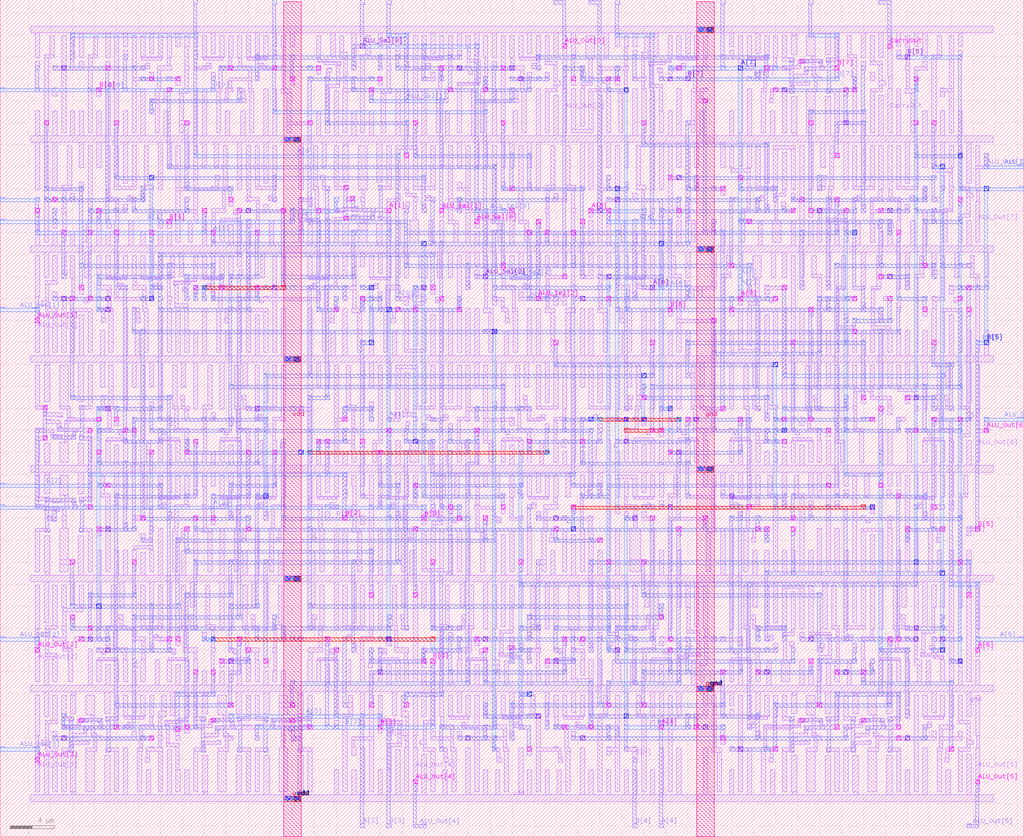
<source format=lef>
VERSION 5.7 ;
  NOWIREEXTENSIONATPIN ON ;
  DIVIDERCHAR "/" ;
  BUSBITCHARS "[]" ;
MACRO ALU_8bit
  CLASS BLOCK ;
  FOREIGN ALU_8bit ;
  ORIGIN 2.600 3.000 ;
  SIZE 93.200 BY 76.200 ;
  PIN vdd
    USE POWER ;
    PORT
      LAYER metal1 ;
        RECT 0.600 60.800 1.000 63.100 ;
        RECT 2.200 60.800 2.600 63.100 ;
        RECT 3.800 60.800 4.200 63.100 ;
        RECT 4.600 60.800 5.000 63.100 ;
        RECT 6.200 60.800 6.600 63.100 ;
        RECT 7.000 60.800 7.400 65.100 ;
        RECT 8.600 60.800 9.000 63.100 ;
        RECT 10.200 60.800 10.600 65.100 ;
        RECT 12.300 60.800 12.700 63.100 ;
        RECT 15.000 60.800 15.400 65.100 ;
        RECT 15.800 60.800 16.200 65.100 ;
        RECT 17.900 60.800 18.300 63.100 ;
        RECT 19.300 60.800 19.700 63.100 ;
        RECT 21.400 60.800 21.800 65.100 ;
        RECT 22.200 60.800 22.600 65.100 ;
        RECT 26.200 60.800 26.600 63.100 ;
        RECT 27.800 60.800 28.200 64.900 ;
        RECT 29.400 60.800 29.800 63.100 ;
        RECT 31.000 60.800 31.400 63.100 ;
        RECT 33.400 60.800 33.800 65.100 ;
        RECT 34.200 60.800 34.600 65.100 ;
        RECT 35.800 60.800 36.200 65.100 ;
        RECT 37.900 60.800 38.300 63.100 ;
        RECT 40.300 60.800 40.700 65.100 ;
        RECT 42.200 60.800 42.600 65.100 ;
        RECT 44.100 60.800 44.500 63.100 ;
        RECT 46.200 60.800 46.600 65.100 ;
        RECT 47.800 60.800 48.200 64.500 ;
        RECT 51.800 60.800 52.200 64.500 ;
        RECT 55.000 60.800 55.400 65.100 ;
        RECT 56.600 60.800 57.000 64.900 ;
        RECT 58.200 60.800 58.600 63.100 ;
        RECT 59.000 60.800 59.400 65.100 ;
        RECT 61.100 60.800 61.500 63.100 ;
        RECT 63.800 60.800 64.200 63.100 ;
        RECT 65.400 60.800 65.800 65.100 ;
        RECT 67.500 60.800 67.900 63.100 ;
        RECT 69.400 61.100 69.900 64.400 ;
        RECT 69.500 60.800 69.900 61.100 ;
        RECT 72.500 60.800 73.000 64.400 ;
        RECT 74.200 60.800 74.600 63.100 ;
        RECT 75.800 60.800 76.200 63.100 ;
        RECT 77.400 60.800 77.800 64.500 ;
        RECT 79.000 60.800 79.400 65.100 ;
        RECT 81.400 60.800 81.800 63.100 ;
        RECT 83.000 60.800 83.400 63.100 ;
        RECT 84.600 60.800 85.000 63.100 ;
        RECT 0.200 60.200 87.800 60.800 ;
        RECT 0.600 55.900 1.000 60.200 ;
        RECT 2.200 55.900 2.600 60.200 ;
        RECT 4.600 57.900 5.000 60.200 ;
        RECT 6.200 57.900 6.600 60.200 ;
        RECT 8.600 56.500 9.000 60.200 ;
        RECT 11.800 55.900 12.200 60.200 ;
        RECT 12.600 57.900 13.000 60.200 ;
        RECT 14.200 57.900 14.600 60.200 ;
        RECT 15.800 57.900 16.200 60.200 ;
        RECT 16.900 57.900 17.300 60.200 ;
        RECT 19.000 55.900 19.400 60.200 ;
        RECT 21.400 56.500 21.800 60.200 ;
        RECT 24.600 55.900 25.000 60.200 ;
        RECT 26.700 57.900 27.100 60.200 ;
        RECT 28.700 59.900 29.100 60.200 ;
        RECT 28.600 56.600 29.100 59.900 ;
        RECT 31.700 56.600 32.200 60.200 ;
        RECT 35.800 56.500 36.200 60.200 ;
        RECT 37.400 57.900 37.800 60.200 ;
        RECT 39.000 57.900 39.400 60.200 ;
        RECT 40.600 57.900 41.000 60.200 ;
        RECT 41.400 57.900 41.800 60.200 ;
        RECT 43.000 57.900 43.400 60.200 ;
        RECT 43.800 57.900 44.200 60.200 ;
        RECT 45.400 57.900 45.800 60.200 ;
        RECT 46.200 55.900 46.600 60.200 ;
        RECT 50.200 55.900 50.600 60.200 ;
        RECT 51.000 55.900 51.400 60.200 ;
        RECT 52.600 57.900 53.000 60.200 ;
        RECT 54.200 57.900 54.600 60.200 ;
        RECT 56.600 55.900 57.000 60.200 ;
        RECT 57.400 55.900 57.800 60.200 ;
        RECT 59.000 57.900 59.400 60.200 ;
        RECT 60.600 57.900 61.000 60.200 ;
        RECT 63.000 57.900 63.400 60.200 ;
        RECT 64.600 58.100 65.000 60.200 ;
        RECT 67.000 56.500 67.400 60.200 ;
        RECT 71.000 55.900 71.400 60.200 ;
        RECT 72.100 57.900 72.500 60.200 ;
        RECT 74.200 55.900 74.600 60.200 ;
        RECT 75.800 56.500 76.200 60.200 ;
        RECT 79.800 56.500 80.200 60.200 ;
        RECT 81.400 57.900 81.800 60.200 ;
        RECT 83.000 58.100 83.400 60.200 ;
        RECT 85.400 56.500 85.800 60.200 ;
        RECT 1.400 40.800 1.800 44.500 ;
        RECT 4.600 40.800 5.000 44.500 ;
        RECT 6.500 40.800 6.900 43.100 ;
        RECT 8.600 40.800 9.000 45.100 ;
        RECT 9.700 40.800 10.100 43.100 ;
        RECT 11.800 40.800 12.200 45.100 ;
        RECT 13.400 40.800 13.800 44.900 ;
        RECT 15.000 40.800 15.400 43.100 ;
        RECT 15.800 40.800 16.200 45.100 ;
        RECT 17.900 40.800 18.300 43.100 ;
        RECT 20.600 40.800 21.000 44.500 ;
        RECT 23.000 40.800 23.400 45.100 ;
        RECT 25.400 40.800 25.800 45.100 ;
        RECT 27.500 40.800 27.900 43.100 ;
        RECT 28.600 40.800 29.000 45.100 ;
        RECT 31.000 40.800 31.400 45.100 ;
        RECT 33.100 40.800 33.500 43.100 ;
        RECT 36.600 40.800 37.000 44.500 ;
        RECT 38.200 40.800 38.600 45.100 ;
        RECT 39.800 40.800 40.200 45.100 ;
        RECT 40.600 40.800 41.000 45.100 ;
        RECT 43.300 40.800 43.700 43.100 ;
        RECT 45.400 40.800 45.800 45.100 ;
        RECT 46.200 40.800 46.600 45.100 ;
        RECT 50.200 40.800 50.600 45.100 ;
        RECT 51.000 40.800 51.400 45.100 ;
        RECT 53.700 40.800 54.100 43.100 ;
        RECT 55.800 40.800 56.200 45.100 ;
        RECT 57.400 40.800 57.800 45.100 ;
        RECT 58.200 40.800 58.600 43.100 ;
        RECT 59.800 40.800 60.200 43.100 ;
        RECT 62.200 40.800 62.600 43.100 ;
        RECT 63.800 40.800 64.200 43.100 ;
        RECT 67.000 40.800 67.400 44.500 ;
        RECT 68.600 40.800 69.000 45.100 ;
        RECT 70.200 40.800 70.600 45.100 ;
        RECT 71.000 40.800 71.400 43.100 ;
        RECT 72.600 40.800 73.000 43.100 ;
        RECT 74.200 40.800 74.600 42.900 ;
        RECT 75.800 40.800 76.200 43.100 ;
        RECT 77.400 40.800 77.800 42.900 ;
        RECT 79.000 40.800 79.400 43.100 ;
        RECT 79.800 40.800 80.200 43.100 ;
        RECT 81.400 40.800 81.800 43.100 ;
        RECT 83.800 40.800 84.200 44.500 ;
        RECT 85.400 40.800 85.800 43.100 ;
        RECT 87.000 40.800 87.400 43.100 ;
        RECT 0.200 40.200 87.800 40.800 ;
        RECT 1.500 39.900 1.900 40.200 ;
        RECT 1.400 36.600 1.900 39.900 ;
        RECT 4.500 36.600 5.000 40.200 ;
        RECT 6.500 37.900 6.900 40.200 ;
        RECT 8.600 35.900 9.000 40.200 ;
        RECT 9.400 37.900 9.800 40.200 ;
        RECT 11.000 37.900 11.400 40.200 ;
        RECT 11.800 35.900 12.200 40.200 ;
        RECT 13.900 37.900 14.300 40.200 ;
        RECT 15.000 35.900 15.400 40.200 ;
        RECT 17.400 35.900 17.800 40.200 ;
        RECT 19.500 37.900 19.900 40.200 ;
        RECT 21.400 36.500 21.800 40.200 ;
        RECT 26.200 37.900 26.600 40.200 ;
        RECT 27.000 37.900 27.400 40.200 ;
        RECT 30.200 35.900 30.600 40.200 ;
        RECT 31.000 37.900 31.400 40.200 ;
        RECT 32.600 37.900 33.000 40.200 ;
        RECT 35.800 36.500 36.200 40.200 ;
        RECT 38.200 36.500 38.600 40.200 ;
        RECT 40.600 37.900 41.000 40.200 ;
        RECT 42.200 37.900 42.600 40.200 ;
        RECT 43.000 35.900 43.400 40.200 ;
        RECT 45.100 37.900 45.500 40.200 ;
        RECT 47.000 36.500 47.400 40.200 ;
        RECT 50.200 37.900 50.600 40.200 ;
        RECT 51.800 36.500 52.200 40.200 ;
        RECT 54.500 37.900 54.900 40.200 ;
        RECT 56.600 35.900 57.000 40.200 ;
        RECT 57.400 35.900 57.800 40.200 ;
        RECT 59.000 35.900 59.400 40.200 ;
        RECT 61.100 37.900 61.500 40.200 ;
        RECT 63.800 35.900 64.200 40.200 ;
        RECT 65.900 37.900 66.300 40.200 ;
        RECT 68.600 35.900 69.000 40.200 ;
        RECT 69.400 35.900 69.800 40.200 ;
        RECT 71.500 37.900 71.900 40.200 ;
        RECT 72.600 37.900 73.000 40.200 ;
        RECT 74.200 37.900 74.600 40.200 ;
        RECT 75.800 38.100 76.200 40.200 ;
        RECT 77.400 37.900 77.800 40.200 ;
        RECT 78.200 37.900 78.600 40.200 ;
        RECT 79.800 38.100 80.200 40.200 ;
        RECT 81.400 35.900 81.800 40.200 ;
        RECT 83.500 37.900 83.900 40.200 ;
        RECT 85.400 36.500 85.800 40.200 ;
        RECT 1.400 21.100 1.900 24.400 ;
        RECT 1.500 20.800 1.900 21.100 ;
        RECT 4.500 20.800 5.000 24.400 ;
        RECT 6.200 20.800 6.600 23.100 ;
        RECT 7.800 20.800 8.200 23.100 ;
        RECT 8.600 20.800 9.000 23.100 ;
        RECT 10.200 20.800 10.600 22.900 ;
        RECT 11.800 20.800 12.200 25.100 ;
        RECT 13.900 20.800 14.300 23.100 ;
        RECT 15.000 20.800 15.400 25.100 ;
        RECT 17.400 20.800 17.800 25.100 ;
        RECT 19.500 20.800 19.900 23.100 ;
        RECT 20.600 20.800 21.000 25.100 ;
        RECT 22.700 20.800 23.100 23.100 ;
        RECT 25.700 20.800 26.100 23.100 ;
        RECT 27.800 20.800 28.200 25.100 ;
        RECT 28.600 20.800 29.000 25.100 ;
        RECT 31.800 20.800 32.200 25.100 ;
        RECT 32.600 20.800 33.000 25.100 ;
        RECT 34.700 20.800 35.100 23.100 ;
        RECT 38.200 20.800 38.600 24.500 ;
        RECT 39.800 20.800 40.200 25.100 ;
        RECT 43.000 20.800 43.400 24.500 ;
        RECT 45.400 20.800 45.800 25.100 ;
        RECT 47.500 20.800 47.900 23.100 ;
        RECT 49.400 20.800 49.800 24.500 ;
        RECT 51.800 20.800 52.200 23.100 ;
        RECT 53.400 20.800 53.800 25.100 ;
        RECT 56.600 20.800 57.000 25.100 ;
        RECT 57.400 20.800 57.800 23.100 ;
        RECT 59.000 20.800 59.400 23.100 ;
        RECT 63.000 20.800 63.400 25.100 ;
        RECT 63.800 20.800 64.200 25.100 ;
        RECT 65.900 20.800 66.300 23.100 ;
        RECT 67.000 20.800 67.400 23.100 ;
        RECT 68.600 20.800 69.000 23.100 ;
        RECT 69.400 20.800 69.800 23.100 ;
        RECT 71.000 20.800 71.400 23.100 ;
        RECT 71.800 20.800 72.200 25.100 ;
        RECT 73.400 20.800 73.800 25.100 ;
        RECT 74.200 20.800 74.600 23.100 ;
        RECT 76.600 20.800 77.000 24.500 ;
        RECT 79.000 20.800 79.400 23.100 ;
        RECT 80.600 20.800 81.000 25.100 ;
        RECT 82.700 20.800 83.100 23.100 ;
        RECT 83.800 20.800 84.200 23.100 ;
        RECT 85.400 20.800 85.800 23.100 ;
        RECT 0.200 20.200 87.800 20.800 ;
        RECT 1.400 16.500 1.800 20.200 ;
        RECT 3.800 18.100 4.200 20.200 ;
        RECT 5.400 17.900 5.800 20.200 ;
        RECT 6.200 15.900 6.600 20.200 ;
        RECT 8.300 17.900 8.700 20.200 ;
        RECT 11.000 16.500 11.400 20.200 ;
        RECT 12.600 15.900 13.000 20.200 ;
        RECT 14.700 17.900 15.100 20.200 ;
        RECT 17.400 15.900 17.800 20.200 ;
        RECT 18.200 15.900 18.600 20.200 ;
        RECT 20.300 17.900 20.700 20.200 ;
        RECT 21.400 15.900 21.800 20.200 ;
        RECT 25.700 17.900 26.100 20.200 ;
        RECT 27.800 15.900 28.200 20.200 ;
        RECT 29.400 16.500 29.800 20.200 ;
        RECT 31.800 15.900 32.200 20.200 ;
        RECT 33.900 17.900 34.300 20.200 ;
        RECT 35.800 17.900 36.200 20.200 ;
        RECT 36.600 15.900 37.000 20.200 ;
        RECT 39.300 17.900 39.700 20.200 ;
        RECT 41.400 15.900 41.800 20.200 ;
        RECT 43.000 16.100 43.400 20.200 ;
        RECT 44.600 17.900 45.000 20.200 ;
        RECT 47.000 15.900 47.400 20.200 ;
        RECT 47.800 15.900 48.200 20.200 ;
        RECT 51.000 15.900 51.400 20.200 ;
        RECT 54.200 16.500 54.600 20.200 ;
        RECT 56.100 17.900 56.500 20.200 ;
        RECT 58.200 15.900 58.600 20.200 ;
        RECT 59.000 17.900 59.400 20.200 ;
        RECT 60.600 16.100 61.000 20.200 ;
        RECT 63.800 15.900 64.200 20.200 ;
        RECT 65.900 17.900 66.300 20.200 ;
        RECT 67.800 16.500 68.200 20.200 ;
        RECT 72.300 15.900 72.700 20.200 ;
        RECT 75.000 16.500 75.400 20.200 ;
        RECT 77.400 15.900 77.800 20.200 ;
        RECT 79.500 17.900 79.900 20.200 ;
        RECT 81.400 16.100 81.800 20.200 ;
        RECT 83.000 17.900 83.400 20.200 ;
        RECT 84.600 17.900 85.000 20.200 ;
        RECT 86.200 15.900 86.600 20.200 ;
        RECT 1.400 0.800 1.800 4.500 ;
        RECT 3.800 1.100 4.300 4.400 ;
        RECT 3.900 0.800 4.300 1.100 ;
        RECT 6.900 0.800 7.400 4.400 ;
        RECT 8.600 0.800 9.000 5.100 ;
        RECT 10.700 0.800 11.100 3.100 ;
        RECT 12.600 0.800 13.000 4.900 ;
        RECT 14.200 0.800 14.600 3.100 ;
        RECT 15.800 1.100 16.300 4.400 ;
        RECT 15.900 0.800 16.300 1.100 ;
        RECT 18.900 0.800 19.400 4.400 ;
        RECT 21.400 0.800 21.900 4.400 ;
        RECT 24.500 1.100 25.000 4.400 ;
        RECT 24.500 0.800 24.900 1.100 ;
        RECT 27.800 0.800 28.200 3.100 ;
        RECT 29.400 0.800 29.800 3.100 ;
        RECT 30.200 0.800 30.600 5.100 ;
        RECT 31.800 0.800 32.200 3.100 ;
        RECT 33.400 0.800 33.800 4.900 ;
        RECT 35.800 0.800 36.200 4.500 ;
        RECT 37.700 0.800 38.100 3.100 ;
        RECT 39.800 0.800 40.200 5.100 ;
        RECT 41.400 0.800 41.800 3.100 ;
        RECT 42.500 0.800 42.900 3.100 ;
        RECT 44.600 0.800 45.000 5.100 ;
        RECT 45.400 0.800 45.800 3.100 ;
        RECT 47.000 0.800 47.400 3.100 ;
        RECT 48.100 0.800 48.500 3.100 ;
        RECT 50.200 0.800 50.600 5.100 ;
        RECT 51.000 0.800 51.400 3.100 ;
        RECT 52.600 0.800 53.000 3.100 ;
        RECT 54.200 0.800 54.600 3.100 ;
        RECT 55.000 0.800 55.400 3.100 ;
        RECT 56.600 0.800 57.000 3.100 ;
        RECT 57.400 0.800 57.800 5.100 ;
        RECT 59.000 0.800 59.400 5.100 ;
        RECT 61.400 0.800 61.800 5.100 ;
        RECT 63.800 0.800 64.200 3.100 ;
        RECT 65.400 0.800 65.800 5.100 ;
        RECT 67.500 0.800 67.900 3.100 ;
        RECT 69.400 1.100 69.900 4.400 ;
        RECT 69.500 0.800 69.900 1.100 ;
        RECT 72.500 0.800 73.000 4.400 ;
        RECT 75.000 1.100 75.500 4.400 ;
        RECT 75.100 0.800 75.500 1.100 ;
        RECT 78.100 0.800 78.600 4.400 ;
        RECT 79.800 0.800 80.200 3.100 ;
        RECT 81.400 0.800 81.800 5.100 ;
        RECT 83.500 0.800 83.900 3.100 ;
        RECT 85.400 0.800 85.800 4.500 ;
        RECT 0.200 0.200 87.800 0.800 ;
      LAYER via1 ;
        RECT 23.400 60.300 23.800 60.700 ;
        RECT 24.100 60.300 24.500 60.700 ;
        RECT 23.400 40.300 23.800 40.700 ;
        RECT 24.100 40.300 24.500 40.700 ;
        RECT 23.400 20.300 23.800 20.700 ;
        RECT 24.100 20.300 24.500 20.700 ;
        RECT 23.400 0.300 23.800 0.700 ;
        RECT 24.100 0.300 24.500 0.700 ;
      LAYER metal2 ;
        RECT 23.200 60.300 24.800 60.700 ;
        RECT 23.200 40.300 24.800 40.700 ;
        RECT 23.200 20.300 24.800 20.700 ;
        RECT 23.200 0.300 24.800 0.700 ;
      LAYER via2 ;
        RECT 23.400 60.300 23.800 60.700 ;
        RECT 24.100 60.300 24.500 60.700 ;
        RECT 23.400 40.300 23.800 40.700 ;
        RECT 24.100 40.300 24.500 40.700 ;
        RECT 23.400 20.300 23.800 20.700 ;
        RECT 24.100 20.300 24.500 20.700 ;
        RECT 23.400 0.300 23.800 0.700 ;
        RECT 24.100 0.300 24.500 0.700 ;
      LAYER metal3 ;
        RECT 23.200 60.300 24.800 60.700 ;
        RECT 23.200 40.300 24.800 40.700 ;
        RECT 23.200 20.300 24.800 20.700 ;
        RECT 23.200 0.300 24.800 0.700 ;
      LAYER via3 ;
        RECT 23.400 60.300 23.800 60.700 ;
        RECT 24.200 60.300 24.600 60.700 ;
        RECT 23.400 40.300 23.800 40.700 ;
        RECT 24.200 40.300 24.600 40.700 ;
        RECT 23.400 20.300 23.800 20.700 ;
        RECT 24.200 20.300 24.600 20.700 ;
        RECT 23.400 0.300 23.800 0.700 ;
        RECT 24.200 0.300 24.600 0.700 ;
      LAYER metal4 ;
        RECT 23.200 60.300 24.800 60.700 ;
        RECT 23.200 40.300 24.800 40.700 ;
        RECT 23.200 20.300 24.800 20.700 ;
        RECT 23.200 0.300 24.800 0.700 ;
      LAYER via4 ;
        RECT 23.400 60.300 23.800 60.700 ;
        RECT 24.100 60.300 24.500 60.700 ;
        RECT 23.400 40.300 23.800 40.700 ;
        RECT 24.100 40.300 24.500 40.700 ;
        RECT 23.400 20.300 23.800 20.700 ;
        RECT 24.100 20.300 24.500 20.700 ;
        RECT 23.400 0.300 23.800 0.700 ;
        RECT 24.100 0.300 24.500 0.700 ;
      LAYER metal5 ;
        RECT 23.200 60.200 24.800 60.700 ;
        RECT 23.200 40.200 24.800 40.700 ;
        RECT 23.200 20.200 24.800 20.700 ;
        RECT 23.200 0.200 24.800 0.700 ;
      LAYER via5 ;
        RECT 24.200 60.200 24.700 60.700 ;
        RECT 24.200 40.200 24.700 40.700 ;
        RECT 24.200 20.200 24.700 20.700 ;
        RECT 24.200 0.200 24.700 0.700 ;
      LAYER metal6 ;
        RECT 23.200 -3.000 24.800 73.000 ;
    END
  END vdd
  PIN gnd
    USE GROUND ;
    PORT
      LAYER metal1 ;
        RECT 0.200 70.200 87.800 70.800 ;
        RECT 0.600 67.900 1.000 70.200 ;
        RECT 3.800 68.900 4.200 70.200 ;
        RECT 4.600 67.900 5.000 70.200 ;
        RECT 7.000 67.900 7.400 70.200 ;
        RECT 8.600 68.900 9.000 70.200 ;
        RECT 11.000 68.300 11.400 70.200 ;
        RECT 13.400 68.900 13.800 70.200 ;
        RECT 15.000 68.900 15.400 70.200 ;
        RECT 16.600 68.300 17.000 70.200 ;
        RECT 20.600 68.300 21.000 70.200 ;
        RECT 22.200 68.900 22.600 70.200 ;
        RECT 23.800 68.900 24.200 70.200 ;
        RECT 27.500 68.000 27.900 70.200 ;
        RECT 29.400 67.900 29.800 70.200 ;
        RECT 31.800 68.900 32.200 70.200 ;
        RECT 33.400 68.900 33.800 70.200 ;
        RECT 34.200 67.900 34.600 70.200 ;
        RECT 36.600 68.300 37.000 70.200 ;
        RECT 39.000 68.900 39.400 70.200 ;
        RECT 40.600 68.100 41.000 70.200 ;
        RECT 42.200 67.900 42.600 70.200 ;
        RECT 45.400 68.300 45.800 70.200 ;
        RECT 47.800 67.900 48.200 70.200 ;
        RECT 49.400 67.900 49.800 70.200 ;
        RECT 52.400 67.900 52.800 70.200 ;
        RECT 53.400 68.900 53.800 70.200 ;
        RECT 55.000 68.900 55.400 70.200 ;
        RECT 56.900 68.000 57.300 70.200 ;
        RECT 59.800 68.300 60.200 70.200 ;
        RECT 63.800 68.900 64.200 70.200 ;
        RECT 66.200 68.300 66.600 70.200 ;
        RECT 69.500 69.900 69.900 70.200 ;
        RECT 69.400 68.200 69.900 69.900 ;
        RECT 72.500 68.200 73.000 70.200 ;
        RECT 75.800 67.900 76.200 70.200 ;
        RECT 77.400 67.900 77.800 70.200 ;
        RECT 79.000 68.900 79.400 70.200 ;
        RECT 80.600 68.900 81.000 70.200 ;
        RECT 81.400 67.900 81.800 70.200 ;
        RECT 84.600 68.900 85.000 70.200 ;
        RECT 0.600 50.800 1.000 53.100 ;
        RECT 2.200 50.800 2.600 52.100 ;
        RECT 3.800 50.800 4.200 52.100 ;
        RECT 6.200 50.800 6.600 53.100 ;
        RECT 7.000 50.800 7.400 52.100 ;
        RECT 9.100 50.800 9.500 53.100 ;
        RECT 10.200 50.800 10.600 52.100 ;
        RECT 11.800 50.800 12.200 52.100 ;
        RECT 12.600 50.800 13.000 52.100 ;
        RECT 15.800 50.800 16.200 53.100 ;
        RECT 18.200 50.800 18.600 52.700 ;
        RECT 19.800 50.800 20.200 52.100 ;
        RECT 21.900 50.800 22.300 53.100 ;
        RECT 25.400 50.800 25.800 52.700 ;
        RECT 28.600 51.100 29.100 52.800 ;
        RECT 28.700 50.800 29.100 51.100 ;
        RECT 31.700 50.800 32.200 52.800 ;
        RECT 33.400 50.800 33.800 53.100 ;
        RECT 36.400 50.800 36.800 53.100 ;
        RECT 37.400 50.800 37.800 53.100 ;
        RECT 40.600 50.800 41.000 52.100 ;
        RECT 41.400 50.800 41.800 53.100 ;
        RECT 43.800 50.800 44.200 53.100 ;
        RECT 46.200 50.800 46.600 52.100 ;
        RECT 47.800 50.800 48.200 52.100 ;
        RECT 48.600 50.800 49.000 52.100 ;
        RECT 50.200 50.800 50.600 52.100 ;
        RECT 51.000 50.800 51.400 53.100 ;
        RECT 52.600 50.800 53.000 53.100 ;
        RECT 55.000 50.800 55.400 52.100 ;
        RECT 56.600 50.800 57.000 52.100 ;
        RECT 57.400 50.800 57.800 53.100 ;
        RECT 59.000 50.800 59.400 53.100 ;
        RECT 63.000 50.800 63.400 54.100 ;
        RECT 66.400 50.800 66.800 53.100 ;
        RECT 69.400 50.800 69.800 53.100 ;
        RECT 71.000 50.800 71.400 53.100 ;
        RECT 73.400 50.800 73.800 52.700 ;
        RECT 75.300 50.800 75.700 53.100 ;
        RECT 77.400 50.800 77.800 52.100 ;
        RECT 78.200 50.800 78.600 52.100 ;
        RECT 80.300 50.800 80.700 53.100 ;
        RECT 81.400 50.800 81.800 54.100 ;
        RECT 85.400 50.800 85.800 53.100 ;
        RECT 0.200 50.200 87.800 50.800 ;
        RECT 1.400 47.900 1.800 50.200 ;
        RECT 3.000 48.900 3.400 50.200 ;
        RECT 5.100 47.900 5.500 50.200 ;
        RECT 7.800 48.300 8.200 50.200 ;
        RECT 11.000 48.300 11.400 50.200 ;
        RECT 13.700 48.000 14.100 50.200 ;
        RECT 16.600 48.300 17.000 50.200 ;
        RECT 19.000 48.900 19.400 50.200 ;
        RECT 21.100 47.900 21.500 50.200 ;
        RECT 23.000 47.900 23.400 50.200 ;
        RECT 26.200 48.300 26.600 50.200 ;
        RECT 28.600 48.900 29.000 50.200 ;
        RECT 30.200 48.900 30.600 50.200 ;
        RECT 31.800 48.300 32.200 50.200 ;
        RECT 34.200 47.900 34.600 50.200 ;
        RECT 37.200 47.900 37.600 50.200 ;
        RECT 38.200 47.900 38.600 50.200 ;
        RECT 39.800 47.900 40.200 50.200 ;
        RECT 40.600 48.900 41.000 50.200 ;
        RECT 42.200 48.900 42.600 50.200 ;
        RECT 44.600 48.300 45.000 50.200 ;
        RECT 46.200 48.900 46.600 50.200 ;
        RECT 47.800 48.900 48.200 50.200 ;
        RECT 48.600 48.900 49.000 50.200 ;
        RECT 50.200 48.900 50.600 50.200 ;
        RECT 51.000 48.900 51.400 50.200 ;
        RECT 52.600 48.900 53.000 50.200 ;
        RECT 55.000 48.300 55.400 50.200 ;
        RECT 57.400 47.900 57.800 50.200 ;
        RECT 59.800 47.900 60.200 50.200 ;
        RECT 62.200 47.900 62.600 50.200 ;
        RECT 64.600 47.900 65.000 50.200 ;
        RECT 67.600 47.900 68.000 50.200 ;
        RECT 68.600 47.900 69.000 50.200 ;
        RECT 70.200 47.900 70.600 50.200 ;
        RECT 72.600 47.900 73.000 50.200 ;
        RECT 75.800 46.900 76.200 50.200 ;
        RECT 79.000 46.900 79.400 50.200 ;
        RECT 79.800 47.900 80.200 50.200 ;
        RECT 82.200 48.900 82.600 50.200 ;
        RECT 84.300 47.900 84.700 50.200 ;
        RECT 87.000 47.900 87.400 50.200 ;
        RECT 1.400 31.100 1.900 32.800 ;
        RECT 1.500 30.800 1.900 31.100 ;
        RECT 4.500 30.800 5.000 32.800 ;
        RECT 7.800 30.800 8.200 32.700 ;
        RECT 9.400 30.800 9.800 33.100 ;
        RECT 12.600 30.800 13.000 32.700 ;
        RECT 15.000 30.800 15.400 32.100 ;
        RECT 16.600 30.800 17.000 32.100 ;
        RECT 18.200 30.800 18.600 32.700 ;
        RECT 20.900 30.800 21.300 33.100 ;
        RECT 23.000 30.800 23.400 32.100 ;
        RECT 26.200 30.800 26.600 32.100 ;
        RECT 27.000 30.800 27.400 32.100 ;
        RECT 28.600 30.800 29.000 32.100 ;
        RECT 30.200 30.800 30.600 32.100 ;
        RECT 32.600 30.800 33.000 33.100 ;
        RECT 33.400 30.800 33.800 33.100 ;
        RECT 36.400 30.800 36.800 33.100 ;
        RECT 37.700 30.800 38.100 33.100 ;
        RECT 39.800 30.800 40.200 32.100 ;
        RECT 40.600 30.800 41.000 33.100 ;
        RECT 43.800 30.800 44.200 32.700 ;
        RECT 46.500 30.800 46.900 33.100 ;
        RECT 48.600 30.800 49.000 32.100 ;
        RECT 50.200 30.800 50.600 32.100 ;
        RECT 51.300 30.800 51.700 33.100 ;
        RECT 53.400 30.800 53.800 32.100 ;
        RECT 55.800 30.800 56.200 32.700 ;
        RECT 57.400 30.800 57.800 33.100 ;
        RECT 59.800 30.800 60.200 32.700 ;
        RECT 64.600 30.800 65.000 32.700 ;
        RECT 67.000 30.800 67.400 32.100 ;
        RECT 68.600 30.800 69.000 32.100 ;
        RECT 70.200 30.800 70.600 32.700 ;
        RECT 72.600 30.800 73.000 33.100 ;
        RECT 77.400 30.800 77.800 34.100 ;
        RECT 78.200 30.800 78.600 34.100 ;
        RECT 82.200 30.800 82.600 32.700 ;
        RECT 85.400 30.800 85.800 33.100 ;
        RECT 0.200 30.200 87.800 30.800 ;
        RECT 1.500 29.900 1.900 30.200 ;
        RECT 1.400 28.200 1.900 29.900 ;
        RECT 4.500 28.200 5.000 30.200 ;
        RECT 7.800 27.900 8.200 30.200 ;
        RECT 8.600 26.900 9.000 30.200 ;
        RECT 12.600 28.300 13.000 30.200 ;
        RECT 15.000 28.900 15.400 30.200 ;
        RECT 16.600 28.900 17.000 30.200 ;
        RECT 18.200 28.300 18.600 30.200 ;
        RECT 21.400 28.300 21.800 30.200 ;
        RECT 27.000 28.300 27.400 30.200 ;
        RECT 28.600 28.900 29.000 30.200 ;
        RECT 30.200 28.900 30.600 30.200 ;
        RECT 31.800 27.900 32.200 30.200 ;
        RECT 33.400 28.300 33.800 30.200 ;
        RECT 35.800 27.900 36.200 30.200 ;
        RECT 38.800 27.900 39.200 30.200 ;
        RECT 39.800 28.900 40.200 30.200 ;
        RECT 41.400 28.900 41.800 30.200 ;
        RECT 42.500 27.900 42.900 30.200 ;
        RECT 44.600 28.900 45.000 30.200 ;
        RECT 46.200 28.300 46.600 30.200 ;
        RECT 48.900 27.900 49.300 30.200 ;
        RECT 51.000 28.900 51.400 30.200 ;
        RECT 51.800 28.900 52.200 30.200 ;
        RECT 55.800 28.300 56.200 30.200 ;
        RECT 57.400 27.900 57.800 30.200 ;
        RECT 61.400 28.900 61.800 30.200 ;
        RECT 63.000 28.900 63.400 30.200 ;
        RECT 64.600 28.300 65.000 30.200 ;
        RECT 68.600 27.900 69.000 30.200 ;
        RECT 71.000 27.900 71.400 30.200 ;
        RECT 71.800 27.900 72.200 30.200 ;
        RECT 73.400 27.900 73.800 30.200 ;
        RECT 74.200 28.900 74.600 30.200 ;
        RECT 76.100 27.900 76.500 30.200 ;
        RECT 78.200 28.900 78.600 30.200 ;
        RECT 79.000 28.900 79.400 30.200 ;
        RECT 81.400 28.300 81.800 30.200 ;
        RECT 83.800 27.900 84.200 30.200 ;
        RECT 1.400 10.800 1.800 13.100 ;
        RECT 5.400 10.800 5.800 14.100 ;
        RECT 7.000 10.800 7.400 12.700 ;
        RECT 9.400 10.800 9.800 12.100 ;
        RECT 11.500 10.800 11.900 13.100 ;
        RECT 13.400 10.800 13.800 12.700 ;
        RECT 15.800 10.800 16.200 12.100 ;
        RECT 17.400 10.800 17.800 12.100 ;
        RECT 19.000 10.800 19.400 12.700 ;
        RECT 21.400 10.800 21.800 12.100 ;
        RECT 23.000 10.800 23.400 12.100 ;
        RECT 27.000 10.800 27.400 12.700 ;
        RECT 28.900 10.800 29.300 13.100 ;
        RECT 31.000 10.800 31.400 12.100 ;
        RECT 32.600 10.800 33.000 12.700 ;
        RECT 35.800 10.800 36.200 12.100 ;
        RECT 36.600 10.800 37.000 12.100 ;
        RECT 38.200 10.800 38.600 12.100 ;
        RECT 40.600 10.800 41.000 12.700 ;
        RECT 43.300 10.800 43.700 13.000 ;
        RECT 45.400 10.800 45.800 12.100 ;
        RECT 47.000 10.800 47.400 12.100 ;
        RECT 48.600 10.800 49.000 12.700 ;
        RECT 51.800 10.800 52.200 13.100 ;
        RECT 54.800 10.800 55.200 13.100 ;
        RECT 57.400 10.800 57.800 12.700 ;
        RECT 60.300 10.800 60.700 13.000 ;
        RECT 64.600 10.800 65.000 12.700 ;
        RECT 67.200 10.800 67.600 13.100 ;
        RECT 70.200 10.800 70.600 13.100 ;
        RECT 71.000 10.800 71.400 12.100 ;
        RECT 72.600 10.800 73.000 12.900 ;
        RECT 74.500 10.800 74.900 13.100 ;
        RECT 76.600 10.800 77.000 12.100 ;
        RECT 78.200 10.800 78.600 12.700 ;
        RECT 81.700 10.800 82.100 13.000 ;
        RECT 84.600 10.800 85.000 12.100 ;
        RECT 86.200 10.800 86.600 13.100 ;
        RECT 0.200 10.200 87.800 10.800 ;
        RECT 1.400 7.900 1.800 10.200 ;
        RECT 3.900 9.900 4.300 10.200 ;
        RECT 3.800 8.200 4.300 9.900 ;
        RECT 6.900 8.200 7.400 10.200 ;
        RECT 9.400 8.300 9.800 10.200 ;
        RECT 12.900 8.000 13.300 10.200 ;
        RECT 15.900 9.900 16.300 10.200 ;
        RECT 15.800 8.200 16.300 9.900 ;
        RECT 18.900 8.200 19.400 10.200 ;
        RECT 21.400 8.200 21.900 10.200 ;
        RECT 24.500 9.900 24.900 10.200 ;
        RECT 24.500 8.200 25.000 9.900 ;
        RECT 27.800 7.900 28.200 10.200 ;
        RECT 30.200 7.900 30.600 10.200 ;
        RECT 33.100 8.000 33.500 10.200 ;
        RECT 35.800 7.900 36.200 10.200 ;
        RECT 39.000 8.300 39.400 10.200 ;
        RECT 41.400 8.900 41.800 10.200 ;
        RECT 43.800 8.300 44.200 10.200 ;
        RECT 47.000 7.900 47.400 10.200 ;
        RECT 49.400 8.300 49.800 10.200 ;
        RECT 51.000 7.900 51.400 10.200 ;
        RECT 54.200 8.900 54.600 10.200 ;
        RECT 56.600 7.900 57.000 10.200 ;
        RECT 57.400 7.900 57.800 10.200 ;
        RECT 59.000 7.900 59.400 10.200 ;
        RECT 61.400 8.900 61.800 10.200 ;
        RECT 63.000 8.900 63.400 10.200 ;
        RECT 63.800 8.900 64.200 10.200 ;
        RECT 66.200 8.300 66.600 10.200 ;
        RECT 69.500 9.900 69.900 10.200 ;
        RECT 69.400 8.200 69.900 9.900 ;
        RECT 72.500 8.200 73.000 10.200 ;
        RECT 75.100 9.900 75.500 10.200 ;
        RECT 75.000 8.200 75.500 9.900 ;
        RECT 78.100 8.200 78.600 10.200 ;
        RECT 79.800 8.900 80.200 10.200 ;
        RECT 82.200 8.300 82.600 10.200 ;
        RECT 85.400 7.900 85.800 10.200 ;
      LAYER via1 ;
        RECT 61.000 70.300 61.400 70.700 ;
        RECT 61.700 70.300 62.100 70.700 ;
        RECT 61.000 50.300 61.400 50.700 ;
        RECT 61.700 50.300 62.100 50.700 ;
        RECT 61.000 30.300 61.400 30.700 ;
        RECT 61.700 30.300 62.100 30.700 ;
        RECT 61.000 10.300 61.400 10.700 ;
        RECT 61.700 10.300 62.100 10.700 ;
      LAYER metal2 ;
        RECT 60.800 70.300 62.400 70.700 ;
        RECT 60.800 50.300 62.400 50.700 ;
        RECT 60.800 30.300 62.400 30.700 ;
        RECT 60.800 10.300 62.400 10.700 ;
      LAYER via2 ;
        RECT 61.000 70.300 61.400 70.700 ;
        RECT 61.700 70.300 62.100 70.700 ;
        RECT 61.000 50.300 61.400 50.700 ;
        RECT 61.700 50.300 62.100 50.700 ;
        RECT 61.000 30.300 61.400 30.700 ;
        RECT 61.700 30.300 62.100 30.700 ;
        RECT 61.000 10.300 61.400 10.700 ;
        RECT 61.700 10.300 62.100 10.700 ;
      LAYER metal3 ;
        RECT 60.800 70.300 62.400 70.700 ;
        RECT 60.800 50.300 62.400 50.700 ;
        RECT 60.800 30.300 62.400 30.700 ;
        RECT 60.800 10.300 62.400 10.700 ;
      LAYER via3 ;
        RECT 61.000 70.300 61.400 70.700 ;
        RECT 61.800 70.300 62.200 70.700 ;
        RECT 61.000 50.300 61.400 50.700 ;
        RECT 61.800 50.300 62.200 50.700 ;
        RECT 61.000 30.300 61.400 30.700 ;
        RECT 61.800 30.300 62.200 30.700 ;
        RECT 61.000 10.300 61.400 10.700 ;
        RECT 61.800 10.300 62.200 10.700 ;
      LAYER metal4 ;
        RECT 60.800 70.300 62.400 70.700 ;
        RECT 60.800 50.300 62.400 50.700 ;
        RECT 60.800 30.300 62.400 30.700 ;
        RECT 60.800 10.300 62.400 10.700 ;
      LAYER via4 ;
        RECT 61.000 70.300 61.400 70.700 ;
        RECT 61.700 70.300 62.100 70.700 ;
        RECT 61.000 50.300 61.400 50.700 ;
        RECT 61.700 50.300 62.100 50.700 ;
        RECT 61.000 30.300 61.400 30.700 ;
        RECT 61.700 30.300 62.100 30.700 ;
        RECT 61.000 10.300 61.400 10.700 ;
        RECT 61.700 10.300 62.100 10.700 ;
      LAYER metal5 ;
        RECT 60.800 70.200 62.400 70.700 ;
        RECT 60.800 50.200 62.400 50.700 ;
        RECT 60.800 30.200 62.400 30.700 ;
        RECT 60.800 10.200 62.400 10.700 ;
      LAYER via5 ;
        RECT 61.800 70.200 62.300 70.700 ;
        RECT 61.800 50.200 62.300 50.700 ;
        RECT 61.800 30.200 62.300 30.700 ;
        RECT 61.800 10.200 62.300 10.700 ;
      LAYER metal6 ;
        RECT 60.800 -3.000 62.400 73.000 ;
    END
  END gnd
  PIN A[0]
    PORT
      LAYER metal1 ;
        RECT 3.800 67.800 4.200 68.600 ;
        RECT 15.000 67.800 15.400 68.600 ;
        RECT 3.800 67.100 4.100 67.800 ;
        RECT 4.600 67.100 5.000 67.600 ;
        RECT 3.800 66.800 5.000 67.100 ;
        RECT 15.000 67.100 15.300 67.800 ;
        RECT 16.200 67.200 16.600 67.400 ;
        RECT 15.800 67.100 16.600 67.200 ;
        RECT 15.000 66.900 16.600 67.100 ;
        RECT 15.000 66.800 16.200 66.900 ;
        RECT 33.400 46.100 33.800 46.200 ;
        RECT 34.200 46.100 34.600 46.200 ;
        RECT 33.400 45.800 34.600 46.100 ;
        RECT 34.200 45.400 34.600 45.800 ;
      LAYER metal2 ;
        RECT 15.000 72.800 15.400 73.200 ;
        RECT 15.000 70.200 15.300 72.800 ;
        RECT 3.800 69.800 4.200 70.200 ;
        RECT 15.000 69.800 15.400 70.200 ;
        RECT 3.800 68.200 4.100 69.800 ;
        RECT 15.000 68.200 15.300 69.800 ;
        RECT 3.800 67.800 4.200 68.200 ;
        RECT 15.000 67.800 15.400 68.200 ;
        RECT 15.000 59.200 15.300 67.800 ;
        RECT 15.000 58.800 15.400 59.200 ;
        RECT 33.400 58.800 33.800 59.200 ;
        RECT 33.400 46.200 33.700 58.800 ;
        RECT 33.400 45.800 33.800 46.200 ;
      LAYER metal3 ;
        RECT 3.800 70.100 4.200 70.200 ;
        RECT 15.000 70.100 15.400 70.200 ;
        RECT 3.800 69.800 15.400 70.100 ;
        RECT 15.000 59.100 15.400 59.200 ;
        RECT 33.400 59.100 33.800 59.200 ;
        RECT 15.000 58.800 33.800 59.100 ;
    END
  END A[0]
  PIN A[1]
    PORT
      LAYER metal1 ;
        RECT 24.600 55.100 25.000 55.200 ;
        RECT 25.400 55.100 25.800 55.200 ;
        RECT 33.400 55.100 33.800 55.600 ;
        RECT 24.600 54.800 25.800 55.100 ;
        RECT 25.400 54.400 25.800 54.800 ;
        RECT 32.600 54.800 33.800 55.100 ;
        RECT 32.600 54.200 32.900 54.800 ;
        RECT 0.600 53.400 1.000 54.200 ;
        RECT 15.800 53.400 16.200 54.200 ;
        RECT 32.200 53.800 33.000 54.200 ;
        RECT 32.600 35.100 33.000 35.200 ;
        RECT 33.400 35.100 33.800 35.600 ;
        RECT 32.600 34.800 33.800 35.100 ;
      LAYER via1 ;
        RECT 0.600 53.800 1.000 54.200 ;
        RECT 15.800 53.800 16.200 54.200 ;
        RECT 32.600 53.800 33.000 54.200 ;
      LAYER metal2 ;
        RECT 0.600 54.800 1.000 55.200 ;
        RECT 24.600 54.800 25.000 55.200 ;
        RECT 0.600 54.200 0.900 54.800 ;
        RECT 0.600 53.800 1.000 54.200 ;
        RECT 15.800 53.800 16.200 54.200 ;
        RECT 0.600 52.200 0.900 53.800 ;
        RECT 15.800 52.200 16.100 53.800 ;
        RECT 24.600 52.200 24.900 54.800 ;
        RECT 32.600 53.800 33.000 54.200 ;
        RECT 32.600 52.200 32.900 53.800 ;
        RECT 0.600 51.800 1.000 52.200 ;
        RECT 15.800 51.800 16.200 52.200 ;
        RECT 24.600 51.800 25.000 52.200 ;
        RECT 32.600 51.800 33.000 52.200 ;
        RECT 32.600 35.200 32.900 51.800 ;
        RECT 32.600 34.800 33.000 35.200 ;
      LAYER metal3 ;
        RECT -2.600 55.100 -2.200 55.200 ;
        RECT 0.600 55.100 1.000 55.200 ;
        RECT -2.600 54.800 1.000 55.100 ;
        RECT 0.600 52.100 1.000 52.200 ;
        RECT 15.800 52.100 16.200 52.200 ;
        RECT 24.600 52.100 25.000 52.200 ;
        RECT 32.600 52.100 33.000 52.200 ;
        RECT 0.600 51.800 33.000 52.100 ;
    END
  END A[1]
  PIN A[2]
    PORT
      LAYER metal1 ;
        RECT 0.600 34.100 1.400 34.200 ;
        RECT 0.600 33.800 2.300 34.100 ;
        RECT 2.000 33.600 2.300 33.800 ;
        RECT 4.000 33.800 4.400 34.200 ;
        RECT 4.000 33.600 4.300 33.800 ;
        RECT 2.000 33.300 3.000 33.600 ;
        RECT 2.200 33.200 3.000 33.300 ;
        RECT 3.900 33.200 4.300 33.600 ;
        RECT 32.600 33.400 33.000 34.200 ;
        RECT 27.400 27.200 27.800 27.400 ;
        RECT 0.600 27.100 1.400 27.200 ;
        RECT 0.600 27.000 1.700 27.100 ;
        RECT 0.600 26.800 2.800 27.000 ;
        RECT 27.400 26.900 28.200 27.200 ;
        RECT 27.800 26.800 28.200 26.900 ;
        RECT 31.800 26.800 32.200 27.600 ;
        RECT 1.400 26.700 2.800 26.800 ;
        RECT 2.400 26.600 2.800 26.700 ;
        RECT 35.800 25.400 36.200 26.200 ;
      LAYER via1 ;
        RECT 32.600 33.800 33.000 34.200 ;
        RECT 35.800 25.800 36.200 26.200 ;
      LAYER metal2 ;
        RECT 0.600 33.800 1.000 34.200 ;
        RECT 32.600 33.800 33.000 34.200 ;
        RECT 0.600 27.200 0.900 33.800 ;
        RECT 2.200 33.500 2.600 33.600 ;
        RECT 3.900 33.500 4.300 33.600 ;
        RECT 2.200 33.200 4.300 33.500 ;
        RECT 32.600 28.100 32.900 33.800 ;
        RECT 31.800 27.800 32.900 28.100 ;
        RECT 31.800 27.200 32.100 27.800 ;
        RECT 0.600 26.800 1.000 27.200 ;
        RECT 27.000 27.100 27.400 27.200 ;
        RECT 27.800 27.100 28.200 27.200 ;
        RECT 27.000 26.800 28.200 27.100 ;
        RECT 31.000 27.100 31.400 27.200 ;
        RECT 31.800 27.100 32.200 27.200 ;
        RECT 31.000 26.800 32.200 27.100 ;
        RECT 35.800 26.800 36.200 27.200 ;
        RECT 35.800 26.200 36.100 26.800 ;
        RECT 35.800 25.800 36.200 26.200 ;
      LAYER metal3 ;
        RECT -2.600 27.100 -2.200 27.200 ;
        RECT 0.600 27.100 1.000 27.200 ;
        RECT 27.000 27.100 27.400 27.200 ;
        RECT 31.000 27.100 31.400 27.200 ;
        RECT 35.800 27.100 36.200 27.200 ;
        RECT -2.600 26.800 36.200 27.100 ;
    END
  END A[2]
  PIN A[3]
    PORT
      LAYER metal1 ;
        RECT 27.800 14.100 28.200 14.200 ;
        RECT 27.400 13.800 28.200 14.100 ;
        RECT 27.400 13.600 27.800 13.800 ;
        RECT 16.600 7.700 17.400 7.800 ;
        RECT 16.400 7.400 17.400 7.700 ;
        RECT 18.300 7.400 18.700 7.800 ;
        RECT 16.400 7.200 16.700 7.400 ;
        RECT 15.000 6.900 16.700 7.200 ;
        RECT 18.400 7.200 18.700 7.400 ;
        RECT 15.000 6.800 15.800 6.900 ;
        RECT 18.400 6.800 18.800 7.200 ;
        RECT 25.000 7.100 25.800 7.200 ;
        RECT 24.700 7.000 25.800 7.100 ;
        RECT 23.600 6.800 25.800 7.000 ;
        RECT 30.200 6.800 30.600 7.600 ;
        RECT 23.600 6.700 25.000 6.800 ;
        RECT 23.600 6.600 24.000 6.700 ;
        RECT 31.800 6.400 32.200 7.200 ;
      LAYER via1 ;
        RECT 27.800 13.800 28.200 14.200 ;
        RECT 16.600 7.400 17.000 7.800 ;
        RECT 25.400 6.800 25.800 7.200 ;
        RECT 31.800 6.800 32.200 7.200 ;
      LAYER metal2 ;
        RECT 27.800 13.800 28.200 14.200 ;
        RECT 27.800 8.200 28.100 13.800 ;
        RECT 18.200 7.800 18.600 8.200 ;
        RECT 25.400 7.800 25.800 8.200 ;
        RECT 27.800 7.800 28.200 8.200 ;
        RECT 30.200 7.800 30.600 8.200 ;
        RECT 31.800 7.800 32.200 8.200 ;
        RECT 16.600 7.500 18.700 7.800 ;
        RECT 16.600 7.400 17.000 7.500 ;
        RECT 18.300 7.400 18.700 7.500 ;
        RECT 25.400 7.200 25.700 7.800 ;
        RECT 30.200 7.200 30.500 7.800 ;
        RECT 31.800 7.200 32.100 7.800 ;
        RECT 25.400 6.800 25.800 7.200 ;
        RECT 30.200 6.800 30.600 7.200 ;
        RECT 31.800 6.800 32.200 7.200 ;
        RECT 30.200 -1.800 30.500 6.800 ;
        RECT 30.200 -2.200 30.600 -1.800 ;
      LAYER metal3 ;
        RECT 18.200 8.100 18.600 8.200 ;
        RECT 25.400 8.100 25.800 8.200 ;
        RECT 27.800 8.100 28.200 8.200 ;
        RECT 30.200 8.100 30.600 8.200 ;
        RECT 31.800 8.100 32.200 8.200 ;
        RECT 18.200 7.800 32.200 8.100 ;
    END
  END A[3]
  PIN A[4]
    PORT
      LAYER metal1 ;
        RECT 56.600 7.100 57.000 7.600 ;
        RECT 57.400 7.100 57.800 7.600 ;
        RECT 56.600 6.800 57.800 7.100 ;
      LAYER via1 ;
        RECT 57.400 6.800 57.800 7.200 ;
      LAYER metal2 ;
        RECT 57.400 6.800 57.800 7.200 ;
        RECT 57.400 -1.800 57.700 6.800 ;
        RECT 57.400 -2.200 57.800 -1.800 ;
    END
  END A[4]
  PIN A[5]
    PORT
      LAYER metal1 ;
        RECT 67.000 47.100 67.400 47.200 ;
        RECT 68.600 47.100 69.000 47.200 ;
        RECT 67.000 46.800 69.000 47.100 ;
        RECT 67.000 46.400 67.400 46.800 ;
        RECT 83.800 26.800 84.200 27.600 ;
        RECT 86.200 13.400 86.600 14.200 ;
      LAYER via1 ;
        RECT 68.600 46.800 69.000 47.200 ;
        RECT 86.200 13.800 86.600 14.200 ;
      LAYER metal2 ;
        RECT 68.600 46.800 69.000 47.200 ;
        RECT 68.600 39.200 68.900 46.800 ;
        RECT 68.600 38.800 69.000 39.200 ;
        RECT 83.000 38.800 83.400 39.200 ;
        RECT 83.000 35.100 83.300 38.800 ;
        RECT 83.000 34.800 84.100 35.100 ;
        RECT 83.800 27.200 84.100 34.800 ;
        RECT 83.800 26.800 84.200 27.200 ;
        RECT 83.800 20.200 84.100 26.800 ;
        RECT 83.800 19.800 84.200 20.200 ;
        RECT 86.200 19.800 86.600 20.200 ;
        RECT 86.200 15.200 86.500 19.800 ;
        RECT 86.200 14.800 86.600 15.200 ;
        RECT 86.200 14.200 86.500 14.800 ;
        RECT 86.200 13.800 86.600 14.200 ;
      LAYER metal3 ;
        RECT 68.600 39.100 69.000 39.200 ;
        RECT 83.000 39.100 83.400 39.200 ;
        RECT 68.600 38.800 83.400 39.100 ;
        RECT 83.800 20.100 84.200 20.200 ;
        RECT 86.200 20.100 86.600 20.200 ;
        RECT 83.800 19.800 86.600 20.100 ;
        RECT 86.200 15.100 86.600 15.200 ;
        RECT 90.200 15.100 90.600 15.200 ;
        RECT 86.200 14.800 90.600 15.100 ;
    END
  END A[5]
  PIN A[6]
    PORT
      LAYER metal1 ;
        RECT 51.000 53.400 51.400 54.200 ;
        RECT 55.400 47.200 55.800 47.400 ;
        RECT 55.400 46.900 56.200 47.200 ;
        RECT 55.800 46.800 56.200 46.900 ;
        RECT 59.800 47.100 60.200 47.600 ;
        RECT 62.200 47.100 62.600 47.600 ;
        RECT 59.800 46.800 62.600 47.100 ;
        RECT 59.800 46.200 60.100 46.800 ;
        RECT 59.800 45.800 60.200 46.200 ;
      LAYER via1 ;
        RECT 51.000 53.800 51.400 54.200 ;
      LAYER metal2 ;
        RECT 51.000 73.100 51.400 73.200 ;
        RECT 51.000 72.800 52.100 73.100 ;
        RECT 51.800 54.200 52.100 72.800 ;
        RECT 51.000 54.100 51.400 54.200 ;
        RECT 51.800 54.100 52.200 54.200 ;
        RECT 51.000 53.800 52.200 54.100 ;
        RECT 55.800 53.800 56.200 54.200 ;
        RECT 55.800 47.200 56.100 53.800 ;
        RECT 55.800 47.100 56.200 47.200 ;
        RECT 56.600 47.100 57.000 47.200 ;
        RECT 55.800 46.800 57.000 47.100 ;
        RECT 59.800 46.800 60.200 47.200 ;
        RECT 59.800 46.200 60.100 46.800 ;
        RECT 59.800 45.800 60.200 46.200 ;
      LAYER via2 ;
        RECT 51.800 53.800 52.200 54.200 ;
        RECT 56.600 46.800 57.000 47.200 ;
      LAYER metal3 ;
        RECT 51.800 54.100 52.200 54.200 ;
        RECT 55.800 54.100 56.200 54.200 ;
        RECT 51.800 53.800 56.200 54.100 ;
        RECT 56.600 47.100 57.000 47.200 ;
        RECT 59.800 47.100 60.200 47.200 ;
        RECT 56.600 46.800 60.200 47.100 ;
    END
  END A[6]
  PIN A[7]
    PORT
      LAYER metal1 ;
        RECT 63.000 68.100 63.400 68.200 ;
        RECT 63.800 68.100 64.200 68.600 ;
        RECT 63.000 67.800 64.200 68.100 ;
        RECT 70.200 67.700 71.000 67.800 ;
        RECT 70.000 67.400 71.000 67.700 ;
        RECT 71.900 67.400 72.300 67.800 ;
        RECT 59.400 67.200 59.800 67.400 ;
        RECT 70.000 67.200 70.300 67.400 ;
        RECT 58.200 67.100 58.600 67.200 ;
        RECT 59.000 67.100 59.800 67.200 ;
        RECT 58.200 66.900 59.800 67.100 ;
        RECT 68.600 66.900 70.300 67.200 ;
        RECT 72.000 67.200 72.300 67.400 ;
        RECT 58.200 66.800 59.400 66.900 ;
        RECT 68.600 66.800 69.400 66.900 ;
        RECT 72.000 66.800 72.400 67.200 ;
        RECT 58.200 66.400 58.600 66.800 ;
        RECT 64.600 45.400 65.000 46.200 ;
      LAYER via1 ;
        RECT 70.200 67.400 70.600 67.800 ;
        RECT 59.000 66.800 59.400 67.200 ;
        RECT 64.600 45.800 65.000 46.200 ;
      LAYER metal2 ;
        RECT 63.000 72.800 63.400 73.200 ;
        RECT 63.000 68.200 63.300 72.800 ;
        RECT 63.000 67.800 63.400 68.200 ;
        RECT 63.000 67.200 63.300 67.800 ;
        RECT 70.200 67.500 72.300 67.800 ;
        RECT 70.200 67.400 70.600 67.500 ;
        RECT 71.900 67.400 72.300 67.500 ;
        RECT 58.200 67.100 58.600 67.200 ;
        RECT 59.000 67.100 59.400 67.200 ;
        RECT 58.200 66.800 59.400 67.100 ;
        RECT 63.000 66.800 63.400 67.200 ;
        RECT 67.800 67.100 68.200 67.200 ;
        RECT 68.600 67.100 69.000 67.200 ;
        RECT 67.800 66.800 69.000 67.100 ;
        RECT 64.600 46.800 65.000 47.200 ;
        RECT 64.600 46.200 64.900 46.800 ;
        RECT 64.600 45.800 65.000 46.200 ;
      LAYER metal3 ;
        RECT 58.200 67.100 58.600 67.200 ;
        RECT 63.000 67.100 63.400 67.200 ;
        RECT 64.600 67.100 65.000 67.200 ;
        RECT 67.800 67.100 68.200 67.200 ;
        RECT 58.200 66.800 68.200 67.100 ;
        RECT 64.600 47.800 65.000 48.200 ;
        RECT 64.600 47.200 64.900 47.800 ;
        RECT 64.600 46.800 65.000 47.200 ;
      LAYER via3 ;
        RECT 64.600 66.800 65.000 67.200 ;
      LAYER metal4 ;
        RECT 64.600 66.800 65.000 67.200 ;
        RECT 64.600 48.200 64.900 66.800 ;
        RECT 64.600 47.800 65.000 48.200 ;
    END
  END A[7]
  PIN B[0]
    PORT
      LAYER metal1 ;
        RECT 8.600 67.800 9.000 68.600 ;
        RECT 0.600 66.800 1.000 67.600 ;
        RECT 16.600 65.800 17.000 66.600 ;
        RECT 6.200 64.400 6.600 65.200 ;
      LAYER via1 ;
        RECT 6.200 64.800 6.600 65.200 ;
      LAYER metal2 ;
        RECT 8.600 67.800 9.000 68.200 ;
        RECT 0.600 66.800 1.000 67.200 ;
        RECT 0.600 65.200 0.900 66.800 ;
        RECT 8.600 65.200 8.900 67.800 ;
        RECT 16.600 65.800 17.000 66.200 ;
        RECT 16.600 65.200 16.900 65.800 ;
        RECT 0.600 64.800 1.000 65.200 ;
        RECT 5.400 65.100 5.800 65.200 ;
        RECT 6.200 65.100 6.600 65.200 ;
        RECT 5.400 64.800 6.600 65.100 ;
        RECT 8.600 64.800 9.000 65.200 ;
        RECT 16.600 64.800 17.000 65.200 ;
      LAYER metal3 ;
        RECT -2.600 65.100 -2.200 65.200 ;
        RECT 0.600 65.100 1.000 65.200 ;
        RECT 5.400 65.100 5.800 65.200 ;
        RECT 8.600 65.100 9.000 65.200 ;
        RECT 16.600 65.100 17.000 65.200 ;
        RECT -2.600 64.800 17.000 65.100 ;
    END
  END B[0]
  PIN B[1]
    PORT
      LAYER metal1 ;
        RECT 29.600 54.300 30.000 54.400 ;
        RECT 28.600 54.200 30.000 54.300 ;
        RECT 2.200 53.800 2.600 54.200 ;
        RECT 2.200 53.200 2.500 53.800 ;
        RECT 6.200 53.400 6.600 54.200 ;
        RECT 23.800 54.100 24.200 54.200 ;
        RECT 24.600 54.100 25.000 54.200 ;
        RECT 23.800 53.800 25.400 54.100 ;
        RECT 27.800 54.000 30.000 54.200 ;
        RECT 27.800 53.900 28.900 54.000 ;
        RECT 27.800 53.800 28.600 53.900 ;
        RECT 25.000 53.600 25.400 53.800 ;
        RECT 2.200 52.400 2.600 53.200 ;
        RECT 12.600 52.400 13.000 53.200 ;
      LAYER via1 ;
        RECT 6.200 53.800 6.600 54.200 ;
        RECT 12.600 52.800 13.000 53.200 ;
      LAYER metal2 ;
        RECT 27.800 54.800 28.200 55.200 ;
        RECT 27.800 54.200 28.100 54.800 ;
        RECT 2.200 53.800 2.600 54.200 ;
        RECT 6.200 53.800 6.600 54.200 ;
        RECT 23.800 53.800 24.200 54.200 ;
        RECT 27.800 53.800 28.200 54.200 ;
        RECT 2.200 53.200 2.500 53.800 ;
        RECT 6.200 53.200 6.500 53.800 ;
        RECT 23.800 53.200 24.100 53.800 ;
        RECT 2.200 52.800 2.600 53.200 ;
        RECT 6.200 52.800 6.600 53.200 ;
        RECT 11.800 53.100 12.200 53.200 ;
        RECT 12.600 53.100 13.000 53.200 ;
        RECT 11.800 52.800 13.000 53.100 ;
        RECT 23.800 52.800 24.200 53.200 ;
      LAYER metal3 ;
        RECT 27.800 54.800 28.200 55.200 ;
        RECT 23.800 54.100 24.200 54.200 ;
        RECT 27.800 54.100 28.100 54.800 ;
        RECT 23.800 53.800 28.100 54.100 ;
        RECT -2.600 53.100 -2.200 53.200 ;
        RECT 2.200 53.100 2.600 53.200 ;
        RECT 6.200 53.100 6.600 53.200 ;
        RECT 11.800 53.100 12.200 53.200 ;
        RECT 23.800 53.100 24.200 53.200 ;
        RECT -2.600 52.800 24.200 53.100 ;
    END
  END B[1]
  PIN B[2]
    PORT
      LAYER metal1 ;
        RECT 5.000 33.800 5.800 34.200 ;
        RECT 27.000 32.400 27.400 33.200 ;
        RECT 28.600 27.800 29.000 28.600 ;
        RECT 5.000 26.800 5.800 27.200 ;
        RECT 27.000 26.100 27.400 26.600 ;
        RECT 28.600 26.100 29.000 26.200 ;
        RECT 27.000 25.800 29.000 26.100 ;
      LAYER via1 ;
        RECT 5.400 33.800 5.800 34.200 ;
        RECT 27.000 32.800 27.400 33.200 ;
        RECT 5.400 26.800 5.800 27.200 ;
        RECT 28.600 25.800 29.000 26.200 ;
      LAYER metal2 ;
        RECT 5.400 33.800 5.800 34.200 ;
        RECT 5.400 30.200 5.700 33.800 ;
        RECT 27.000 32.800 27.400 33.200 ;
        RECT 27.000 30.200 27.300 32.800 ;
        RECT 5.400 29.800 5.800 30.200 ;
        RECT 27.000 29.800 27.400 30.200 ;
        RECT 28.600 29.800 29.000 30.200 ;
        RECT 5.400 29.200 5.700 29.800 ;
        RECT 5.400 28.800 5.800 29.200 ;
        RECT 5.400 27.200 5.700 28.800 ;
        RECT 28.600 28.200 28.900 29.800 ;
        RECT 28.600 27.800 29.000 28.200 ;
        RECT 5.400 26.800 5.800 27.200 ;
        RECT 28.600 26.200 28.900 27.800 ;
        RECT 28.600 25.800 29.000 26.200 ;
      LAYER metal3 ;
        RECT 5.400 30.100 5.800 30.200 ;
        RECT 27.000 30.100 27.400 30.200 ;
        RECT 28.600 30.100 29.000 30.200 ;
        RECT 5.400 29.800 29.000 30.100 ;
        RECT -2.600 29.100 -2.200 29.200 ;
        RECT 5.400 29.100 5.800 29.200 ;
        RECT -2.600 28.800 5.800 29.100 ;
    END
  END B[2]
  PIN B[3]
    PORT
      LAYER metal1 ;
        RECT 27.000 14.400 27.400 15.200 ;
        RECT 36.600 12.400 37.000 13.200 ;
        RECT 19.400 7.100 20.200 7.200 ;
        RECT 20.600 7.100 21.400 7.200 ;
        RECT 19.400 6.800 21.400 7.100 ;
        RECT 27.800 6.800 28.200 7.600 ;
        RECT 32.800 6.900 33.200 7.000 ;
        RECT 20.600 6.200 20.900 6.800 ;
        RECT 32.700 6.600 33.200 6.900 ;
        RECT 32.700 6.200 33.000 6.600 ;
        RECT 20.600 5.800 21.000 6.200 ;
        RECT 32.600 5.800 33.000 6.200 ;
      LAYER via1 ;
        RECT 27.000 14.800 27.400 15.200 ;
        RECT 36.600 12.800 37.000 13.200 ;
      LAYER metal2 ;
        RECT 27.000 14.800 27.400 15.200 ;
        RECT 27.000 7.200 27.300 14.800 ;
        RECT 36.600 12.800 37.000 13.200 ;
        RECT 36.600 7.200 36.900 12.800 ;
        RECT 20.600 6.800 21.000 7.200 ;
        RECT 27.000 7.100 27.400 7.200 ;
        RECT 27.800 7.100 28.200 7.200 ;
        RECT 27.000 6.800 28.200 7.100 ;
        RECT 32.600 6.800 33.000 7.200 ;
        RECT 36.600 6.800 37.000 7.200 ;
        RECT 20.600 6.200 20.900 6.800 ;
        RECT 32.600 6.200 32.900 6.800 ;
        RECT 20.600 5.800 21.000 6.200 ;
        RECT 32.600 5.800 33.000 6.200 ;
        RECT 32.600 -1.800 32.900 5.800 ;
        RECT 32.600 -2.200 33.000 -1.800 ;
      LAYER metal3 ;
        RECT 20.600 7.100 21.000 7.200 ;
        RECT 27.000 7.100 27.400 7.200 ;
        RECT 32.600 7.100 33.000 7.200 ;
        RECT 36.600 7.100 37.000 7.200 ;
        RECT 20.600 6.800 37.000 7.100 ;
    END
  END B[3]
  PIN B[4]
    PORT
      LAYER metal1 ;
        RECT 54.200 7.800 54.600 8.600 ;
        RECT 59.800 8.100 60.200 8.200 ;
        RECT 61.400 8.100 61.800 8.600 ;
        RECT 59.800 7.800 61.800 8.100 ;
        RECT 54.200 5.100 54.600 5.200 ;
        RECT 55.000 5.100 55.400 5.200 ;
        RECT 54.200 4.800 55.400 5.100 ;
        RECT 55.000 3.800 55.400 4.800 ;
      LAYER metal2 ;
        RECT 54.200 7.800 54.600 8.200 ;
        RECT 59.800 7.800 60.200 8.200 ;
        RECT 54.200 7.200 54.500 7.800 ;
        RECT 59.800 7.200 60.100 7.800 ;
        RECT 54.200 6.800 54.600 7.200 ;
        RECT 59.800 6.800 60.200 7.200 ;
        RECT 54.200 5.200 54.500 6.800 ;
        RECT 54.200 4.800 54.600 5.200 ;
        RECT 55.000 3.800 55.400 4.200 ;
        RECT 55.000 -1.800 55.300 3.800 ;
        RECT 55.000 -2.200 55.400 -1.800 ;
      LAYER metal3 ;
        RECT 54.200 7.100 54.600 7.200 ;
        RECT 59.800 7.100 60.200 7.200 ;
        RECT 54.200 6.800 60.200 7.100 ;
    END
  END B[4]
  PIN B[5]
    PORT
      LAYER metal1 ;
        RECT 79.000 67.800 79.400 68.600 ;
        RECT 84.600 67.800 85.000 68.600 ;
        RECT 85.400 25.100 85.800 25.200 ;
        RECT 86.200 25.100 86.600 25.200 ;
        RECT 85.400 24.800 86.600 25.100 ;
        RECT 85.400 24.400 85.800 24.800 ;
      LAYER via1 ;
        RECT 86.200 24.800 86.600 25.200 ;
      LAYER metal2 ;
        RECT 79.000 68.100 79.400 68.200 ;
        RECT 79.800 68.100 80.200 68.200 ;
        RECT 79.000 67.800 80.200 68.100 ;
        RECT 84.600 67.800 85.000 68.200 ;
        RECT 84.600 56.200 84.900 67.800 ;
        RECT 84.600 55.800 85.000 56.200 ;
        RECT 86.200 41.800 86.600 42.200 ;
        RECT 86.200 25.200 86.500 41.800 ;
        RECT 86.200 24.800 86.600 25.200 ;
      LAYER via2 ;
        RECT 79.800 67.800 80.200 68.200 ;
      LAYER metal3 ;
        RECT 79.800 68.100 80.200 68.200 ;
        RECT 84.600 68.100 85.000 68.200 ;
        RECT 79.800 67.800 85.000 68.100 ;
        RECT 84.600 56.100 85.000 56.200 ;
        RECT 87.000 56.100 87.400 56.200 ;
        RECT 90.200 56.100 90.600 56.200 ;
        RECT 84.600 55.800 90.600 56.100 ;
        RECT 86.200 42.100 86.600 42.200 ;
        RECT 87.000 42.100 87.400 42.200 ;
        RECT 86.200 41.800 87.400 42.100 ;
      LAYER via3 ;
        RECT 87.000 55.800 87.400 56.200 ;
        RECT 87.000 41.800 87.400 42.200 ;
      LAYER metal4 ;
        RECT 87.000 55.800 87.400 56.200 ;
        RECT 87.000 42.200 87.300 55.800 ;
        RECT 87.000 41.800 87.400 42.200 ;
    END
  END B[5]
  PIN B[6]
    PORT
      LAYER metal1 ;
        RECT 52.600 53.400 53.000 54.200 ;
        RECT 56.600 53.800 57.000 54.200 ;
        RECT 56.600 53.200 56.900 53.800 ;
        RECT 56.600 52.400 57.000 53.200 ;
        RECT 55.000 45.800 55.400 46.600 ;
        RECT 58.200 44.400 58.600 45.200 ;
      LAYER via1 ;
        RECT 52.600 53.800 53.000 54.200 ;
        RECT 58.200 44.800 58.600 45.200 ;
      LAYER metal2 ;
        RECT 53.400 72.800 53.800 73.200 ;
        RECT 53.400 70.200 53.700 72.800 ;
        RECT 53.400 69.800 53.800 70.200 ;
        RECT 56.600 69.800 57.000 70.200 ;
        RECT 56.600 54.200 56.900 69.800 ;
        RECT 52.600 53.800 53.000 54.200 ;
        RECT 56.600 53.800 57.000 54.200 ;
        RECT 52.600 53.200 52.900 53.800 ;
        RECT 56.600 53.200 56.900 53.800 ;
        RECT 52.600 52.800 53.000 53.200 ;
        RECT 55.000 52.800 55.400 53.200 ;
        RECT 56.600 52.800 57.000 53.200 ;
        RECT 58.200 52.800 58.600 53.200 ;
        RECT 55.000 46.200 55.300 52.800 ;
        RECT 55.000 45.800 55.400 46.200 ;
        RECT 58.200 45.200 58.500 52.800 ;
        RECT 58.200 44.800 58.600 45.200 ;
      LAYER metal3 ;
        RECT 53.400 70.100 53.800 70.200 ;
        RECT 56.600 70.100 57.000 70.200 ;
        RECT 53.400 69.800 57.000 70.100 ;
        RECT 52.600 53.100 53.000 53.200 ;
        RECT 55.000 53.100 55.400 53.200 ;
        RECT 56.600 53.100 57.000 53.200 ;
        RECT 58.200 53.100 58.600 53.200 ;
        RECT 52.600 52.800 58.600 53.100 ;
    END
  END B[6]
  PIN B[7]
    PORT
      LAYER metal1 ;
        RECT 57.200 66.900 57.600 67.000 ;
        RECT 57.200 66.600 57.700 66.900 ;
        RECT 73.000 66.800 73.800 67.200 ;
        RECT 57.400 66.200 57.700 66.600 ;
        RECT 57.400 65.800 57.800 66.200 ;
        RECT 59.000 66.100 59.400 66.200 ;
        RECT 59.800 66.100 60.200 66.600 ;
        RECT 59.000 65.800 60.200 66.100 ;
        RECT 66.200 65.800 66.600 66.600 ;
      LAYER via1 ;
        RECT 73.400 66.800 73.800 67.200 ;
      LAYER metal2 ;
        RECT 71.000 72.800 71.400 73.200 ;
        RECT 71.000 70.200 71.300 72.800 ;
        RECT 71.000 69.800 71.400 70.200 ;
        RECT 73.400 69.800 73.800 70.200 ;
        RECT 73.400 67.200 73.700 69.800 ;
        RECT 73.400 66.800 73.800 67.200 ;
        RECT 73.400 66.200 73.700 66.800 ;
        RECT 57.400 66.100 57.800 66.200 ;
        RECT 58.200 66.100 58.600 66.200 ;
        RECT 57.400 65.800 58.600 66.100 ;
        RECT 59.000 66.100 59.400 66.200 ;
        RECT 59.800 66.100 60.200 66.200 ;
        RECT 59.000 65.800 60.200 66.100 ;
        RECT 65.400 66.100 65.800 66.200 ;
        RECT 66.200 66.100 66.600 66.200 ;
        RECT 65.400 65.800 66.600 66.100 ;
        RECT 73.400 65.800 73.800 66.200 ;
      LAYER via2 ;
        RECT 58.200 65.800 58.600 66.200 ;
        RECT 59.800 65.800 60.200 66.200 ;
      LAYER metal3 ;
        RECT 71.000 70.100 71.400 70.200 ;
        RECT 73.400 70.100 73.800 70.200 ;
        RECT 71.000 69.800 73.800 70.100 ;
        RECT 58.200 66.100 58.600 66.200 ;
        RECT 59.800 66.100 60.200 66.200 ;
        RECT 65.400 66.100 65.800 66.200 ;
        RECT 73.400 66.100 73.800 66.200 ;
        RECT 58.200 65.800 73.800 66.100 ;
    END
  END B[7]
  PIN ALU_Sel[0]
    PORT
      LAYER metal1 ;
        RECT 29.400 66.800 29.800 67.600 ;
        RECT 35.800 66.100 36.200 66.200 ;
        RECT 36.600 66.100 37.000 66.600 ;
        RECT 35.800 65.800 37.000 66.100 ;
        RECT 43.800 53.400 44.200 54.200 ;
        RECT 40.600 52.400 41.000 53.200 ;
      LAYER via1 ;
        RECT 43.800 53.800 44.200 54.200 ;
        RECT 40.600 52.800 41.000 53.200 ;
      LAYER metal2 ;
        RECT 30.200 72.800 30.600 73.200 ;
        RECT 30.200 69.200 30.500 72.800 ;
        RECT 30.200 69.100 30.600 69.200 ;
        RECT 29.400 68.800 30.600 69.100 ;
        RECT 35.800 68.800 36.200 69.200 ;
        RECT 40.600 68.800 41.000 69.200 ;
        RECT 29.400 67.200 29.700 68.800 ;
        RECT 29.400 66.800 29.800 67.200 ;
        RECT 35.800 66.200 36.100 68.800 ;
        RECT 35.800 65.800 36.200 66.200 ;
        RECT 40.600 54.200 40.900 68.800 ;
        RECT 40.600 53.800 41.000 54.200 ;
        RECT 43.000 54.100 43.400 54.200 ;
        RECT 43.800 54.100 44.200 54.200 ;
        RECT 43.000 53.800 44.200 54.100 ;
        RECT 40.600 53.200 40.900 53.800 ;
        RECT 40.600 52.800 41.000 53.200 ;
      LAYER via2 ;
        RECT 30.200 68.800 30.600 69.200 ;
      LAYER metal3 ;
        RECT 30.200 69.100 30.600 69.200 ;
        RECT 35.800 69.100 36.200 69.200 ;
        RECT 40.600 69.100 41.000 69.200 ;
        RECT 30.200 68.800 41.000 69.100 ;
        RECT 40.600 54.100 41.000 54.200 ;
        RECT 43.000 54.100 43.400 54.200 ;
        RECT 40.600 53.800 43.400 54.100 ;
    END
  END ALU_Sel[0]
  PIN ALU_Sel[1]
    PORT
      LAYER metal1 ;
        RECT 34.200 66.800 34.600 67.600 ;
        RECT 31.000 64.400 31.400 65.200 ;
        RECT 37.400 53.400 37.800 54.200 ;
      LAYER via1 ;
        RECT 31.000 64.800 31.400 65.200 ;
        RECT 37.400 53.800 37.800 54.200 ;
      LAYER metal2 ;
        RECT 32.600 72.800 33.000 73.200 ;
        RECT 32.600 70.200 32.900 72.800 ;
        RECT 32.600 69.800 33.000 70.200 ;
        RECT 34.200 69.800 34.600 70.200 ;
        RECT 34.200 67.200 34.500 69.800 ;
        RECT 34.200 66.800 34.600 67.200 ;
        RECT 31.000 64.800 31.400 65.200 ;
        RECT 31.000 64.200 31.300 64.800 ;
        RECT 34.200 64.200 34.500 66.800 ;
        RECT 31.000 63.800 31.400 64.200 ;
        RECT 34.200 63.800 34.600 64.200 ;
        RECT 37.400 63.800 37.800 64.200 ;
        RECT 37.400 54.200 37.700 63.800 ;
        RECT 37.400 53.800 37.800 54.200 ;
      LAYER metal3 ;
        RECT 32.600 70.100 33.000 70.200 ;
        RECT 34.200 70.100 34.600 70.200 ;
        RECT 32.600 69.800 34.600 70.100 ;
        RECT 31.000 64.100 31.400 64.200 ;
        RECT 34.200 64.100 34.600 64.200 ;
        RECT 37.400 64.100 37.800 64.200 ;
        RECT 31.000 63.800 37.800 64.100 ;
    END
  END ALU_Sel[1]
  PIN ALU_Sel[2]
    PORT
      LAYER metal1 ;
        RECT 22.200 67.800 22.600 68.600 ;
        RECT 21.000 67.200 21.400 67.400 ;
        RECT 21.000 67.100 21.800 67.200 ;
        RECT 22.200 67.100 22.600 67.200 ;
        RECT 21.000 66.900 22.600 67.100 ;
        RECT 21.400 66.800 22.600 66.900 ;
        RECT 42.200 66.800 42.600 67.600 ;
        RECT 46.200 52.400 46.600 53.200 ;
        RECT 40.600 47.800 41.000 48.600 ;
        RECT 46.200 47.800 46.600 48.600 ;
        RECT 44.600 46.100 45.000 46.600 ;
        RECT 46.200 46.100 46.600 46.200 ;
        RECT 44.600 45.800 46.600 46.100 ;
      LAYER via1 ;
        RECT 22.200 66.800 22.600 67.200 ;
        RECT 46.200 52.800 46.600 53.200 ;
        RECT 46.200 45.800 46.600 46.200 ;
      LAYER metal2 ;
        RECT 22.200 72.800 22.600 73.200 ;
        RECT 22.200 68.200 22.500 72.800 ;
        RECT 22.200 67.800 22.600 68.200 ;
        RECT 22.200 67.200 22.500 67.800 ;
        RECT 22.200 66.800 22.600 67.200 ;
        RECT 42.200 66.800 42.600 67.200 ;
        RECT 22.200 63.200 22.500 66.800 ;
        RECT 42.200 64.100 42.500 66.800 ;
        RECT 41.400 63.800 42.500 64.100 ;
        RECT 41.400 63.200 41.700 63.800 ;
        RECT 22.200 62.800 22.600 63.200 ;
        RECT 41.400 62.800 41.800 63.200 ;
        RECT 41.400 48.200 41.700 62.800 ;
        RECT 46.200 52.800 46.600 53.200 ;
        RECT 46.200 48.200 46.500 52.800 ;
        RECT 40.600 48.100 41.000 48.200 ;
        RECT 41.400 48.100 41.800 48.200 ;
        RECT 40.600 47.800 41.800 48.100 ;
        RECT 46.200 47.800 46.600 48.200 ;
        RECT 46.200 46.200 46.500 47.800 ;
        RECT 46.200 45.800 46.600 46.200 ;
      LAYER via2 ;
        RECT 41.400 47.800 41.800 48.200 ;
      LAYER metal3 ;
        RECT 22.200 63.100 22.600 63.200 ;
        RECT 41.400 63.100 41.800 63.200 ;
        RECT 22.200 62.800 41.800 63.100 ;
        RECT 41.400 48.100 41.800 48.200 ;
        RECT 46.200 48.100 46.600 48.200 ;
        RECT 41.400 47.800 46.600 48.100 ;
    END
  END ALU_Sel[2]
  PIN ALU_Out[0]
    PORT
      LAYER metal1 ;
        RECT 48.600 66.200 49.000 69.900 ;
        RECT 48.700 65.100 49.000 66.200 ;
        RECT 48.600 61.100 49.000 65.100 ;
      LAYER via1 ;
        RECT 48.600 68.800 49.000 69.200 ;
      LAYER metal2 ;
        RECT 47.800 73.100 48.200 73.200 ;
        RECT 47.800 72.800 48.900 73.100 ;
        RECT 48.600 69.200 48.900 72.800 ;
        RECT 48.600 68.800 49.000 69.200 ;
    END
  END ALU_Out[0]
  PIN ALU_Out[1]
    PORT
      LAYER metal1 ;
        RECT 0.600 46.200 1.000 49.900 ;
        RECT 0.600 45.100 0.900 46.200 ;
        RECT 0.600 41.100 1.000 45.100 ;
      LAYER via1 ;
        RECT 0.600 43.800 1.000 44.200 ;
      LAYER metal2 ;
        RECT 0.600 44.800 1.000 45.200 ;
        RECT 0.600 44.200 0.900 44.800 ;
        RECT 0.600 43.800 1.000 44.200 ;
      LAYER metal3 ;
        RECT -2.600 45.100 -2.200 45.200 ;
        RECT 0.600 45.100 1.000 45.200 ;
        RECT -2.600 44.800 1.000 45.100 ;
    END
  END ALU_Out[1]
  PIN ALU_Out[2]
    PORT
      LAYER metal1 ;
        RECT 0.600 15.900 1.000 19.900 ;
        RECT 0.600 14.800 0.900 15.900 ;
        RECT 0.600 11.100 1.000 14.800 ;
      LAYER via1 ;
        RECT 0.600 13.800 1.000 14.200 ;
      LAYER metal2 ;
        RECT 0.600 14.800 1.000 15.200 ;
        RECT 0.600 14.200 0.900 14.800 ;
        RECT 0.600 13.800 1.000 14.200 ;
      LAYER metal3 ;
        RECT -2.600 15.100 -2.200 15.200 ;
        RECT 0.600 15.100 1.000 15.200 ;
        RECT -2.600 14.800 1.000 15.100 ;
    END
  END ALU_Out[2]
  PIN ALU_Out[3]
    PORT
      LAYER metal1 ;
        RECT 0.600 6.200 1.000 9.900 ;
        RECT 0.600 5.100 0.900 6.200 ;
        RECT 0.600 1.100 1.000 5.100 ;
      LAYER via1 ;
        RECT 0.600 3.800 1.000 4.200 ;
      LAYER metal2 ;
        RECT 0.600 4.800 1.000 5.200 ;
        RECT 0.600 4.200 0.900 4.800 ;
        RECT 0.600 3.800 1.000 4.200 ;
      LAYER metal3 ;
        RECT -2.600 5.100 -2.200 5.200 ;
        RECT 0.600 5.100 1.000 5.200 ;
        RECT -2.600 4.800 1.000 5.100 ;
    END
  END ALU_Out[3]
  PIN ALU_Out[4]
    PORT
      LAYER metal1 ;
        RECT 35.000 6.200 35.400 9.900 ;
        RECT 35.000 5.100 35.300 6.200 ;
        RECT 35.000 1.100 35.400 5.100 ;
      LAYER via1 ;
        RECT 35.000 1.800 35.400 2.200 ;
      LAYER metal2 ;
        RECT 35.000 1.800 35.400 2.200 ;
        RECT 35.000 -1.900 35.300 1.800 ;
        RECT 35.800 -1.900 36.200 -1.800 ;
        RECT 35.000 -2.200 36.200 -1.900 ;
    END
  END ALU_Out[4]
  PIN ALU_Out[5]
    PORT
      LAYER metal1 ;
        RECT 86.200 6.200 86.600 9.900 ;
        RECT 86.300 5.100 86.600 6.200 ;
        RECT 86.200 1.100 86.600 5.100 ;
      LAYER via1 ;
        RECT 86.200 1.800 86.600 2.200 ;
      LAYER metal2 ;
        RECT 86.200 1.800 86.600 2.200 ;
        RECT 85.400 -1.900 85.800 -1.800 ;
        RECT 86.200 -1.900 86.500 1.800 ;
        RECT 85.400 -2.200 86.500 -1.900 ;
    END
  END ALU_Out[5]
  PIN ALU_Out[6]
    PORT
      LAYER metal1 ;
        RECT 86.200 35.900 86.600 39.900 ;
        RECT 86.300 34.800 86.600 35.900 ;
        RECT 86.200 34.100 86.600 34.800 ;
        RECT 87.000 34.100 87.400 34.200 ;
        RECT 86.200 33.800 87.400 34.100 ;
        RECT 86.200 31.100 86.600 33.800 ;
      LAYER via1 ;
        RECT 87.000 33.800 87.400 34.200 ;
      LAYER metal2 ;
        RECT 87.000 34.800 87.400 35.200 ;
        RECT 87.000 34.200 87.300 34.800 ;
        RECT 87.000 33.800 87.400 34.200 ;
      LAYER metal3 ;
        RECT 87.000 35.100 87.400 35.200 ;
        RECT 90.200 35.100 90.600 35.200 ;
        RECT 87.000 34.800 90.600 35.100 ;
    END
  END ALU_Out[6]
  PIN ALU_Out[7]
    PORT
      LAYER metal1 ;
        RECT 86.200 58.100 86.600 59.900 ;
        RECT 87.000 58.800 87.400 59.200 ;
        RECT 87.000 58.100 87.300 58.800 ;
        RECT 86.200 57.800 87.300 58.100 ;
        RECT 86.200 55.900 86.600 57.800 ;
        RECT 86.300 54.800 86.600 55.900 ;
        RECT 86.200 51.100 86.600 54.800 ;
      LAYER metal2 ;
        RECT 87.000 58.800 87.400 59.200 ;
        RECT 87.000 58.200 87.300 58.800 ;
        RECT 87.000 57.800 87.400 58.200 ;
      LAYER metal3 ;
        RECT 87.000 58.100 87.400 58.200 ;
        RECT 90.200 58.100 90.600 58.200 ;
        RECT 87.000 57.800 90.600 58.100 ;
    END
  END ALU_Out[7]
  PIN CarryOut
    PORT
      LAYER metal1 ;
        RECT 78.200 66.200 78.600 69.900 ;
        RECT 78.300 65.100 78.600 66.200 ;
        RECT 78.200 61.100 78.600 65.100 ;
      LAYER via1 ;
        RECT 78.200 68.800 78.600 69.200 ;
      LAYER metal2 ;
        RECT 77.400 73.100 77.800 73.200 ;
        RECT 77.400 72.800 78.500 73.100 ;
        RECT 78.200 69.200 78.500 72.800 ;
        RECT 78.200 68.800 78.600 69.200 ;
    END
  END CarryOut
  OBS
      LAYER metal1 ;
        RECT 1.900 68.200 2.300 69.900 ;
        RECT 1.400 67.900 2.300 68.200 ;
        RECT 1.400 61.100 1.800 67.900 ;
        RECT 2.200 67.100 2.600 67.200 ;
        RECT 3.000 67.100 3.400 69.900 ;
        RECT 5.900 68.200 6.300 69.900 ;
        RECT 2.200 66.800 3.400 67.100 ;
        RECT 2.200 65.100 2.600 65.200 ;
        RECT 3.000 65.100 3.400 66.800 ;
        RECT 2.200 64.800 3.400 65.100 ;
        RECT 2.200 64.400 2.600 64.800 ;
        RECT 3.000 61.100 3.400 64.800 ;
        RECT 5.400 67.900 6.300 68.200 ;
        RECT 5.400 67.100 5.800 67.900 ;
        RECT 7.000 67.100 7.400 67.600 ;
        RECT 5.400 66.800 7.400 67.100 ;
        RECT 5.400 61.100 5.800 66.800 ;
        RECT 7.800 61.100 8.200 69.900 ;
        RECT 9.400 66.100 9.800 69.900 ;
        RECT 10.200 68.000 10.600 69.900 ;
        RECT 11.800 68.000 12.200 69.900 ;
        RECT 10.200 67.900 12.200 68.000 ;
        RECT 12.600 67.900 13.000 69.900 ;
        RECT 14.200 68.900 14.600 69.900 ;
        RECT 10.300 67.700 12.100 67.900 ;
        RECT 10.600 67.200 11.000 67.400 ;
        RECT 12.600 67.200 12.900 67.900 ;
        RECT 14.200 67.200 14.500 68.900 ;
        RECT 15.800 68.000 16.200 69.900 ;
        RECT 17.400 68.000 17.800 69.900 ;
        RECT 15.800 67.900 17.800 68.000 ;
        RECT 18.200 67.900 18.600 69.900 ;
        RECT 19.000 67.900 19.400 69.900 ;
        RECT 19.800 68.000 20.200 69.900 ;
        RECT 21.400 68.000 21.800 69.900 ;
        RECT 23.000 68.900 23.400 69.900 ;
        RECT 19.800 67.900 21.800 68.000 ;
        RECT 15.900 67.700 17.700 67.900 ;
        RECT 18.200 67.200 18.500 67.900 ;
        RECT 19.100 67.200 19.400 67.900 ;
        RECT 19.900 67.700 21.700 67.900 ;
        RECT 23.100 67.200 23.400 68.900 ;
        RECT 26.200 67.900 26.600 69.900 ;
        RECT 28.300 68.400 28.700 69.900 ;
        RECT 28.300 67.900 29.000 68.400 ;
        RECT 30.700 68.200 31.100 69.900 ;
        RECT 26.300 67.800 26.600 67.900 ;
        RECT 26.300 67.600 27.200 67.800 ;
        RECT 26.300 67.500 28.400 67.600 ;
        RECT 26.900 67.300 28.400 67.500 ;
        RECT 28.000 67.200 28.400 67.300 ;
        RECT 10.200 66.900 11.000 67.200 ;
        RECT 10.200 66.800 10.600 66.900 ;
        RECT 11.700 66.800 13.000 67.200 ;
        RECT 14.200 66.800 14.600 67.200 ;
        RECT 17.300 66.800 18.600 67.200 ;
        RECT 19.000 66.800 20.300 67.200 ;
        RECT 23.000 66.800 23.400 67.200 ;
        RECT 11.000 66.100 11.400 66.600 ;
        RECT 9.400 65.800 11.400 66.100 ;
        RECT 9.400 61.100 9.800 65.800 ;
        RECT 11.700 65.100 12.000 66.800 ;
        RECT 13.400 65.400 13.800 66.200 ;
        RECT 12.600 65.100 13.000 65.200 ;
        RECT 14.200 65.100 14.500 66.800 ;
        RECT 17.300 65.100 17.600 66.800 ;
        RECT 20.000 66.100 20.300 66.800 ;
        RECT 18.200 65.800 20.300 66.100 ;
        RECT 20.600 65.800 21.000 66.600 ;
        RECT 18.200 65.200 18.500 65.800 ;
        RECT 18.200 65.100 18.600 65.200 ;
        RECT 11.500 64.800 12.000 65.100 ;
        RECT 12.300 64.800 13.000 65.100 ;
        RECT 11.500 64.200 11.900 64.800 ;
        RECT 12.300 64.200 12.600 64.800 ;
        RECT 11.000 63.800 11.900 64.200 ;
        RECT 12.200 63.800 12.600 64.200 ;
        RECT 13.700 64.700 14.600 65.100 ;
        RECT 17.100 64.800 17.600 65.100 ;
        RECT 17.900 64.800 18.600 65.100 ;
        RECT 19.000 65.100 19.400 65.200 ;
        RECT 20.000 65.100 20.300 65.800 ;
        RECT 23.100 65.100 23.400 66.800 ;
        RECT 26.200 66.400 26.600 67.200 ;
        RECT 27.200 66.900 27.600 67.000 ;
        RECT 27.100 66.600 27.600 66.900 ;
        RECT 27.100 66.200 27.400 66.600 ;
        RECT 23.800 65.400 24.200 66.200 ;
        RECT 27.000 65.800 27.400 66.200 ;
        RECT 28.000 65.500 28.300 67.200 ;
        RECT 28.700 66.200 29.000 67.900 ;
        RECT 30.200 68.100 31.100 68.200 ;
        RECT 32.600 68.900 33.000 69.900 ;
        RECT 30.200 67.800 32.100 68.100 ;
        RECT 28.600 65.800 29.000 66.200 ;
        RECT 27.100 65.200 28.300 65.500 ;
        RECT 19.000 64.800 19.700 65.100 ;
        RECT 20.000 64.800 20.500 65.100 ;
        RECT 11.500 61.100 11.900 63.800 ;
        RECT 13.700 62.200 14.100 64.700 ;
        RECT 13.700 61.800 14.600 62.200 ;
        RECT 13.700 61.100 14.100 61.800 ;
        RECT 17.100 61.100 17.500 64.800 ;
        RECT 17.900 64.200 18.200 64.800 ;
        RECT 17.800 63.800 18.200 64.200 ;
        RECT 19.400 64.200 19.700 64.800 ;
        RECT 19.400 63.800 19.800 64.200 ;
        RECT 20.100 61.100 20.500 64.800 ;
        RECT 23.000 64.700 23.900 65.100 ;
        RECT 23.500 62.100 23.900 64.700 ;
        RECT 27.100 63.100 27.400 65.200 ;
        RECT 28.700 65.100 29.000 65.800 ;
        RECT 29.400 65.800 29.800 66.200 ;
        RECT 29.400 65.100 29.700 65.800 ;
        RECT 25.400 62.100 25.800 62.200 ;
        RECT 23.500 61.800 25.800 62.100 ;
        RECT 23.500 61.100 23.900 61.800 ;
        RECT 27.000 61.100 27.400 63.100 ;
        RECT 28.600 64.800 29.700 65.100 ;
        RECT 28.600 61.100 29.000 64.800 ;
        RECT 30.200 61.100 30.600 67.800 ;
        RECT 31.800 67.200 32.100 67.800 ;
        RECT 32.600 67.200 32.900 68.900 ;
        RECT 33.400 67.800 33.800 68.600 ;
        RECT 31.800 66.800 32.200 67.200 ;
        RECT 32.600 66.800 33.000 67.200 ;
        RECT 35.000 67.100 35.400 69.900 ;
        RECT 35.800 68.000 36.200 69.900 ;
        RECT 37.400 68.000 37.800 69.900 ;
        RECT 35.800 67.900 37.800 68.000 ;
        RECT 38.200 67.900 38.600 69.900 ;
        RECT 39.800 68.900 40.200 69.900 ;
        RECT 35.900 67.700 37.700 67.900 ;
        RECT 36.200 67.200 36.600 67.400 ;
        RECT 38.200 67.200 38.500 67.900 ;
        RECT 39.000 67.800 39.400 68.600 ;
        RECT 39.900 67.800 40.200 68.900 ;
        RECT 41.400 67.900 41.800 69.900 ;
        RECT 39.900 67.500 41.100 67.800 ;
        RECT 35.800 67.100 36.600 67.200 ;
        RECT 35.000 66.900 36.600 67.100 ;
        RECT 35.000 66.800 36.200 66.900 ;
        RECT 37.300 66.800 38.600 67.200 ;
        RECT 39.000 67.100 39.400 67.200 ;
        RECT 39.800 67.100 40.300 67.200 ;
        RECT 39.000 66.800 40.300 67.100 ;
        RECT 31.800 65.400 32.200 66.200 ;
        RECT 32.600 65.100 32.900 66.800 ;
        RECT 32.100 64.700 33.000 65.100 ;
        RECT 32.100 61.100 32.500 64.700 ;
        RECT 35.000 61.100 35.400 66.800 ;
        RECT 37.300 65.100 37.600 66.800 ;
        RECT 40.000 66.400 40.400 66.800 ;
        RECT 40.800 66.000 41.100 67.500 ;
        RECT 41.500 66.200 41.800 67.900 ;
        RECT 40.700 65.700 41.100 66.000 ;
        RECT 41.400 65.800 41.800 66.200 ;
        RECT 39.000 65.600 41.100 65.700 ;
        RECT 39.000 65.400 41.000 65.600 ;
        RECT 38.200 65.100 38.600 65.200 ;
        RECT 37.100 64.800 37.600 65.100 ;
        RECT 37.900 64.800 38.600 65.100 ;
        RECT 37.100 61.100 37.500 64.800 ;
        RECT 37.900 64.200 38.200 64.800 ;
        RECT 37.800 63.800 38.200 64.200 ;
        RECT 39.000 61.100 39.400 65.400 ;
        RECT 41.500 65.200 41.800 65.800 ;
        RECT 41.400 65.100 41.800 65.200 ;
        RECT 41.100 64.800 41.800 65.100 ;
        RECT 41.100 61.100 41.500 64.800 ;
        RECT 43.000 61.100 43.400 69.900 ;
        RECT 43.800 67.900 44.200 69.900 ;
        RECT 44.600 68.000 45.000 69.900 ;
        RECT 46.200 68.000 46.600 69.900 ;
        RECT 44.600 67.900 46.600 68.000 ;
        RECT 43.900 67.200 44.200 67.900 ;
        RECT 44.700 67.700 46.500 67.900 ;
        RECT 47.000 67.600 47.400 69.900 ;
        RECT 50.700 67.900 51.500 69.900 ;
        RECT 54.200 68.900 54.600 69.900 ;
        RECT 45.800 67.200 46.200 67.400 ;
        RECT 47.000 67.300 48.100 67.600 ;
        RECT 43.800 66.800 45.100 67.200 ;
        RECT 45.800 66.900 46.600 67.200 ;
        RECT 46.200 66.800 46.600 66.900 ;
        RECT 43.800 66.100 44.200 66.200 ;
        RECT 44.800 66.100 45.100 66.800 ;
        RECT 43.800 65.800 45.100 66.100 ;
        RECT 45.400 65.800 45.800 66.600 ;
        RECT 47.000 65.800 47.400 66.600 ;
        RECT 47.800 65.800 48.100 67.300 ;
        RECT 50.200 66.800 50.600 67.200 ;
        RECT 50.300 66.600 50.600 66.800 ;
        RECT 50.300 66.200 50.700 66.600 ;
        RECT 51.000 66.200 51.300 67.900 ;
        RECT 54.200 67.200 54.500 68.900 ;
        RECT 55.000 67.800 55.400 68.600 ;
        RECT 56.100 68.400 56.500 69.900 ;
        RECT 55.800 67.900 56.500 68.400 ;
        RECT 58.200 67.900 58.600 69.900 ;
        RECT 59.000 68.000 59.400 69.900 ;
        RECT 60.600 68.000 61.000 69.900 ;
        RECT 59.000 67.900 61.000 68.000 ;
        RECT 61.400 67.900 61.800 69.900 ;
        RECT 51.800 67.100 52.200 67.200 ;
        RECT 54.200 67.100 54.600 67.200 ;
        RECT 51.800 66.800 54.600 67.100 ;
        RECT 51.800 66.400 52.200 66.800 ;
        RECT 43.800 65.100 44.200 65.200 ;
        RECT 44.800 65.100 45.100 65.800 ;
        RECT 47.800 65.400 48.400 65.800 ;
        RECT 49.400 65.400 49.800 66.200 ;
        RECT 51.000 65.800 51.400 66.200 ;
        RECT 52.600 66.100 53.000 66.200 ;
        RECT 52.200 65.800 53.000 66.100 ;
        RECT 51.000 65.700 51.300 65.800 ;
        RECT 50.300 65.400 51.300 65.700 ;
        RECT 52.200 65.600 52.600 65.800 ;
        RECT 53.400 65.400 53.800 66.200 ;
        RECT 47.800 65.100 48.100 65.400 ;
        RECT 50.300 65.100 50.600 65.400 ;
        RECT 54.200 65.100 54.500 66.800 ;
        RECT 55.800 66.200 56.100 67.900 ;
        RECT 58.200 67.800 58.500 67.900 ;
        RECT 57.600 67.600 58.500 67.800 ;
        RECT 59.100 67.700 60.900 67.900 ;
        RECT 56.400 67.500 58.500 67.600 ;
        RECT 56.400 67.300 57.900 67.500 ;
        RECT 56.400 67.200 56.800 67.300 ;
        RECT 61.400 67.200 61.700 67.900 ;
        RECT 55.000 66.100 55.400 66.200 ;
        RECT 55.800 66.100 56.200 66.200 ;
        RECT 55.000 65.800 56.200 66.100 ;
        RECT 55.800 65.100 56.100 65.800 ;
        RECT 56.500 65.500 56.800 67.200 ;
        RECT 60.500 66.800 61.800 67.200 ;
        RECT 64.600 67.100 65.000 69.900 ;
        RECT 65.400 68.000 65.800 69.900 ;
        RECT 67.000 68.000 67.400 69.900 ;
        RECT 65.400 67.900 67.400 68.000 ;
        RECT 67.800 67.900 68.200 69.900 ;
        RECT 68.600 67.900 69.000 69.900 ;
        RECT 70.800 68.100 71.600 69.900 ;
        RECT 65.500 67.700 67.300 67.900 ;
        RECT 65.800 67.200 66.200 67.400 ;
        RECT 67.800 67.200 68.100 67.900 ;
        RECT 68.600 67.600 69.700 67.900 ;
        RECT 69.300 67.500 69.700 67.600 ;
        RECT 65.400 67.100 66.200 67.200 ;
        RECT 64.600 66.900 66.200 67.100 ;
        RECT 64.600 66.800 65.800 66.900 ;
        RECT 66.900 66.800 68.200 67.200 ;
        RECT 56.500 65.200 57.700 65.500 ;
        RECT 43.800 64.800 44.500 65.100 ;
        RECT 44.800 64.800 45.300 65.100 ;
        RECT 44.200 64.200 44.500 64.800 ;
        RECT 44.200 63.800 44.600 64.200 ;
        RECT 44.900 61.100 45.300 64.800 ;
        RECT 47.000 64.800 48.100 65.100 ;
        RECT 47.000 61.100 47.400 64.800 ;
        RECT 49.400 61.400 49.800 65.100 ;
        RECT 50.200 61.700 50.600 65.100 ;
        RECT 51.000 64.800 53.000 65.100 ;
        RECT 51.000 61.400 51.400 64.800 ;
        RECT 49.400 61.100 51.400 61.400 ;
        RECT 52.600 61.100 53.000 64.800 ;
        RECT 53.700 64.700 54.600 65.100 ;
        RECT 53.700 61.100 54.100 64.700 ;
        RECT 55.800 61.100 56.200 65.100 ;
        RECT 57.400 63.100 57.700 65.200 ;
        RECT 60.500 65.100 60.800 66.800 ;
        RECT 61.400 65.100 61.800 65.200 ;
        RECT 60.300 64.800 60.800 65.100 ;
        RECT 61.100 64.800 61.800 65.100 ;
        RECT 57.400 61.100 57.800 63.100 ;
        RECT 60.300 62.200 60.700 64.800 ;
        RECT 61.100 64.200 61.400 64.800 ;
        RECT 61.000 63.800 61.800 64.200 ;
        RECT 59.800 61.800 60.700 62.200 ;
        RECT 60.300 61.100 60.700 61.800 ;
        RECT 64.600 61.100 65.000 66.800 ;
        RECT 66.900 65.100 67.200 66.800 ;
        RECT 70.600 66.700 71.000 67.100 ;
        RECT 70.600 66.400 70.900 66.700 ;
        RECT 69.600 66.100 70.900 66.400 ;
        RECT 71.300 66.400 71.600 68.100 ;
        RECT 73.400 67.900 73.800 69.900 ;
        RECT 74.500 68.200 74.900 69.900 ;
        RECT 74.500 67.900 75.400 68.200 ;
        RECT 72.600 67.600 73.800 67.900 ;
        RECT 72.600 67.500 73.000 67.600 ;
        RECT 71.300 66.200 71.800 66.400 ;
        RECT 71.300 66.100 72.200 66.200 ;
        RECT 69.600 66.000 70.000 66.100 ;
        RECT 71.500 65.800 72.200 66.100 ;
        RECT 70.700 65.700 71.100 65.800 ;
        RECT 69.400 65.400 71.100 65.700 ;
        RECT 67.800 65.100 68.200 65.200 ;
        RECT 69.400 65.100 69.700 65.400 ;
        RECT 71.500 65.100 71.800 65.800 ;
        RECT 66.700 64.800 67.200 65.100 ;
        RECT 67.500 64.800 68.200 65.100 ;
        RECT 68.600 64.800 69.700 65.100 ;
        RECT 66.700 61.100 67.100 64.800 ;
        RECT 67.500 64.200 67.800 64.800 ;
        RECT 67.400 63.800 67.800 64.200 ;
        RECT 68.600 61.100 69.000 64.800 ;
        RECT 69.300 64.700 69.700 64.800 ;
        RECT 70.800 64.800 71.800 65.100 ;
        RECT 72.600 64.800 73.800 65.100 ;
        RECT 70.800 61.100 71.600 64.800 ;
        RECT 72.600 64.700 73.000 64.800 ;
        RECT 73.400 61.100 73.800 64.800 ;
        RECT 74.200 64.400 74.600 65.200 ;
        RECT 75.000 61.100 75.400 67.900 ;
        RECT 76.600 67.600 77.000 69.900 ;
        RECT 79.800 68.900 80.200 69.900 ;
        RECT 75.800 66.800 76.200 67.600 ;
        RECT 76.600 67.300 77.700 67.600 ;
        RECT 76.600 65.800 77.000 66.600 ;
        RECT 77.400 65.800 77.700 67.300 ;
        RECT 79.900 67.200 80.200 68.900 ;
        RECT 82.700 68.200 83.100 69.900 ;
        RECT 82.200 67.900 83.100 68.200 ;
        RECT 79.800 66.800 80.200 67.200 ;
        RECT 81.400 67.100 81.800 67.600 ;
        RECT 77.400 65.400 78.000 65.800 ;
        RECT 77.400 65.100 77.700 65.400 ;
        RECT 79.900 65.100 80.200 66.800 ;
        RECT 80.600 66.800 81.800 67.100 ;
        RECT 80.600 66.200 80.900 66.800 ;
        RECT 80.600 65.400 81.000 66.200 ;
        RECT 76.600 64.800 77.700 65.100 ;
        RECT 76.600 61.100 77.000 64.800 ;
        RECT 79.800 64.700 80.700 65.100 ;
        RECT 80.300 62.200 80.700 64.700 ;
        RECT 80.300 61.800 81.000 62.200 ;
        RECT 80.300 61.100 80.700 61.800 ;
        RECT 82.200 61.100 82.600 67.900 ;
        RECT 83.000 65.100 83.400 65.200 ;
        RECT 83.800 65.100 84.200 69.900 ;
        RECT 83.000 64.800 84.200 65.100 ;
        RECT 83.000 64.400 83.400 64.800 ;
        RECT 83.800 61.100 84.200 64.800 ;
        RECT 1.400 55.100 1.800 59.900 ;
        RECT 3.500 56.300 3.900 59.900 ;
        RECT 3.000 55.900 3.900 56.300 ;
        RECT 2.200 55.100 2.600 55.200 ;
        RECT 1.400 54.800 2.600 55.100 ;
        RECT 1.400 51.100 1.800 54.800 ;
        RECT 3.100 54.200 3.400 55.900 ;
        RECT 4.600 55.800 5.000 56.600 ;
        RECT 3.800 55.100 4.200 55.600 ;
        RECT 4.600 55.100 4.900 55.800 ;
        RECT 3.800 54.800 4.900 55.100 ;
        RECT 3.000 53.800 3.400 54.200 ;
        RECT 3.100 52.200 3.400 53.800 ;
        RECT 5.400 53.100 5.800 59.900 ;
        RECT 7.000 55.900 7.400 59.900 ;
        RECT 7.800 56.200 8.200 59.900 ;
        RECT 9.400 56.200 9.800 59.900 ;
        RECT 7.800 55.900 9.800 56.200 ;
        RECT 10.500 56.300 10.900 59.900 ;
        RECT 10.500 55.900 11.400 56.300 ;
        RECT 13.400 56.100 13.800 59.900 ;
        RECT 14.200 56.100 14.600 56.600 ;
        RECT 7.100 55.200 7.400 55.900 ;
        RECT 9.000 55.200 9.400 55.400 ;
        RECT 7.000 54.900 8.200 55.200 ;
        RECT 9.000 54.900 9.800 55.200 ;
        RECT 7.000 54.800 7.400 54.900 ;
        RECT 3.000 51.100 3.400 52.200 ;
        RECT 4.900 52.800 5.800 53.100 ;
        RECT 7.000 52.800 7.400 53.200 ;
        RECT 7.900 53.100 8.200 54.900 ;
        RECT 9.400 54.800 9.800 54.900 ;
        RECT 10.200 54.800 10.600 55.600 ;
        RECT 8.600 53.800 9.000 54.600 ;
        RECT 11.000 54.200 11.300 55.900 ;
        RECT 13.400 55.800 14.600 56.100 ;
        RECT 15.000 56.100 15.400 59.900 ;
        RECT 17.000 56.800 17.400 57.200 ;
        RECT 17.000 56.200 17.300 56.800 ;
        RECT 17.700 56.200 18.100 59.900 ;
        RECT 16.600 56.100 17.300 56.200 ;
        RECT 15.000 55.900 17.300 56.100 ;
        RECT 17.600 55.900 18.100 56.200 ;
        RECT 19.800 55.900 20.200 59.900 ;
        RECT 20.600 56.200 21.000 59.900 ;
        RECT 22.200 56.200 22.600 59.900 ;
        RECT 20.600 55.900 22.600 56.200 ;
        RECT 25.900 56.200 26.300 59.900 ;
        RECT 26.600 56.800 27.000 57.200 ;
        RECT 26.700 56.200 27.000 56.800 ;
        RECT 27.800 56.200 28.200 59.900 ;
        RECT 28.700 56.200 29.100 56.300 ;
        RECT 25.900 55.900 26.400 56.200 ;
        RECT 26.700 55.900 27.400 56.200 ;
        RECT 27.800 55.900 29.100 56.200 ;
        RECT 30.000 55.900 30.800 59.900 ;
        RECT 31.800 56.200 32.200 56.300 ;
        RECT 32.600 56.200 33.000 59.900 ;
        RECT 31.800 55.900 33.000 56.200 ;
        RECT 33.400 59.600 35.400 59.900 ;
        RECT 33.400 55.900 33.800 59.600 ;
        RECT 34.200 55.900 34.600 59.300 ;
        RECT 35.000 56.200 35.400 59.600 ;
        RECT 36.600 56.200 37.000 59.900 ;
        RECT 35.000 55.900 37.000 56.200 ;
        RECT 15.000 55.800 17.000 55.900 ;
        RECT 11.000 53.800 11.400 54.200 ;
        RECT 13.400 54.100 13.800 55.800 ;
        RECT 11.800 53.800 13.800 54.100 ;
        RECT 14.200 54.800 14.600 55.200 ;
        RECT 14.200 54.100 14.500 54.800 ;
        RECT 15.000 54.100 15.400 55.800 ;
        RECT 17.600 54.200 17.900 55.900 ;
        RECT 19.900 55.200 20.200 55.900 ;
        RECT 21.800 55.200 22.200 55.400 ;
        RECT 18.200 54.400 18.600 55.200 ;
        RECT 19.800 54.900 21.000 55.200 ;
        RECT 21.800 54.900 22.600 55.200 ;
        RECT 19.800 54.800 20.200 54.900 ;
        RECT 14.200 53.800 15.400 54.100 ;
        RECT 16.600 53.800 17.900 54.200 ;
        RECT 19.000 54.100 19.400 54.200 ;
        RECT 18.600 53.800 19.400 54.100 ;
        RECT 4.900 52.200 5.300 52.800 ;
        RECT 7.100 52.400 7.500 52.800 ;
        RECT 4.900 51.800 5.800 52.200 ;
        RECT 4.900 51.100 5.300 51.800 ;
        RECT 7.800 51.100 8.200 53.100 ;
        RECT 11.000 52.200 11.300 53.800 ;
        RECT 11.800 53.200 12.100 53.800 ;
        RECT 11.800 52.400 12.200 53.200 ;
        RECT 11.000 51.100 11.400 52.200 ;
        RECT 13.400 51.100 13.800 53.800 ;
        RECT 15.000 53.100 15.400 53.800 ;
        RECT 16.700 53.100 17.000 53.800 ;
        RECT 18.600 53.600 19.000 53.800 ;
        RECT 17.500 53.100 19.300 53.300 ;
        RECT 14.500 52.800 15.400 53.100 ;
        RECT 14.500 51.100 14.900 52.800 ;
        RECT 16.600 51.100 17.000 53.100 ;
        RECT 17.400 53.000 19.400 53.100 ;
        RECT 17.400 51.100 17.800 53.000 ;
        RECT 19.000 51.100 19.400 53.000 ;
        RECT 19.800 52.800 20.200 53.200 ;
        RECT 20.700 53.100 21.000 54.900 ;
        RECT 22.200 54.800 22.600 54.900 ;
        RECT 21.400 54.100 21.800 54.600 ;
        RECT 26.100 54.200 26.400 55.900 ;
        RECT 27.000 55.800 27.400 55.900 ;
        RECT 29.300 55.200 29.700 55.300 ;
        RECT 30.300 55.200 30.600 55.900 ;
        RECT 34.300 55.600 34.600 55.900 ;
        RECT 34.300 55.300 35.300 55.600 ;
        RECT 28.900 54.900 29.700 55.200 ;
        RECT 28.900 54.800 29.300 54.900 ;
        RECT 30.200 54.800 30.600 55.200 ;
        RECT 35.000 55.200 35.300 55.300 ;
        RECT 36.200 55.200 36.600 55.400 ;
        RECT 35.000 54.800 35.400 55.200 ;
        RECT 36.200 54.900 37.000 55.200 ;
        RECT 36.600 54.800 37.000 54.900 ;
        RECT 38.200 55.100 38.600 59.900 ;
        RECT 39.000 56.100 39.400 56.600 ;
        RECT 39.800 56.100 40.200 59.900 ;
        RECT 39.000 55.800 40.200 56.100 ;
        RECT 38.200 54.800 39.300 55.100 ;
        RECT 30.300 54.200 30.600 54.800 ;
        RECT 34.300 54.400 34.700 54.800 ;
        RECT 34.300 54.200 34.600 54.400 ;
        RECT 23.000 54.100 23.400 54.200 ;
        RECT 21.400 53.800 23.400 54.100 ;
        RECT 26.100 53.800 27.400 54.200 ;
        RECT 30.300 53.900 30.800 54.200 ;
        RECT 24.700 53.100 26.500 53.300 ;
        RECT 27.000 53.100 27.300 53.800 ;
        RECT 28.700 53.400 29.100 53.500 ;
        RECT 27.800 53.100 29.100 53.400 ;
        RECT 29.400 53.200 30.200 53.600 ;
        RECT 19.900 52.400 20.300 52.800 ;
        RECT 20.600 51.100 21.000 53.100 ;
        RECT 24.600 53.000 26.600 53.100 ;
        RECT 24.600 51.100 25.000 53.000 ;
        RECT 26.200 51.100 26.600 53.000 ;
        RECT 27.000 51.100 27.400 53.100 ;
        RECT 27.800 51.100 28.200 53.100 ;
        RECT 30.500 52.900 30.800 53.900 ;
        RECT 31.200 53.800 31.600 54.200 ;
        RECT 34.200 53.800 34.600 54.200 ;
        RECT 31.200 53.600 31.500 53.800 ;
        RECT 31.100 53.200 31.500 53.600 ;
        RECT 31.800 53.400 32.200 53.500 ;
        RECT 31.800 53.100 33.000 53.400 ;
        RECT 35.000 53.100 35.300 54.800 ;
        RECT 35.800 53.800 36.200 54.600 ;
        RECT 38.200 53.100 38.600 54.800 ;
        RECT 39.000 54.200 39.300 54.800 ;
        RECT 39.000 53.800 39.400 54.200 ;
        RECT 39.800 54.100 40.200 55.800 ;
        RECT 41.400 54.100 41.800 54.200 ;
        RECT 39.800 53.800 41.800 54.100 ;
        RECT 30.000 52.200 30.800 52.900 ;
        RECT 29.400 51.800 30.800 52.200 ;
        RECT 30.000 51.100 30.800 51.800 ;
        RECT 32.600 51.100 33.000 53.100 ;
        RECT 34.700 51.100 35.500 53.100 ;
        RECT 38.200 52.800 39.100 53.100 ;
        RECT 38.700 51.100 39.100 52.800 ;
        RECT 39.800 51.100 40.200 53.800 ;
        RECT 41.400 53.400 41.800 53.800 ;
        RECT 42.200 53.100 42.600 59.900 ;
        RECT 43.000 56.100 43.400 56.600 ;
        RECT 43.800 56.100 44.200 56.200 ;
        RECT 43.000 55.800 44.200 56.100 ;
        RECT 44.600 53.100 45.000 59.900 ;
        RECT 45.400 55.800 45.800 56.600 ;
        RECT 47.500 56.300 47.900 59.900 ;
        RECT 47.000 55.900 47.900 56.300 ;
        RECT 48.900 56.300 49.300 59.900 ;
        RECT 48.900 55.900 49.800 56.300 ;
        RECT 51.800 56.100 52.200 59.900 ;
        RECT 52.600 56.800 53.000 57.200 ;
        RECT 52.600 56.100 52.900 56.800 ;
        RECT 47.100 54.200 47.400 55.900 ;
        RECT 47.800 55.100 48.200 55.600 ;
        RECT 48.600 55.100 49.000 55.600 ;
        RECT 47.800 54.800 49.000 55.100 ;
        RECT 47.000 53.800 47.400 54.200 ;
        RECT 42.200 52.800 43.100 53.100 ;
        RECT 44.600 52.800 45.500 53.100 ;
        RECT 42.700 52.200 43.100 52.800 ;
        RECT 42.200 51.800 43.100 52.200 ;
        RECT 42.700 51.100 43.100 51.800 ;
        RECT 45.100 52.200 45.500 52.800 ;
        RECT 47.100 52.200 47.400 53.800 ;
        RECT 45.100 51.800 45.800 52.200 ;
        RECT 45.100 51.100 45.500 51.800 ;
        RECT 47.000 51.100 47.400 52.200 ;
        RECT 49.400 54.200 49.700 55.900 ;
        RECT 51.800 55.800 52.900 56.100 ;
        RECT 49.400 53.800 49.800 54.200 ;
        RECT 49.400 52.200 49.700 53.800 ;
        RECT 50.200 52.400 50.600 53.200 ;
        RECT 49.400 51.100 49.800 52.200 ;
        RECT 51.800 51.100 52.200 55.800 ;
        RECT 52.600 55.100 53.000 55.200 ;
        RECT 53.400 55.100 53.800 59.900 ;
        RECT 52.600 54.800 53.800 55.100 ;
        RECT 54.200 55.800 54.600 56.600 ;
        RECT 55.300 56.300 55.700 59.900 ;
        RECT 55.300 55.900 56.200 56.300 ;
        RECT 54.200 55.100 54.500 55.800 ;
        RECT 55.000 55.100 55.400 55.600 ;
        RECT 54.200 54.800 55.400 55.100 ;
        RECT 55.800 55.100 56.100 55.900 ;
        RECT 55.800 54.800 57.700 55.100 ;
        RECT 53.400 53.100 53.800 54.800 ;
        RECT 55.800 54.200 56.100 54.800 ;
        RECT 57.400 54.200 57.700 54.800 ;
        RECT 55.800 53.800 56.200 54.200 ;
        RECT 53.400 52.800 54.300 53.100 ;
        RECT 53.900 51.100 54.300 52.800 ;
        RECT 55.800 52.100 56.100 53.800 ;
        RECT 57.400 53.400 57.800 54.200 ;
        RECT 55.800 51.100 56.200 52.100 ;
        RECT 58.200 51.100 58.600 59.900 ;
        RECT 59.000 53.400 59.400 54.200 ;
        RECT 59.800 53.100 60.200 59.900 ;
        RECT 63.800 57.900 64.200 59.900 ;
        RECT 63.900 57.800 64.200 57.900 ;
        RECT 65.400 57.900 65.800 59.900 ;
        RECT 65.400 57.800 65.700 57.900 ;
        RECT 63.900 57.500 65.700 57.800 ;
        RECT 60.600 55.800 61.000 56.600 ;
        RECT 64.600 56.400 65.000 57.200 ;
        RECT 65.400 56.200 65.700 57.500 ;
        RECT 66.200 56.200 66.600 59.900 ;
        RECT 67.800 59.600 69.800 59.900 ;
        RECT 67.800 56.200 68.200 59.600 ;
        RECT 63.000 55.400 63.400 56.200 ;
        RECT 65.400 55.800 65.800 56.200 ;
        RECT 66.200 55.900 68.200 56.200 ;
        RECT 68.600 55.900 69.000 59.300 ;
        RECT 69.400 55.900 69.800 59.600 ;
        RECT 63.800 54.800 64.600 55.200 ;
        RECT 65.400 54.200 65.700 55.800 ;
        RECT 68.600 55.600 68.900 55.900 ;
        RECT 66.600 55.200 67.000 55.400 ;
        RECT 67.900 55.300 68.900 55.600 ;
        RECT 67.900 55.200 68.200 55.300 ;
        RECT 64.900 54.100 65.700 54.200 ;
        RECT 64.800 53.900 65.700 54.100 ;
        RECT 66.200 54.900 67.000 55.200 ;
        RECT 66.200 54.800 66.600 54.900 ;
        RECT 67.800 54.800 68.200 55.200 ;
        RECT 69.400 55.100 69.800 55.600 ;
        RECT 70.200 55.100 70.600 59.900 ;
        RECT 72.900 59.200 73.300 59.900 ;
        RECT 72.900 58.800 73.800 59.200 ;
        RECT 72.200 56.800 72.600 57.200 ;
        RECT 72.200 56.200 72.500 56.800 ;
        RECT 72.900 56.200 73.300 58.800 ;
        RECT 71.800 55.900 72.500 56.200 ;
        RECT 72.800 55.900 73.300 56.200 ;
        RECT 75.000 56.200 75.400 59.900 ;
        RECT 76.600 56.200 77.000 59.900 ;
        RECT 75.000 55.900 77.000 56.200 ;
        RECT 77.400 55.900 77.800 59.900 ;
        RECT 78.200 55.900 78.600 59.900 ;
        RECT 79.000 56.200 79.400 59.900 ;
        RECT 80.600 56.200 81.000 59.900 ;
        RECT 82.200 57.900 82.600 59.900 ;
        RECT 82.300 57.800 82.600 57.900 ;
        RECT 83.800 57.900 84.200 59.900 ;
        RECT 83.800 57.800 84.100 57.900 ;
        RECT 82.300 57.500 84.100 57.800 ;
        RECT 79.000 55.900 81.000 56.200 ;
        RECT 71.800 55.800 72.200 55.900 ;
        RECT 69.400 54.800 70.600 55.100 ;
        RECT 66.200 54.200 66.500 54.800 ;
        RECT 64.800 53.200 65.200 53.900 ;
        RECT 66.200 53.800 66.600 54.200 ;
        RECT 67.000 53.800 67.400 54.600 ;
        RECT 59.800 52.800 60.700 53.100 ;
        RECT 60.300 52.100 60.700 52.800 ;
        RECT 62.200 52.800 62.600 53.200 ;
        RECT 64.800 52.800 65.800 53.200 ;
        RECT 67.900 53.100 68.200 54.800 ;
        RECT 68.500 54.400 68.900 54.800 ;
        RECT 68.600 54.200 68.900 54.400 ;
        RECT 68.600 54.100 69.000 54.200 ;
        RECT 69.400 54.100 69.800 54.200 ;
        RECT 68.600 53.800 69.800 54.100 ;
        RECT 62.200 52.100 62.500 52.800 ;
        RECT 60.300 51.800 62.500 52.100 ;
        RECT 60.300 51.100 60.700 51.800 ;
        RECT 64.800 51.100 65.200 52.800 ;
        RECT 67.700 51.100 68.500 53.100 ;
        RECT 70.200 51.100 70.600 54.800 ;
        RECT 72.800 54.200 73.100 55.900 ;
        RECT 75.400 55.200 75.800 55.400 ;
        RECT 77.400 55.200 77.700 55.900 ;
        RECT 78.300 55.200 78.600 55.900 ;
        RECT 80.200 55.200 80.600 55.400 ;
        RECT 73.400 54.400 73.800 55.200 ;
        RECT 75.000 54.900 75.800 55.200 ;
        RECT 76.600 54.900 77.800 55.200 ;
        RECT 75.000 54.800 75.400 54.900 ;
        RECT 71.000 53.400 71.400 54.200 ;
        RECT 71.800 53.800 73.100 54.200 ;
        RECT 74.200 54.100 74.600 54.200 ;
        RECT 73.800 53.800 74.600 54.100 ;
        RECT 75.800 53.800 76.200 54.600 ;
        RECT 76.600 54.100 76.900 54.900 ;
        RECT 77.400 54.800 77.800 54.900 ;
        RECT 78.200 54.900 79.400 55.200 ;
        RECT 80.200 54.900 81.000 55.200 ;
        RECT 78.200 54.800 78.600 54.900 ;
        RECT 77.400 54.100 77.800 54.200 ;
        RECT 76.600 53.800 77.800 54.100 ;
        RECT 71.900 53.100 72.200 53.800 ;
        RECT 73.800 53.600 74.200 53.800 ;
        RECT 72.700 53.100 74.500 53.300 ;
        RECT 76.600 53.100 76.900 53.800 ;
        RECT 71.800 51.100 72.200 53.100 ;
        RECT 72.600 53.000 74.600 53.100 ;
        RECT 72.600 51.100 73.000 53.000 ;
        RECT 74.200 51.100 74.600 53.000 ;
        RECT 76.600 51.100 77.000 53.100 ;
        RECT 77.400 52.800 77.800 53.200 ;
        RECT 78.200 52.800 78.600 53.200 ;
        RECT 79.100 53.100 79.400 54.900 ;
        RECT 80.600 54.800 81.000 54.900 ;
        RECT 81.400 54.800 81.800 56.200 ;
        RECT 83.000 55.800 83.400 57.200 ;
        RECT 83.800 56.200 84.100 57.500 ;
        RECT 84.600 56.200 85.000 59.900 ;
        RECT 83.800 55.800 84.200 56.200 ;
        RECT 84.600 55.900 85.700 56.200 ;
        RECT 82.200 54.800 83.000 55.200 ;
        RECT 79.800 53.800 80.200 54.600 ;
        RECT 83.800 54.200 84.100 55.800 ;
        RECT 85.400 55.600 85.700 55.900 ;
        RECT 85.400 55.200 86.000 55.600 ;
        RECT 84.600 54.400 85.000 55.200 ;
        RECT 83.300 54.100 84.100 54.200 ;
        RECT 82.200 53.900 84.100 54.100 ;
        RECT 82.200 53.800 83.600 53.900 ;
        RECT 77.300 52.400 77.700 52.800 ;
        RECT 78.300 52.400 78.700 52.800 ;
        RECT 79.000 51.100 79.400 53.100 ;
        RECT 82.200 53.200 82.500 53.800 ;
        RECT 82.200 52.800 82.600 53.200 ;
        RECT 83.200 51.100 83.600 53.800 ;
        RECT 85.400 53.700 85.700 55.200 ;
        RECT 84.600 53.400 85.700 53.700 ;
        RECT 84.600 51.100 85.000 53.400 ;
        RECT 2.200 47.600 2.600 49.900 ;
        RECT 3.100 48.200 3.500 48.600 ;
        RECT 3.000 47.800 3.400 48.200 ;
        RECT 3.800 47.900 4.200 49.900 ;
        RECT 6.200 47.900 6.600 49.900 ;
        RECT 7.000 48.000 7.400 49.900 ;
        RECT 8.600 48.000 9.000 49.900 ;
        RECT 7.000 47.900 9.000 48.000 ;
        RECT 9.400 47.900 9.800 49.900 ;
        RECT 10.200 48.000 10.600 49.900 ;
        RECT 11.800 48.000 12.200 49.900 ;
        RECT 12.900 49.200 13.300 49.900 ;
        RECT 12.600 48.800 13.300 49.200 ;
        RECT 12.900 48.400 13.300 48.800 ;
        RECT 10.200 47.900 12.200 48.000 ;
        RECT 12.600 47.900 13.300 48.400 ;
        RECT 15.000 47.900 15.400 49.900 ;
        RECT 15.800 48.000 16.200 49.900 ;
        RECT 17.400 48.000 17.800 49.900 ;
        RECT 15.800 47.900 17.800 48.000 ;
        RECT 18.200 47.900 18.600 49.900 ;
        RECT 19.100 48.200 19.500 48.600 ;
        RECT 1.500 47.300 2.600 47.600 ;
        RECT 1.500 45.800 1.800 47.300 ;
        RECT 2.200 45.800 2.600 46.600 ;
        RECT 3.900 46.200 4.200 47.900 ;
        RECT 6.300 47.200 6.600 47.900 ;
        RECT 7.100 47.700 8.900 47.900 ;
        RECT 8.200 47.200 8.600 47.400 ;
        RECT 9.500 47.200 9.800 47.900 ;
        RECT 10.300 47.700 12.100 47.900 ;
        RECT 11.400 47.200 11.800 47.400 ;
        RECT 4.600 46.400 5.000 47.200 ;
        RECT 6.200 46.800 7.500 47.200 ;
        RECT 8.200 46.900 9.000 47.200 ;
        RECT 8.600 46.800 9.000 46.900 ;
        RECT 9.400 46.800 10.700 47.200 ;
        RECT 11.400 46.900 12.200 47.200 ;
        RECT 11.800 46.800 12.200 46.900 ;
        RECT 3.000 46.100 3.400 46.200 ;
        RECT 3.800 46.100 4.200 46.200 ;
        RECT 5.400 46.100 5.800 46.200 ;
        RECT 3.000 45.800 4.200 46.100 ;
        RECT 5.000 45.800 5.800 46.100 ;
        RECT 6.200 46.100 6.600 46.200 ;
        RECT 7.200 46.100 7.500 46.800 ;
        RECT 6.200 45.800 7.500 46.100 ;
        RECT 7.800 46.100 8.200 46.600 ;
        RECT 10.400 46.100 10.700 46.800 ;
        RECT 7.800 45.800 10.700 46.100 ;
        RECT 11.000 45.800 11.400 46.600 ;
        RECT 12.600 46.200 12.900 47.900 ;
        RECT 15.000 47.800 15.300 47.900 ;
        RECT 14.400 47.600 15.300 47.800 ;
        RECT 15.900 47.700 17.700 47.900 ;
        RECT 13.200 47.500 15.300 47.600 ;
        RECT 13.200 47.300 14.700 47.500 ;
        RECT 13.200 47.200 13.600 47.300 ;
        RECT 16.200 47.200 16.600 47.400 ;
        RECT 18.200 47.200 18.500 47.900 ;
        RECT 19.000 47.800 19.400 48.200 ;
        RECT 19.800 47.900 20.200 49.900 ;
        RECT 12.600 45.800 13.000 46.200 ;
        RECT 1.200 45.400 1.800 45.800 ;
        RECT 1.500 45.100 1.800 45.400 ;
        RECT 3.100 45.100 3.400 45.800 ;
        RECT 5.000 45.600 5.400 45.800 ;
        RECT 6.200 45.100 6.600 45.200 ;
        RECT 7.200 45.100 7.500 45.800 ;
        RECT 9.400 45.100 9.800 45.200 ;
        RECT 10.400 45.100 10.700 45.800 ;
        RECT 12.600 45.100 12.900 45.800 ;
        RECT 13.300 45.500 13.600 47.200 ;
        RECT 14.000 46.900 14.400 47.000 ;
        RECT 14.000 46.600 14.500 46.900 ;
        RECT 14.200 46.200 14.500 46.600 ;
        RECT 15.000 46.400 15.400 47.200 ;
        RECT 15.800 46.900 16.600 47.200 ;
        RECT 15.800 46.800 16.200 46.900 ;
        RECT 17.300 46.800 18.600 47.200 ;
        RECT 14.200 45.800 14.600 46.200 ;
        RECT 16.600 45.800 17.000 46.600 ;
        RECT 13.300 45.200 14.500 45.500 ;
        RECT 1.500 44.800 2.600 45.100 ;
        RECT 2.200 41.100 2.600 44.800 ;
        RECT 3.000 41.100 3.400 45.100 ;
        RECT 3.800 44.800 5.800 45.100 ;
        RECT 6.200 44.800 6.900 45.100 ;
        RECT 7.200 44.800 7.700 45.100 ;
        RECT 9.400 44.800 10.100 45.100 ;
        RECT 10.400 44.800 10.900 45.100 ;
        RECT 3.800 41.100 4.200 44.800 ;
        RECT 5.400 41.100 5.800 44.800 ;
        RECT 6.600 44.200 6.900 44.800 ;
        RECT 6.600 43.800 7.000 44.200 ;
        RECT 7.300 41.100 7.700 44.800 ;
        RECT 9.800 44.200 10.100 44.800 ;
        RECT 9.800 43.800 10.200 44.200 ;
        RECT 10.500 41.100 10.900 44.800 ;
        RECT 12.600 41.100 13.000 45.100 ;
        RECT 14.200 43.100 14.500 45.200 ;
        RECT 17.300 45.100 17.600 46.800 ;
        RECT 19.000 46.100 19.400 46.200 ;
        RECT 19.900 46.100 20.200 47.900 ;
        RECT 20.600 46.400 21.000 47.200 ;
        RECT 21.400 47.100 21.800 47.200 ;
        RECT 22.200 47.100 22.600 49.900 ;
        RECT 25.400 48.000 25.800 49.900 ;
        RECT 27.000 48.000 27.400 49.900 ;
        RECT 25.400 47.900 27.400 48.000 ;
        RECT 27.800 48.100 28.200 49.900 ;
        RECT 29.400 48.900 29.800 49.900 ;
        RECT 28.600 48.100 29.000 48.600 ;
        RECT 25.500 47.700 27.300 47.900 ;
        RECT 27.800 47.800 29.000 48.100 ;
        RECT 21.400 46.800 22.600 47.100 ;
        RECT 23.000 46.800 23.400 47.600 ;
        RECT 25.800 47.200 26.200 47.400 ;
        RECT 27.800 47.200 28.100 47.800 ;
        RECT 29.500 47.200 29.800 48.900 ;
        RECT 31.000 48.000 31.400 49.900 ;
        RECT 32.600 48.000 33.000 49.900 ;
        RECT 31.000 47.900 33.000 48.000 ;
        RECT 33.400 47.900 33.800 49.900 ;
        RECT 35.500 47.900 36.300 49.900 ;
        RECT 31.100 47.700 32.900 47.900 ;
        RECT 31.400 47.200 31.800 47.400 ;
        RECT 33.400 47.200 33.700 47.900 ;
        RECT 25.400 46.900 26.200 47.200 ;
        RECT 25.400 46.800 25.800 46.900 ;
        RECT 26.900 46.800 28.200 47.200 ;
        RECT 29.400 47.100 29.800 47.200 ;
        RECT 28.600 46.800 29.800 47.100 ;
        RECT 31.000 46.900 31.800 47.200 ;
        RECT 31.000 46.800 31.400 46.900 ;
        RECT 32.500 46.800 33.800 47.200 ;
        RECT 35.000 46.800 35.400 47.200 ;
        RECT 21.400 46.100 21.800 46.200 ;
        RECT 22.200 46.100 22.600 46.800 ;
        RECT 26.200 46.100 26.600 46.600 ;
        RECT 19.000 45.800 20.200 46.100 ;
        RECT 21.000 45.800 26.600 46.100 ;
        RECT 18.200 45.100 18.600 45.200 ;
        RECT 19.100 45.100 19.400 45.800 ;
        RECT 21.000 45.600 21.400 45.800 ;
        RECT 17.100 44.800 17.600 45.100 ;
        RECT 17.900 44.800 19.400 45.100 ;
        RECT 14.200 41.100 14.600 43.100 ;
        RECT 17.100 41.100 17.500 44.800 ;
        RECT 17.900 44.200 18.200 44.800 ;
        RECT 17.800 43.800 18.200 44.200 ;
        RECT 19.000 41.100 19.400 44.800 ;
        RECT 19.800 44.800 21.800 45.100 ;
        RECT 19.800 41.100 20.200 44.800 ;
        RECT 21.400 41.100 21.800 44.800 ;
        RECT 22.200 41.100 22.600 45.800 ;
        RECT 26.900 45.100 27.200 46.800 ;
        RECT 28.600 46.200 28.900 46.800 ;
        RECT 28.600 45.800 29.000 46.200 ;
        RECT 27.800 45.100 28.200 45.200 ;
        RECT 29.500 45.100 29.800 46.800 ;
        RECT 30.200 45.400 30.600 46.200 ;
        RECT 31.000 46.100 31.400 46.200 ;
        RECT 31.800 46.100 32.200 46.600 ;
        RECT 31.000 45.800 32.200 46.100 ;
        RECT 32.500 45.200 32.800 46.800 ;
        RECT 35.100 46.600 35.400 46.800 ;
        RECT 35.100 46.200 35.500 46.600 ;
        RECT 35.800 46.200 36.100 47.900 ;
        RECT 36.600 46.400 37.000 47.200 ;
        RECT 35.800 45.800 36.200 46.200 ;
        RECT 37.400 46.100 37.800 46.200 ;
        RECT 37.000 45.800 37.800 46.100 ;
        RECT 35.800 45.700 36.100 45.800 ;
        RECT 35.100 45.400 36.100 45.700 ;
        RECT 37.000 45.600 37.400 45.800 ;
        RECT 35.100 45.200 35.400 45.400 ;
        RECT 26.700 44.800 27.200 45.100 ;
        RECT 27.500 44.800 28.200 45.100 ;
        RECT 26.700 41.100 27.100 44.800 ;
        RECT 27.500 44.200 27.800 44.800 ;
        RECT 29.400 44.700 30.300 45.100 ;
        RECT 31.800 44.800 32.800 45.200 ;
        RECT 33.400 45.100 33.800 45.200 ;
        RECT 33.100 44.800 33.800 45.100 ;
        RECT 27.400 43.800 27.800 44.200 ;
        RECT 29.900 41.100 30.300 44.700 ;
        RECT 32.300 41.100 32.700 44.800 ;
        RECT 33.100 44.200 33.400 44.800 ;
        RECT 33.000 43.800 33.400 44.200 ;
        RECT 34.200 41.400 34.600 45.100 ;
        RECT 35.000 41.700 35.400 45.200 ;
        RECT 35.800 44.800 37.800 45.100 ;
        RECT 35.800 41.400 36.200 44.800 ;
        RECT 34.200 41.100 36.200 41.400 ;
        RECT 37.400 41.100 37.800 44.800 ;
        RECT 39.000 41.100 39.400 49.900 ;
        RECT 41.400 48.900 41.800 49.900 ;
        RECT 39.800 46.800 40.200 47.600 ;
        RECT 41.500 47.200 41.800 48.900 ;
        RECT 43.000 47.900 43.400 49.900 ;
        RECT 43.800 48.000 44.200 49.900 ;
        RECT 45.400 48.000 45.800 49.900 ;
        RECT 47.000 48.900 47.400 49.900 ;
        RECT 47.100 48.100 47.400 48.900 ;
        RECT 49.400 48.900 49.800 49.900 ;
        RECT 51.800 48.900 52.200 49.900 ;
        RECT 48.600 48.100 49.000 48.200 ;
        RECT 43.800 47.900 45.800 48.000 ;
        RECT 43.100 47.200 43.400 47.900 ;
        RECT 43.900 47.700 45.700 47.900 ;
        RECT 47.000 47.800 49.000 48.100 ;
        RECT 45.000 47.200 45.400 47.400 ;
        RECT 47.100 47.200 47.400 47.800 ;
        RECT 41.400 46.800 41.800 47.200 ;
        RECT 43.000 46.800 44.300 47.200 ;
        RECT 45.000 46.900 45.800 47.200 ;
        RECT 45.400 46.800 45.800 46.900 ;
        RECT 47.000 46.800 47.400 47.200 ;
        RECT 41.500 45.100 41.800 46.800 ;
        RECT 42.200 46.100 42.600 46.200 ;
        RECT 42.200 45.800 43.300 46.100 ;
        RECT 42.200 45.400 42.600 45.800 ;
        RECT 43.000 45.200 43.300 45.800 ;
        RECT 43.000 45.100 43.400 45.200 ;
        RECT 44.000 45.100 44.300 46.800 ;
        RECT 47.100 45.100 47.400 46.800 ;
        RECT 49.400 47.200 49.700 48.900 ;
        RECT 50.200 48.100 50.600 48.600 ;
        RECT 51.000 48.100 51.400 48.600 ;
        RECT 51.900 48.200 52.200 48.900 ;
        RECT 50.200 47.800 51.400 48.100 ;
        RECT 51.800 47.800 52.200 48.200 ;
        RECT 53.400 47.900 53.800 49.900 ;
        RECT 54.200 48.000 54.600 49.900 ;
        RECT 55.800 48.000 56.200 49.900 ;
        RECT 54.200 47.900 56.200 48.000 ;
        RECT 51.900 47.200 52.200 47.800 ;
        RECT 53.500 47.200 53.800 47.900 ;
        RECT 54.300 47.700 56.100 47.900 ;
        RECT 49.400 46.800 49.800 47.200 ;
        RECT 51.800 46.800 52.200 47.200 ;
        RECT 53.400 46.800 54.700 47.200 ;
        RECT 49.400 46.200 49.700 46.800 ;
        RECT 47.800 46.100 48.200 46.200 ;
        RECT 48.600 46.100 49.000 46.200 ;
        RECT 47.800 45.800 49.000 46.100 ;
        RECT 47.800 45.400 48.200 45.800 ;
        RECT 48.600 45.400 49.000 45.800 ;
        RECT 49.400 45.800 49.800 46.200 ;
        RECT 49.400 45.100 49.700 45.800 ;
        RECT 51.900 45.100 52.200 46.800 ;
        RECT 54.400 46.200 54.700 46.800 ;
        RECT 52.600 45.400 53.000 46.200 ;
        RECT 54.200 45.800 54.700 46.200 ;
        RECT 53.400 45.100 53.800 45.200 ;
        RECT 54.400 45.100 54.700 45.800 ;
        RECT 41.400 44.700 42.300 45.100 ;
        RECT 43.000 44.800 43.700 45.100 ;
        RECT 44.000 44.800 44.500 45.100 ;
        RECT 41.900 43.200 42.300 44.700 ;
        RECT 43.400 44.200 43.700 44.800 ;
        RECT 43.400 43.800 43.800 44.200 ;
        RECT 41.400 42.800 42.300 43.200 ;
        RECT 41.900 41.100 42.300 42.800 ;
        RECT 44.100 41.100 44.500 44.800 ;
        RECT 47.000 44.700 47.900 45.100 ;
        RECT 47.500 42.200 47.900 44.700 ;
        RECT 48.900 44.700 49.800 45.100 ;
        RECT 51.800 44.700 52.700 45.100 ;
        RECT 53.400 44.800 54.100 45.100 ;
        RECT 54.400 44.800 54.900 45.100 ;
        RECT 47.500 41.800 48.200 42.200 ;
        RECT 47.500 41.100 47.900 41.800 ;
        RECT 48.900 41.100 49.300 44.700 ;
        RECT 52.300 41.100 52.700 44.700 ;
        RECT 53.800 44.200 54.100 44.800 ;
        RECT 53.800 43.800 54.200 44.200 ;
        RECT 54.500 41.100 54.900 44.800 ;
        RECT 56.600 41.100 57.000 49.900 ;
        RECT 58.500 48.200 58.900 49.900 ;
        RECT 63.500 49.200 63.900 49.900 ;
        RECT 63.500 48.800 64.200 49.200 ;
        RECT 63.500 48.200 63.900 48.800 ;
        RECT 58.500 47.900 59.400 48.200 ;
        RECT 57.400 46.800 57.800 47.600 ;
        RECT 59.000 44.100 59.400 47.900 ;
        RECT 63.000 47.900 63.900 48.200 ;
        RECT 65.900 47.900 66.700 49.900 ;
        RECT 62.200 44.100 62.600 44.200 ;
        RECT 59.000 43.800 62.600 44.100 ;
        RECT 59.000 41.100 59.400 43.800 ;
        RECT 63.000 41.100 63.400 47.900 ;
        RECT 65.400 46.800 65.800 47.200 ;
        RECT 65.500 46.600 65.800 46.800 ;
        RECT 65.500 46.200 65.900 46.600 ;
        RECT 66.200 46.200 66.500 47.900 ;
        RECT 66.200 45.800 66.600 46.200 ;
        RECT 67.800 46.100 68.200 46.200 ;
        RECT 67.400 45.800 68.200 46.100 ;
        RECT 66.200 45.700 66.500 45.800 ;
        RECT 65.500 45.400 66.500 45.700 ;
        RECT 67.400 45.600 67.800 45.800 ;
        RECT 63.800 44.400 64.200 45.200 ;
        RECT 65.500 45.100 65.800 45.400 ;
        RECT 64.600 41.400 65.000 45.100 ;
        RECT 65.400 41.700 65.800 45.100 ;
        RECT 66.200 44.800 68.200 45.100 ;
        RECT 66.200 41.400 66.600 44.800 ;
        RECT 64.600 41.100 66.600 41.400 ;
        RECT 67.800 41.100 68.200 44.800 ;
        RECT 69.400 41.100 69.800 49.900 ;
        RECT 71.300 48.200 71.700 49.900 ;
        RECT 71.300 47.900 72.200 48.200 ;
        RECT 70.200 46.800 70.600 47.600 ;
        RECT 71.000 44.400 71.400 45.200 ;
        RECT 71.800 45.100 72.200 47.900 ;
        RECT 72.600 46.800 73.000 47.600 ;
        RECT 74.000 47.100 74.400 49.900 ;
        RECT 77.200 48.200 77.600 49.900 ;
        RECT 81.100 49.200 81.500 49.900 ;
        RECT 81.100 48.800 81.800 49.200 ;
        RECT 81.100 48.200 81.500 48.800 ;
        RECT 82.300 48.200 82.700 48.600 ;
        RECT 77.200 47.800 77.800 48.200 ;
        RECT 80.600 47.900 81.500 48.200 ;
        RECT 77.200 47.100 77.600 47.800 ;
        RECT 73.500 46.900 74.400 47.100 ;
        RECT 76.700 46.900 77.600 47.100 ;
        RECT 73.500 46.800 74.300 46.900 ;
        RECT 76.700 46.800 77.500 46.900 ;
        RECT 79.800 46.800 80.200 47.600 ;
        RECT 72.600 45.800 73.000 46.200 ;
        RECT 72.600 45.100 72.900 45.800 ;
        RECT 73.500 45.200 73.800 46.800 ;
        RECT 74.600 45.800 75.400 46.200 ;
        RECT 71.800 44.800 72.900 45.100 ;
        RECT 73.400 44.800 73.800 45.200 ;
        RECT 75.800 44.800 76.200 45.600 ;
        RECT 76.700 45.200 77.000 46.800 ;
        RECT 77.800 45.800 78.600 46.200 ;
        RECT 76.600 44.800 77.000 45.200 ;
        RECT 79.000 44.800 79.400 45.600 ;
        RECT 71.800 41.100 72.200 44.800 ;
        RECT 73.500 43.500 73.800 44.800 ;
        RECT 74.200 43.800 74.600 44.600 ;
        RECT 76.700 43.500 77.000 44.800 ;
        RECT 77.400 43.800 77.800 44.600 ;
        RECT 73.500 43.200 75.300 43.500 ;
        RECT 76.700 43.200 78.500 43.500 ;
        RECT 73.500 43.100 73.800 43.200 ;
        RECT 73.400 41.100 73.800 43.100 ;
        RECT 75.000 41.100 75.400 43.200 ;
        RECT 76.700 43.100 77.000 43.200 ;
        RECT 76.600 41.100 77.000 43.100 ;
        RECT 78.200 43.100 78.500 43.200 ;
        RECT 78.200 41.100 78.600 43.100 ;
        RECT 80.600 41.100 81.000 47.900 ;
        RECT 82.200 47.800 82.600 48.200 ;
        RECT 83.000 47.900 83.400 49.900 ;
        RECT 85.700 49.200 86.100 49.900 ;
        RECT 85.400 48.800 86.100 49.200 ;
        RECT 85.700 48.200 86.100 48.800 ;
        RECT 85.700 47.900 86.600 48.200 ;
        RECT 82.200 46.100 82.600 46.200 ;
        RECT 83.100 46.100 83.400 47.900 ;
        RECT 83.800 47.100 84.200 47.200 ;
        RECT 85.400 47.100 85.800 47.200 ;
        RECT 83.800 46.800 85.800 47.100 ;
        RECT 83.800 46.400 84.200 46.800 ;
        RECT 84.600 46.100 85.000 46.200 ;
        RECT 82.200 45.800 83.400 46.100 ;
        RECT 84.200 45.800 85.000 46.100 ;
        RECT 81.400 44.400 81.800 45.200 ;
        RECT 82.300 45.100 82.600 45.800 ;
        RECT 84.200 45.600 84.600 45.800 ;
        RECT 82.200 41.100 82.600 45.100 ;
        RECT 83.000 44.800 85.000 45.100 ;
        RECT 83.000 41.100 83.400 44.800 ;
        RECT 84.600 41.100 85.000 44.800 ;
        RECT 85.400 44.400 85.800 45.200 ;
        RECT 86.200 41.100 86.600 47.900 ;
        RECT 87.000 46.800 87.400 47.600 ;
        RECT 0.600 36.200 1.000 39.900 ;
        RECT 1.300 36.200 1.700 36.300 ;
        RECT 0.600 35.900 1.700 36.200 ;
        RECT 2.800 36.200 3.600 39.900 ;
        RECT 4.600 36.200 5.000 36.300 ;
        RECT 5.400 36.200 5.800 39.900 ;
        RECT 6.600 36.800 7.000 37.200 ;
        RECT 6.600 36.200 6.900 36.800 ;
        RECT 7.300 36.200 7.700 39.900 ;
        RECT 2.800 35.900 3.800 36.200 ;
        RECT 4.600 35.900 5.800 36.200 ;
        RECT 6.200 35.900 6.900 36.200 ;
        RECT 7.200 35.900 7.700 36.200 ;
        RECT 1.400 35.600 1.700 35.900 ;
        RECT 1.400 35.300 3.100 35.600 ;
        RECT 2.700 35.200 3.100 35.300 ;
        RECT 3.500 35.200 3.800 35.900 ;
        RECT 6.200 35.800 6.600 35.900 ;
        RECT 3.500 35.100 4.200 35.200 ;
        RECT 6.200 35.100 6.600 35.200 ;
        RECT 1.600 34.900 2.000 35.000 ;
        RECT 3.500 34.900 6.600 35.100 ;
        RECT 1.600 34.600 2.900 34.900 ;
        RECT 2.600 34.300 2.900 34.600 ;
        RECT 3.300 34.800 6.600 34.900 ;
        RECT 3.300 34.600 3.800 34.800 ;
        RECT 2.600 33.900 3.000 34.300 ;
        RECT 1.300 33.400 1.700 33.500 ;
        RECT 0.600 33.100 1.700 33.400 ;
        RECT 0.600 31.100 1.000 33.100 ;
        RECT 3.300 32.900 3.600 34.600 ;
        RECT 7.200 34.200 7.500 35.900 ;
        RECT 7.800 34.400 8.200 35.200 ;
        RECT 6.200 33.800 7.500 34.200 ;
        RECT 8.600 34.100 9.000 34.200 ;
        RECT 8.200 33.800 9.000 34.100 ;
        RECT 4.600 33.400 5.000 33.500 ;
        RECT 4.600 33.100 5.800 33.400 ;
        RECT 6.300 33.100 6.600 33.800 ;
        RECT 8.200 33.600 8.600 33.800 ;
        RECT 9.400 33.400 9.800 34.200 ;
        RECT 7.100 33.100 8.900 33.300 ;
        RECT 10.200 33.100 10.600 39.900 ;
        RECT 11.000 35.800 11.400 36.600 ;
        RECT 13.100 36.200 13.500 39.900 ;
        RECT 13.800 36.800 14.200 37.200 ;
        RECT 13.900 36.200 14.200 36.800 ;
        RECT 16.300 36.300 16.700 39.900 ;
        RECT 13.100 35.900 13.600 36.200 ;
        RECT 13.900 35.900 14.600 36.200 ;
        RECT 15.800 35.900 16.700 36.300 ;
        RECT 18.700 36.200 19.100 39.900 ;
        RECT 19.400 36.800 19.800 37.200 ;
        RECT 19.500 36.200 19.800 36.800 ;
        RECT 20.600 36.200 21.000 39.900 ;
        RECT 22.200 36.200 22.600 39.900 ;
        RECT 18.700 35.900 19.200 36.200 ;
        RECT 19.500 35.900 20.200 36.200 ;
        RECT 20.600 35.900 22.600 36.200 ;
        RECT 23.000 35.900 23.400 39.900 ;
        RECT 24.600 36.100 25.000 36.200 ;
        RECT 25.400 36.100 25.800 39.900 ;
        RECT 11.800 35.100 12.200 35.200 ;
        RECT 12.600 35.100 13.000 35.200 ;
        RECT 11.800 34.800 13.000 35.100 ;
        RECT 12.600 34.400 13.000 34.800 ;
        RECT 13.300 34.200 13.600 35.900 ;
        RECT 14.200 35.800 14.600 35.900 ;
        RECT 14.200 35.100 14.500 35.800 ;
        RECT 15.900 35.100 16.200 35.900 ;
        RECT 14.200 34.800 16.200 35.100 ;
        RECT 16.600 35.100 17.000 35.600 ;
        RECT 18.200 35.100 18.600 35.200 ;
        RECT 16.600 34.800 18.600 35.100 ;
        RECT 15.900 34.200 16.200 34.800 ;
        RECT 18.200 34.400 18.600 34.800 ;
        RECT 18.900 34.200 19.200 35.900 ;
        RECT 19.800 35.800 20.200 35.900 ;
        RECT 21.000 35.200 21.400 35.400 ;
        RECT 23.000 35.200 23.300 35.900 ;
        RECT 24.600 35.800 25.800 36.100 ;
        RECT 20.600 34.900 21.400 35.200 ;
        RECT 22.200 34.900 23.400 35.200 ;
        RECT 20.600 34.800 21.000 34.900 ;
        RECT 11.800 34.100 12.200 34.200 ;
        RECT 11.800 33.800 12.600 34.100 ;
        RECT 13.300 33.800 14.600 34.200 ;
        RECT 15.800 33.800 16.200 34.200 ;
        RECT 17.400 34.100 17.800 34.200 ;
        RECT 17.400 33.800 18.200 34.100 ;
        RECT 18.900 33.800 20.200 34.200 ;
        RECT 20.600 34.100 21.000 34.200 ;
        RECT 21.400 34.100 21.800 34.600 ;
        RECT 20.600 33.800 21.800 34.100 ;
        RECT 12.200 33.600 12.600 33.800 ;
        RECT 11.900 33.100 13.700 33.300 ;
        RECT 14.200 33.100 14.500 33.800 ;
        RECT 2.800 31.100 3.600 32.900 ;
        RECT 5.400 31.100 5.800 33.100 ;
        RECT 6.200 31.100 6.600 33.100 ;
        RECT 7.000 33.000 9.000 33.100 ;
        RECT 7.000 31.100 7.400 33.000 ;
        RECT 8.600 31.100 9.000 33.000 ;
        RECT 10.200 32.800 11.100 33.100 ;
        RECT 10.700 32.200 11.100 32.800 ;
        RECT 11.800 33.000 13.800 33.100 ;
        RECT 10.700 31.800 11.400 32.200 ;
        RECT 10.700 31.100 11.100 31.800 ;
        RECT 11.800 31.100 12.200 33.000 ;
        RECT 13.400 31.100 13.800 33.000 ;
        RECT 14.200 31.100 14.600 33.100 ;
        RECT 15.000 32.400 15.400 33.200 ;
        RECT 15.900 32.100 16.200 33.800 ;
        RECT 17.800 33.600 18.200 33.800 ;
        RECT 17.500 33.100 19.300 33.300 ;
        RECT 19.800 33.100 20.100 33.800 ;
        RECT 22.200 33.100 22.500 34.900 ;
        RECT 23.000 34.800 23.400 34.900 ;
        RECT 15.800 31.100 16.200 32.100 ;
        RECT 17.400 33.000 19.400 33.100 ;
        RECT 17.400 31.100 17.800 33.000 ;
        RECT 19.000 31.100 19.400 33.000 ;
        RECT 19.800 31.100 20.200 33.100 ;
        RECT 22.200 31.100 22.600 33.100 ;
        RECT 23.000 32.800 23.400 33.200 ;
        RECT 22.900 32.400 23.300 32.800 ;
        RECT 25.400 31.100 25.800 35.800 ;
        RECT 27.800 35.100 28.200 39.900 ;
        RECT 28.900 36.300 29.300 39.900 ;
        RECT 28.900 35.900 29.800 36.300 ;
        RECT 28.600 35.100 29.000 35.600 ;
        RECT 27.800 34.800 29.000 35.100 ;
        RECT 26.200 32.400 26.600 33.200 ;
        RECT 27.800 31.100 28.200 34.800 ;
        RECT 29.400 34.200 29.700 35.900 ;
        RECT 31.000 35.800 31.400 36.600 ;
        RECT 28.600 33.800 29.000 34.200 ;
        RECT 29.400 33.800 29.800 34.200 ;
        RECT 28.600 33.100 28.900 33.800 ;
        RECT 29.400 33.100 29.700 33.800 ;
        RECT 28.600 32.800 29.700 33.100 ;
        RECT 29.400 32.100 29.700 32.800 ;
        RECT 30.200 32.400 30.600 33.200 ;
        RECT 31.800 33.100 32.200 39.900 ;
        RECT 33.400 39.600 35.400 39.900 ;
        RECT 33.400 35.900 33.800 39.600 ;
        RECT 34.200 35.900 34.600 39.300 ;
        RECT 35.000 36.200 35.400 39.600 ;
        RECT 36.600 36.200 37.000 39.900 ;
        RECT 35.000 35.900 37.000 36.200 ;
        RECT 37.400 36.200 37.800 39.900 ;
        RECT 39.000 36.200 39.400 39.900 ;
        RECT 37.400 35.900 39.400 36.200 ;
        RECT 39.800 36.100 40.200 39.900 ;
        RECT 34.300 35.600 34.600 35.900 ;
        RECT 39.800 35.800 40.900 36.100 ;
        RECT 34.300 35.300 35.300 35.600 ;
        RECT 35.000 35.200 35.300 35.300 ;
        RECT 36.200 35.200 36.600 35.400 ;
        RECT 37.800 35.200 38.200 35.400 ;
        RECT 39.800 35.200 40.100 35.800 ;
        RECT 40.600 35.200 40.900 35.800 ;
        RECT 35.000 34.800 35.400 35.200 ;
        RECT 36.200 34.900 37.000 35.200 ;
        RECT 36.600 34.800 37.000 34.900 ;
        RECT 37.400 34.900 38.200 35.200 ;
        RECT 39.000 34.900 40.200 35.200 ;
        RECT 37.400 34.800 37.800 34.900 ;
        RECT 34.300 34.400 34.700 34.800 ;
        RECT 34.300 34.200 34.600 34.400 ;
        RECT 34.200 33.800 34.600 34.200 ;
        RECT 35.000 33.100 35.300 34.800 ;
        RECT 35.800 34.100 36.200 34.600 ;
        RECT 37.400 34.100 37.700 34.800 ;
        RECT 35.800 33.800 37.700 34.100 ;
        RECT 38.200 33.800 38.600 34.600 ;
        RECT 39.000 33.100 39.300 34.900 ;
        RECT 39.800 34.800 40.200 34.900 ;
        RECT 40.600 34.800 41.000 35.200 ;
        RECT 41.400 35.100 41.800 39.900 ;
        RECT 42.200 35.800 42.600 36.600 ;
        RECT 44.300 36.200 44.700 39.900 ;
        RECT 45.000 36.800 45.400 37.200 ;
        RECT 45.100 36.200 45.400 36.800 ;
        RECT 46.200 36.200 46.600 39.900 ;
        RECT 47.800 36.200 48.200 39.900 ;
        RECT 44.300 35.900 44.800 36.200 ;
        RECT 45.100 35.900 45.800 36.200 ;
        RECT 46.200 35.900 48.200 36.200 ;
        RECT 48.600 35.900 49.000 39.900 ;
        RECT 43.800 35.100 44.200 35.200 ;
        RECT 41.400 34.800 44.200 35.100 ;
        RECT 40.600 33.400 41.000 34.200 ;
        RECT 31.300 32.800 32.200 33.100 ;
        RECT 31.300 32.200 31.700 32.800 ;
        RECT 34.700 32.200 35.500 33.100 ;
        RECT 29.400 31.100 29.800 32.100 ;
        RECT 31.300 31.800 32.200 32.200 ;
        RECT 34.200 31.800 35.500 32.200 ;
        RECT 31.300 31.100 31.700 31.800 ;
        RECT 34.700 31.100 35.500 31.800 ;
        RECT 39.000 31.100 39.400 33.100 ;
        RECT 39.800 32.800 40.200 33.200 ;
        RECT 41.400 33.100 41.800 34.800 ;
        RECT 43.800 34.400 44.200 34.800 ;
        RECT 44.500 34.200 44.800 35.900 ;
        RECT 45.400 35.800 45.800 35.900 ;
        RECT 45.400 35.100 45.700 35.800 ;
        RECT 46.600 35.200 47.000 35.400 ;
        RECT 48.600 35.200 48.900 35.900 ;
        RECT 46.200 35.100 47.000 35.200 ;
        RECT 45.400 34.900 47.000 35.100 ;
        RECT 47.800 34.900 49.000 35.200 ;
        RECT 45.400 34.800 46.600 34.900 ;
        RECT 43.000 34.100 43.400 34.200 ;
        RECT 43.000 33.800 43.800 34.100 ;
        RECT 44.500 33.800 45.800 34.200 ;
        RECT 47.000 33.800 47.400 34.600 ;
        RECT 43.400 33.600 43.800 33.800 ;
        RECT 43.100 33.100 44.900 33.300 ;
        RECT 45.400 33.200 45.700 33.800 ;
        RECT 41.400 32.800 42.300 33.100 ;
        RECT 39.700 32.400 40.100 32.800 ;
        RECT 41.900 31.100 42.300 32.800 ;
        RECT 43.000 33.000 45.000 33.100 ;
        RECT 43.000 31.100 43.400 33.000 ;
        RECT 44.600 31.100 45.000 33.000 ;
        RECT 45.400 31.100 45.800 33.200 ;
        RECT 47.800 33.100 48.100 34.900 ;
        RECT 48.600 34.800 49.000 34.900 ;
        RECT 48.600 34.200 48.900 34.800 ;
        RECT 48.600 33.800 49.000 34.200 ;
        RECT 48.600 33.100 49.000 33.200 ;
        RECT 49.400 33.100 49.800 39.900 ;
        RECT 51.000 36.200 51.400 39.900 ;
        RECT 52.600 36.200 53.000 39.900 ;
        RECT 51.000 35.900 53.000 36.200 ;
        RECT 53.400 35.900 53.800 39.900 ;
        RECT 55.300 37.200 55.700 39.900 ;
        RECT 54.600 36.800 55.000 37.200 ;
        RECT 55.300 36.800 56.200 37.200 ;
        RECT 54.600 36.200 54.900 36.800 ;
        RECT 55.300 36.200 55.700 36.800 ;
        RECT 54.200 35.900 54.900 36.200 ;
        RECT 55.200 35.900 55.700 36.200 ;
        RECT 51.400 35.200 51.800 35.400 ;
        RECT 53.400 35.200 53.700 35.900 ;
        RECT 54.200 35.800 54.600 35.900 ;
        RECT 50.200 35.100 50.600 35.200 ;
        RECT 51.000 35.100 51.800 35.200 ;
        RECT 50.200 34.900 51.800 35.100 ;
        RECT 52.600 35.100 53.800 35.200 ;
        RECT 54.200 35.100 54.600 35.200 ;
        RECT 52.600 34.900 54.600 35.100 ;
        RECT 50.200 34.800 51.400 34.900 ;
        RECT 51.800 33.800 52.200 34.600 ;
        RECT 47.800 31.100 48.200 33.100 ;
        RECT 48.600 32.800 49.800 33.100 ;
        RECT 48.500 32.400 48.900 32.800 ;
        RECT 49.400 31.100 49.800 32.800 ;
        RECT 50.200 32.400 50.600 33.200 ;
        RECT 52.600 33.100 52.900 34.900 ;
        RECT 53.400 34.800 54.600 34.900 ;
        RECT 55.200 34.200 55.500 35.900 ;
        RECT 55.800 34.400 56.200 35.200 ;
        RECT 54.200 33.800 55.500 34.200 ;
        RECT 56.600 34.100 57.000 34.200 ;
        RECT 56.200 33.800 57.000 34.100 ;
        RECT 52.600 31.100 53.000 33.100 ;
        RECT 53.400 32.800 53.800 33.200 ;
        RECT 54.300 33.100 54.600 33.800 ;
        RECT 56.200 33.600 56.600 33.800 ;
        RECT 57.400 33.400 57.800 34.200 ;
        RECT 55.100 33.100 56.900 33.300 ;
        RECT 53.300 32.400 53.700 32.800 ;
        RECT 54.200 31.100 54.600 33.100 ;
        RECT 55.000 33.000 57.000 33.100 ;
        RECT 55.000 31.100 55.400 33.000 ;
        RECT 56.600 31.100 57.000 33.000 ;
        RECT 58.200 31.100 58.600 39.900 ;
        RECT 60.300 39.200 60.700 39.900 ;
        RECT 59.800 38.800 60.700 39.200 ;
        RECT 60.300 36.200 60.700 38.800 ;
        RECT 61.000 36.800 61.400 37.200 ;
        RECT 61.100 36.200 61.400 36.800 ;
        RECT 65.100 36.200 65.500 39.900 ;
        RECT 65.800 36.800 66.200 37.200 ;
        RECT 65.900 36.200 66.200 36.800 ;
        RECT 67.300 36.300 67.700 39.900 ;
        RECT 60.300 35.900 60.800 36.200 ;
        RECT 61.100 36.100 61.800 36.200 ;
        RECT 63.000 36.100 63.400 36.200 ;
        RECT 61.100 35.900 63.400 36.100 ;
        RECT 65.100 35.900 65.600 36.200 ;
        RECT 65.900 35.900 66.600 36.200 ;
        RECT 67.300 35.900 68.200 36.300 ;
        RECT 70.700 36.200 71.100 39.900 ;
        RECT 71.400 36.800 71.800 37.200 ;
        RECT 71.500 36.200 71.800 36.800 ;
        RECT 70.700 35.900 71.200 36.200 ;
        RECT 71.500 35.900 72.200 36.200 ;
        RECT 59.800 34.400 60.200 35.200 ;
        RECT 60.500 34.200 60.800 35.900 ;
        RECT 61.400 35.800 63.400 35.900 ;
        RECT 64.600 34.400 65.000 35.200 ;
        RECT 65.300 34.200 65.600 35.900 ;
        RECT 66.200 35.800 66.600 35.900 ;
        RECT 67.000 34.800 67.400 35.600 ;
        RECT 67.800 35.100 68.100 35.900 ;
        RECT 70.900 35.200 71.200 35.900 ;
        RECT 71.800 35.800 72.200 35.900 ;
        RECT 68.600 35.100 69.000 35.200 ;
        RECT 67.800 34.800 69.000 35.100 ;
        RECT 69.400 35.100 69.800 35.200 ;
        RECT 70.200 35.100 70.600 35.200 ;
        RECT 69.400 34.800 70.600 35.100 ;
        RECT 67.800 34.200 68.100 34.800 ;
        RECT 70.200 34.400 70.600 34.800 ;
        RECT 70.900 34.800 71.400 35.200 ;
        RECT 73.400 35.100 73.800 39.900 ;
        RECT 75.000 37.900 75.400 39.900 ;
        RECT 75.100 37.800 75.400 37.900 ;
        RECT 76.600 37.900 77.000 39.900 ;
        RECT 79.000 37.900 79.400 39.900 ;
        RECT 76.600 37.800 76.900 37.900 ;
        RECT 75.100 37.500 76.900 37.800 ;
        RECT 79.100 37.800 79.400 37.900 ;
        RECT 80.600 37.900 81.000 39.900 ;
        RECT 80.600 37.800 80.900 37.900 ;
        RECT 79.100 37.500 80.900 37.800 ;
        RECT 74.200 35.800 74.600 36.600 ;
        RECT 75.100 36.200 75.400 37.500 ;
        RECT 75.800 36.400 76.200 37.200 ;
        RECT 76.600 37.100 76.900 37.500 ;
        RECT 76.600 36.800 78.500 37.100 ;
        RECT 78.200 36.200 78.500 36.800 ;
        RECT 79.800 36.400 80.200 37.200 ;
        RECT 80.600 36.200 80.900 37.500 ;
        RECT 82.700 37.200 83.100 39.900 ;
        RECT 82.200 36.800 83.100 37.200 ;
        RECT 83.400 36.800 83.800 37.200 ;
        RECT 82.700 36.200 83.100 36.800 ;
        RECT 83.500 36.200 83.800 36.800 ;
        RECT 84.600 36.200 85.000 39.900 ;
        RECT 75.000 35.800 75.400 36.200 ;
        RECT 73.400 34.800 74.500 35.100 ;
        RECT 70.900 34.200 71.200 34.800 ;
        RECT 59.000 34.100 59.400 34.200 ;
        RECT 59.000 33.800 59.800 34.100 ;
        RECT 60.500 33.800 61.800 34.200 ;
        RECT 62.200 34.100 62.600 34.200 ;
        RECT 63.800 34.100 64.200 34.200 ;
        RECT 62.200 33.800 64.600 34.100 ;
        RECT 65.300 33.800 66.600 34.200 ;
        RECT 67.000 33.800 67.400 34.200 ;
        RECT 67.800 33.800 68.200 34.200 ;
        RECT 68.600 34.100 69.000 34.200 ;
        RECT 69.400 34.100 69.800 34.200 ;
        RECT 68.600 33.800 70.200 34.100 ;
        RECT 70.900 33.800 72.200 34.200 ;
        RECT 59.400 33.600 59.800 33.800 ;
        RECT 59.100 33.100 60.900 33.300 ;
        RECT 61.400 33.100 61.700 33.800 ;
        RECT 64.200 33.600 64.600 33.800 ;
        RECT 63.900 33.100 65.700 33.300 ;
        RECT 66.200 33.100 66.500 33.800 ;
        RECT 67.000 33.100 67.300 33.800 ;
        RECT 59.000 33.000 61.000 33.100 ;
        RECT 59.000 31.100 59.400 33.000 ;
        RECT 60.600 31.100 61.000 33.000 ;
        RECT 61.400 31.100 61.800 33.100 ;
        RECT 63.800 33.000 65.800 33.100 ;
        RECT 63.800 31.100 64.200 33.000 ;
        RECT 65.400 31.100 65.800 33.000 ;
        RECT 66.200 32.800 67.300 33.100 ;
        RECT 66.200 31.100 66.600 32.800 ;
        RECT 67.800 32.100 68.100 33.800 ;
        RECT 69.800 33.600 70.200 33.800 ;
        RECT 68.600 32.400 69.000 33.200 ;
        RECT 69.500 33.100 71.300 33.300 ;
        RECT 71.800 33.100 72.100 33.800 ;
        RECT 72.600 33.400 73.000 34.200 ;
        RECT 73.400 33.100 73.800 34.800 ;
        RECT 74.200 34.200 74.500 34.800 ;
        RECT 75.100 34.200 75.400 35.800 ;
        RECT 77.400 35.400 77.800 36.200 ;
        RECT 78.200 35.400 78.600 36.200 ;
        RECT 80.600 35.800 81.000 36.200 ;
        RECT 82.700 35.900 83.200 36.200 ;
        RECT 83.500 35.900 84.200 36.200 ;
        RECT 84.600 35.900 85.700 36.200 ;
        RECT 76.200 34.800 77.000 35.200 ;
        RECT 79.000 34.800 79.800 35.200 ;
        RECT 80.600 34.200 80.900 35.800 ;
        RECT 82.200 34.400 82.600 35.200 ;
        RECT 82.900 34.200 83.200 35.900 ;
        RECT 83.800 35.800 84.200 35.900 ;
        RECT 85.400 35.600 85.700 35.900 ;
        RECT 85.400 35.200 86.000 35.600 ;
        RECT 84.600 34.400 85.000 35.200 ;
        RECT 74.200 33.800 74.600 34.200 ;
        RECT 75.100 34.100 75.900 34.200 ;
        RECT 80.100 34.100 81.000 34.200 ;
        RECT 75.100 33.900 76.000 34.100 ;
        RECT 69.400 33.000 71.400 33.100 ;
        RECT 67.800 31.100 68.200 32.100 ;
        RECT 69.400 31.100 69.800 33.000 ;
        RECT 71.000 31.100 71.400 33.000 ;
        RECT 71.800 31.100 72.200 33.100 ;
        RECT 73.400 32.800 74.300 33.100 ;
        RECT 73.900 31.100 74.300 32.800 ;
        RECT 75.600 31.100 76.000 33.900 ;
        RECT 80.000 33.800 81.000 34.100 ;
        RECT 81.400 34.100 81.800 34.200 ;
        RECT 81.400 33.800 82.200 34.100 ;
        RECT 82.900 33.800 84.200 34.200 ;
        RECT 80.000 31.100 80.400 33.800 ;
        RECT 81.800 33.600 82.200 33.800 ;
        RECT 81.500 33.100 83.300 33.300 ;
        RECT 83.800 33.100 84.100 33.800 ;
        RECT 85.400 33.700 85.700 35.200 ;
        RECT 84.600 33.400 85.700 33.700 ;
        RECT 81.400 33.000 83.400 33.100 ;
        RECT 81.400 31.100 81.800 33.000 ;
        RECT 83.000 31.100 83.400 33.000 ;
        RECT 83.800 31.100 84.200 33.100 ;
        RECT 84.600 31.100 85.000 33.400 ;
        RECT 0.600 27.900 1.000 29.900 ;
        RECT 2.800 28.100 3.600 29.900 ;
        RECT 0.600 27.600 1.900 27.900 ;
        RECT 1.500 27.500 1.900 27.600 ;
        RECT 2.200 27.400 3.000 27.800 ;
        RECT 3.300 27.100 3.600 28.100 ;
        RECT 5.400 27.900 5.800 29.900 ;
        RECT 6.500 29.200 6.900 29.900 ;
        RECT 6.500 28.800 7.400 29.200 ;
        RECT 6.500 28.200 6.900 28.800 ;
        RECT 6.500 27.900 7.400 28.200 ;
        RECT 3.900 27.400 4.300 27.800 ;
        RECT 4.600 27.600 5.800 27.900 ;
        RECT 4.600 27.500 5.000 27.600 ;
        RECT 3.100 26.800 3.600 27.100 ;
        RECT 4.000 27.200 4.300 27.400 ;
        RECT 4.000 26.800 4.400 27.200 ;
        RECT 3.100 26.200 3.400 26.800 ;
        RECT 1.700 26.100 2.100 26.200 ;
        RECT 1.700 25.800 2.500 26.100 ;
        RECT 3.000 25.800 3.400 26.200 ;
        RECT 2.100 25.700 2.500 25.800 ;
        RECT 3.100 25.100 3.400 25.800 ;
        RECT 0.600 24.800 1.900 25.100 ;
        RECT 0.600 21.100 1.000 24.800 ;
        RECT 1.500 24.700 1.900 24.800 ;
        RECT 2.800 22.200 3.600 25.100 ;
        RECT 4.600 24.800 5.800 25.100 ;
        RECT 4.600 24.700 5.000 24.800 ;
        RECT 2.800 21.800 4.200 22.200 ;
        RECT 2.800 21.100 3.600 21.800 ;
        RECT 5.400 21.100 5.800 24.800 ;
        RECT 6.200 24.400 6.600 25.200 ;
        RECT 7.000 21.100 7.400 27.900 ;
        RECT 7.800 26.800 8.200 27.600 ;
        RECT 10.400 27.100 10.800 29.900 ;
        RECT 11.800 28.000 12.200 29.900 ;
        RECT 13.400 28.000 13.800 29.900 ;
        RECT 11.800 27.900 13.800 28.000 ;
        RECT 14.200 27.900 14.600 29.900 ;
        RECT 15.800 28.900 16.200 29.900 ;
        RECT 11.900 27.700 13.700 27.900 ;
        RECT 12.200 27.200 12.600 27.400 ;
        RECT 14.200 27.200 14.500 27.900 ;
        RECT 15.000 27.800 15.400 28.600 ;
        RECT 15.900 27.200 16.200 28.900 ;
        RECT 17.400 28.000 17.800 29.900 ;
        RECT 19.000 28.000 19.400 29.900 ;
        RECT 17.400 27.900 19.400 28.000 ;
        RECT 19.800 27.900 20.200 29.900 ;
        RECT 20.600 28.000 21.000 29.900 ;
        RECT 22.200 28.000 22.600 29.900 ;
        RECT 20.600 27.900 22.600 28.000 ;
        RECT 23.000 27.900 23.400 29.900 ;
        RECT 25.400 27.900 25.800 29.900 ;
        RECT 26.200 28.000 26.600 29.900 ;
        RECT 27.800 28.000 28.200 29.900 ;
        RECT 29.400 28.900 29.800 29.900 ;
        RECT 26.200 27.900 28.200 28.000 ;
        RECT 17.500 27.700 19.300 27.900 ;
        RECT 17.800 27.200 18.200 27.400 ;
        RECT 19.800 27.200 20.100 27.900 ;
        RECT 20.700 27.700 22.500 27.900 ;
        RECT 21.000 27.200 21.400 27.400 ;
        RECT 23.000 27.200 23.300 27.900 ;
        RECT 25.500 27.200 25.800 27.900 ;
        RECT 26.300 27.700 28.100 27.900 ;
        RECT 29.500 27.200 29.800 28.900 ;
        RECT 30.200 28.100 30.600 28.200 ;
        RECT 31.000 28.100 31.400 29.900 ;
        RECT 30.200 27.800 31.400 28.100 ;
        RECT 32.600 28.000 33.000 29.900 ;
        RECT 34.200 28.000 34.600 29.900 ;
        RECT 32.600 27.900 34.600 28.000 ;
        RECT 35.000 27.900 35.400 29.900 ;
        RECT 37.100 27.900 37.900 29.900 ;
        RECT 40.600 28.900 41.000 29.900 ;
        RECT 10.400 26.900 11.300 27.100 ;
        RECT 10.500 26.800 11.300 26.900 ;
        RECT 11.800 26.900 12.600 27.200 ;
        RECT 11.800 26.800 12.200 26.900 ;
        RECT 13.300 26.800 14.600 27.200 ;
        RECT 15.800 27.100 16.200 27.200 ;
        RECT 17.400 27.100 18.200 27.200 ;
        RECT 15.800 26.900 18.200 27.100 ;
        RECT 15.800 26.800 17.800 26.900 ;
        RECT 18.900 26.800 20.200 27.200 ;
        RECT 20.600 26.900 21.400 27.200 ;
        RECT 20.600 26.800 21.000 26.900 ;
        RECT 22.100 26.800 23.400 27.200 ;
        RECT 25.400 26.800 26.700 27.200 ;
        RECT 29.400 26.800 29.800 27.200 ;
        RECT 9.400 25.800 10.600 26.200 ;
        RECT 8.600 24.800 9.000 25.600 ;
        RECT 11.000 25.200 11.300 26.800 ;
        RECT 12.600 25.800 13.000 26.600 ;
        RECT 13.300 26.100 13.600 26.800 ;
        RECT 15.000 26.100 15.400 26.200 ;
        RECT 13.300 25.800 15.400 26.100 ;
        RECT 11.000 24.800 11.400 25.200 ;
        RECT 13.300 25.100 13.600 25.800 ;
        RECT 14.200 25.100 14.600 25.200 ;
        RECT 15.900 25.100 16.200 26.800 ;
        RECT 16.600 25.400 17.000 26.200 ;
        RECT 18.200 25.800 18.600 26.600 ;
        RECT 18.900 25.100 19.200 26.800 ;
        RECT 21.400 25.800 21.800 26.600 ;
        RECT 19.800 25.100 20.200 25.200 ;
        RECT 22.100 25.100 22.400 26.800 ;
        RECT 26.400 26.100 26.700 26.800 ;
        RECT 23.000 25.800 26.700 26.100 ;
        RECT 23.000 25.200 23.300 25.800 ;
        RECT 23.000 25.100 23.400 25.200 ;
        RECT 13.100 24.800 13.600 25.100 ;
        RECT 13.900 24.800 14.600 25.100 ;
        RECT 10.200 23.800 10.600 24.600 ;
        RECT 11.000 23.500 11.300 24.800 ;
        RECT 9.500 23.200 11.300 23.500 ;
        RECT 9.500 23.100 9.800 23.200 ;
        RECT 9.400 21.100 9.800 23.100 ;
        RECT 11.000 23.100 11.300 23.200 ;
        RECT 11.000 21.100 11.400 23.100 ;
        RECT 13.100 21.100 13.500 24.800 ;
        RECT 13.900 24.200 14.200 24.800 ;
        RECT 15.800 24.700 16.700 25.100 ;
        RECT 13.800 23.800 14.200 24.200 ;
        RECT 16.300 21.100 16.700 24.700 ;
        RECT 18.700 24.800 19.200 25.100 ;
        RECT 19.500 24.800 20.200 25.100 ;
        RECT 21.900 24.800 22.400 25.100 ;
        RECT 22.700 24.800 23.400 25.100 ;
        RECT 25.400 25.100 25.800 25.200 ;
        RECT 26.400 25.100 26.700 25.800 ;
        RECT 29.500 25.100 29.800 26.800 ;
        RECT 30.200 26.100 30.600 26.200 ;
        RECT 31.000 26.100 31.400 27.800 ;
        RECT 32.700 27.700 34.500 27.900 ;
        RECT 33.000 27.200 33.400 27.400 ;
        RECT 35.000 27.200 35.300 27.900 ;
        RECT 32.600 26.900 33.400 27.200 ;
        RECT 32.600 26.800 33.000 26.900 ;
        RECT 34.100 26.800 35.400 27.200 ;
        RECT 36.600 26.800 37.000 27.200 ;
        RECT 30.200 25.800 31.400 26.100 ;
        RECT 33.400 25.800 33.800 26.600 ;
        RECT 30.200 25.400 30.600 25.800 ;
        RECT 25.400 24.800 26.100 25.100 ;
        RECT 26.400 24.800 26.900 25.100 ;
        RECT 18.700 22.200 19.100 24.800 ;
        RECT 19.500 24.200 19.800 24.800 ;
        RECT 19.400 23.800 19.800 24.200 ;
        RECT 21.900 22.200 22.300 24.800 ;
        RECT 22.700 24.200 23.000 24.800 ;
        RECT 22.600 23.800 23.000 24.200 ;
        RECT 25.800 24.200 26.100 24.800 ;
        RECT 25.800 23.800 26.200 24.200 ;
        RECT 18.200 21.800 19.100 22.200 ;
        RECT 21.400 21.800 22.300 22.200 ;
        RECT 18.700 21.100 19.100 21.800 ;
        RECT 21.900 21.100 22.300 21.800 ;
        RECT 26.500 21.100 26.900 24.800 ;
        RECT 29.400 24.700 30.300 25.100 ;
        RECT 29.900 22.200 30.300 24.700 ;
        RECT 29.400 21.800 30.300 22.200 ;
        RECT 29.900 21.100 30.300 21.800 ;
        RECT 31.000 21.100 31.400 25.800 ;
        RECT 34.100 25.100 34.400 26.800 ;
        RECT 36.700 26.600 37.000 26.800 ;
        RECT 36.700 26.200 37.100 26.600 ;
        RECT 37.400 26.200 37.700 27.900 ;
        RECT 39.800 27.800 40.200 28.600 ;
        RECT 40.700 27.200 41.000 28.900 ;
        RECT 43.800 27.900 44.200 29.900 ;
        RECT 44.500 28.200 44.900 28.600 ;
        RECT 38.200 26.400 38.600 27.200 ;
        RECT 40.600 27.100 41.000 27.200 ;
        RECT 40.600 26.800 42.500 27.100 ;
        RECT 37.400 25.800 37.800 26.200 ;
        RECT 39.000 26.100 39.400 26.200 ;
        RECT 38.600 25.800 39.400 26.100 ;
        RECT 37.400 25.700 37.700 25.800 ;
        RECT 36.700 25.400 37.700 25.700 ;
        RECT 38.600 25.600 39.000 25.800 ;
        RECT 35.000 25.100 35.400 25.200 ;
        RECT 36.700 25.100 37.000 25.400 ;
        RECT 40.700 25.100 41.000 26.800 ;
        RECT 42.200 26.200 42.500 26.800 ;
        RECT 43.000 26.400 43.400 27.200 ;
        RECT 41.400 25.400 41.800 26.200 ;
        RECT 42.200 26.100 42.600 26.200 ;
        RECT 43.800 26.100 44.100 27.900 ;
        RECT 44.600 27.800 45.000 28.200 ;
        RECT 45.400 28.000 45.800 29.900 ;
        RECT 47.000 28.000 47.400 29.900 ;
        RECT 45.400 27.900 47.400 28.000 ;
        RECT 47.800 27.900 48.200 29.900 ;
        RECT 50.200 27.900 50.600 29.900 ;
        RECT 50.900 28.200 51.300 28.600 ;
        RECT 45.500 27.700 47.300 27.900 ;
        RECT 45.800 27.200 46.200 27.400 ;
        RECT 47.800 27.200 48.100 27.900 ;
        RECT 45.400 26.900 46.200 27.200 ;
        RECT 45.400 26.800 45.800 26.900 ;
        RECT 46.900 26.800 48.200 27.200 ;
        RECT 44.600 26.100 45.000 26.200 ;
        RECT 42.200 25.800 43.000 26.100 ;
        RECT 43.800 25.800 45.000 26.100 ;
        RECT 46.200 25.800 46.600 26.600 ;
        RECT 42.600 25.600 43.000 25.800 ;
        RECT 44.600 25.100 44.900 25.800 ;
        RECT 46.900 25.100 47.200 26.800 ;
        RECT 49.400 26.400 49.800 27.200 ;
        RECT 48.600 26.100 49.000 26.200 ;
        RECT 50.200 26.100 50.500 27.900 ;
        RECT 51.000 27.800 51.400 28.200 ;
        RECT 51.800 27.800 52.200 28.600 ;
        RECT 52.600 27.100 53.000 29.900 ;
        RECT 53.400 29.600 55.400 29.900 ;
        RECT 53.400 27.900 53.800 29.600 ;
        RECT 54.200 27.900 54.600 29.300 ;
        RECT 55.000 28.000 55.400 29.600 ;
        RECT 56.600 28.000 57.000 29.900 ;
        RECT 58.700 28.200 59.100 29.900 ;
        RECT 62.200 28.900 62.600 29.900 ;
        RECT 55.000 27.900 57.000 28.000 ;
        RECT 58.200 27.900 59.100 28.200 ;
        RECT 59.800 28.100 60.200 28.200 ;
        RECT 62.200 28.100 62.500 28.900 ;
        RECT 54.200 27.200 54.500 27.900 ;
        RECT 55.100 27.700 56.900 27.900 ;
        RECT 56.200 27.200 56.600 27.400 ;
        RECT 53.400 27.100 53.800 27.200 ;
        RECT 52.600 26.800 53.800 27.100 ;
        RECT 54.200 26.900 55.400 27.200 ;
        RECT 56.200 26.900 57.000 27.200 ;
        RECT 55.000 26.800 55.400 26.900 ;
        RECT 56.600 26.800 57.000 26.900 ;
        RECT 57.400 26.800 57.800 27.600 ;
        RECT 51.000 26.100 51.400 26.200 ;
        RECT 48.600 25.800 49.400 26.100 ;
        RECT 50.200 25.800 51.400 26.100 ;
        RECT 49.000 25.600 49.400 25.800 ;
        RECT 47.800 25.100 48.200 25.200 ;
        RECT 51.000 25.100 51.300 25.800 ;
        RECT 33.900 24.800 34.400 25.100 ;
        RECT 34.700 24.800 35.400 25.100 ;
        RECT 33.900 21.100 34.300 24.800 ;
        RECT 34.700 24.200 35.000 24.800 ;
        RECT 34.600 23.800 35.000 24.200 ;
        RECT 35.800 21.400 36.200 25.100 ;
        RECT 36.600 21.700 37.000 25.100 ;
        RECT 37.400 24.800 39.400 25.100 ;
        RECT 37.400 21.400 37.800 24.800 ;
        RECT 35.800 21.100 37.800 21.400 ;
        RECT 39.000 21.100 39.400 24.800 ;
        RECT 40.600 24.700 41.500 25.100 ;
        RECT 41.100 21.100 41.500 24.700 ;
        RECT 42.200 24.800 44.200 25.100 ;
        RECT 42.200 21.100 42.600 24.800 ;
        RECT 43.800 21.100 44.200 24.800 ;
        RECT 44.600 21.100 45.000 25.100 ;
        RECT 46.700 24.800 47.200 25.100 ;
        RECT 47.500 24.800 48.200 25.100 ;
        RECT 48.600 24.800 50.600 25.100 ;
        RECT 46.700 22.200 47.100 24.800 ;
        RECT 47.500 24.200 47.800 24.800 ;
        RECT 47.400 23.800 47.800 24.200 ;
        RECT 46.200 21.800 47.100 22.200 ;
        RECT 46.700 21.100 47.100 21.800 ;
        RECT 48.600 21.100 49.000 24.800 ;
        RECT 50.200 21.100 50.600 24.800 ;
        RECT 51.000 24.100 51.400 25.100 ;
        RECT 51.800 24.100 52.200 24.200 ;
        RECT 51.000 23.800 52.200 24.100 ;
        RECT 51.000 21.100 51.400 23.800 ;
        RECT 52.600 21.100 53.000 26.800 ;
        RECT 53.400 26.400 53.800 26.800 ;
        RECT 54.200 25.800 54.600 26.600 ;
        RECT 55.100 25.100 55.400 26.800 ;
        RECT 55.800 26.100 56.200 26.600 ;
        RECT 56.600 26.100 57.000 26.200 ;
        RECT 55.800 25.800 57.000 26.100 ;
        RECT 58.200 26.100 58.600 27.900 ;
        RECT 59.800 27.800 62.500 28.100 ;
        RECT 63.000 27.800 63.400 28.600 ;
        RECT 63.800 28.000 64.200 29.900 ;
        RECT 65.400 28.000 65.800 29.900 ;
        RECT 63.800 27.900 65.800 28.000 ;
        RECT 66.200 27.900 66.600 29.900 ;
        RECT 67.300 28.200 67.700 29.900 ;
        RECT 69.700 28.200 70.100 29.900 ;
        RECT 67.300 27.900 68.200 28.200 ;
        RECT 69.700 27.900 70.600 28.200 ;
        RECT 62.200 27.200 62.500 27.800 ;
        RECT 63.900 27.700 65.700 27.900 ;
        RECT 64.200 27.200 64.600 27.400 ;
        RECT 66.200 27.200 66.500 27.900 ;
        RECT 62.200 26.800 62.600 27.200 ;
        RECT 63.800 26.900 64.600 27.200 ;
        RECT 63.800 26.800 64.200 26.900 ;
        RECT 65.300 26.800 66.600 27.200 ;
        RECT 61.400 26.100 61.800 26.200 ;
        RECT 58.200 25.800 61.800 26.100 ;
        RECT 54.700 22.200 55.700 25.100 ;
        RECT 54.700 21.800 56.200 22.200 ;
        RECT 54.700 21.100 55.700 21.800 ;
        RECT 58.200 21.100 58.600 25.800 ;
        RECT 61.400 25.400 61.800 25.800 ;
        RECT 59.000 24.400 59.400 25.200 ;
        RECT 62.200 25.100 62.500 26.800 ;
        RECT 64.600 25.800 65.000 26.600 ;
        RECT 65.300 25.100 65.600 26.800 ;
        RECT 67.800 26.100 68.200 27.900 ;
        RECT 68.600 27.100 69.000 27.600 ;
        RECT 70.200 27.100 70.600 27.900 ;
        RECT 68.600 26.800 70.600 27.100 ;
        RECT 71.000 26.800 71.400 27.600 ;
        RECT 69.400 26.100 69.800 26.200 ;
        RECT 67.800 25.800 69.800 26.100 ;
        RECT 66.200 25.100 66.600 25.200 ;
        RECT 61.700 24.700 62.600 25.100 ;
        RECT 65.100 24.800 65.600 25.100 ;
        RECT 65.900 24.800 66.600 25.100 ;
        RECT 61.700 21.100 62.100 24.700 ;
        RECT 65.100 21.100 65.500 24.800 ;
        RECT 65.900 24.200 66.200 24.800 ;
        RECT 67.000 24.400 67.400 25.200 ;
        RECT 65.800 23.800 66.200 24.200 ;
        RECT 67.800 21.100 68.200 25.800 ;
        RECT 69.400 24.400 69.800 25.200 ;
        RECT 70.200 21.100 70.600 26.800 ;
        RECT 72.600 21.100 73.000 29.900 ;
        RECT 74.200 27.800 74.600 28.600 ;
        RECT 73.400 26.800 73.800 27.600 ;
        RECT 75.000 26.100 75.400 29.900 ;
        RECT 77.400 27.900 77.800 29.900 ;
        RECT 78.100 28.200 78.500 28.600 ;
        RECT 78.200 28.100 78.600 28.200 ;
        RECT 79.000 28.100 79.400 28.600 ;
        RECT 76.600 26.400 77.000 27.200 ;
        RECT 75.800 26.100 76.200 26.200 ;
        RECT 77.400 26.100 77.700 27.900 ;
        RECT 78.200 27.800 79.400 28.100 ;
        RECT 78.200 26.100 78.600 26.200 ;
        RECT 75.000 25.800 76.600 26.100 ;
        RECT 77.400 25.800 78.600 26.100 ;
        RECT 75.000 21.100 75.400 25.800 ;
        RECT 76.200 25.600 76.600 25.800 ;
        RECT 78.200 25.100 78.500 25.800 ;
        RECT 75.800 24.800 77.800 25.100 ;
        RECT 75.800 21.100 76.200 24.800 ;
        RECT 77.400 21.100 77.800 24.800 ;
        RECT 78.200 21.100 78.600 25.100 ;
        RECT 79.800 21.100 80.200 29.900 ;
        RECT 80.600 28.000 81.000 29.900 ;
        RECT 82.200 28.000 82.600 29.900 ;
        RECT 80.600 27.900 82.600 28.000 ;
        RECT 83.000 27.900 83.400 29.900 ;
        RECT 85.100 28.200 85.500 29.900 ;
        RECT 84.600 27.900 85.500 28.200 ;
        RECT 80.700 27.700 82.500 27.900 ;
        RECT 81.000 27.200 81.400 27.400 ;
        RECT 83.000 27.200 83.300 27.900 ;
        RECT 80.600 26.900 81.400 27.200 ;
        RECT 80.600 26.800 81.000 26.900 ;
        RECT 82.100 26.800 83.400 27.200 ;
        RECT 81.400 25.800 81.800 26.600 ;
        RECT 82.100 25.100 82.400 26.800 ;
        RECT 83.000 25.100 83.400 25.200 ;
        RECT 81.900 24.800 82.400 25.100 ;
        RECT 82.700 24.800 83.400 25.100 ;
        RECT 81.900 21.100 82.300 24.800 ;
        RECT 82.700 24.200 83.000 24.800 ;
        RECT 82.600 23.800 83.000 24.200 ;
        RECT 84.600 21.100 85.000 27.900 ;
        RECT 2.200 16.200 2.600 19.900 ;
        RECT 3.000 17.900 3.400 19.900 ;
        RECT 3.100 17.800 3.400 17.900 ;
        RECT 4.600 17.900 5.000 19.900 ;
        RECT 4.600 17.800 4.900 17.900 ;
        RECT 3.100 17.500 4.900 17.800 ;
        RECT 3.100 16.200 3.400 17.500 ;
        RECT 3.800 16.400 4.200 17.200 ;
        RECT 7.500 16.200 7.900 19.900 ;
        RECT 8.200 16.800 8.600 17.200 ;
        RECT 8.300 16.200 8.600 16.800 ;
        RECT 1.500 15.900 2.600 16.200 ;
        RECT 1.500 15.600 1.800 15.900 ;
        RECT 3.000 15.800 3.400 16.200 ;
        RECT 1.200 15.200 1.800 15.600 ;
        RECT 1.500 13.700 1.800 15.200 ;
        RECT 2.200 15.100 2.600 15.200 ;
        RECT 3.100 15.100 3.400 15.800 ;
        RECT 5.400 15.400 5.800 16.200 ;
        RECT 7.000 15.800 8.000 16.200 ;
        RECT 8.300 16.100 9.000 16.200 ;
        RECT 9.400 16.100 9.800 19.900 ;
        RECT 8.300 15.900 9.800 16.100 ;
        RECT 10.200 16.200 10.600 19.900 ;
        RECT 11.800 16.200 12.200 19.900 ;
        RECT 10.200 15.900 12.200 16.200 ;
        RECT 13.900 16.200 14.300 19.900 ;
        RECT 14.600 16.800 15.000 17.200 ;
        RECT 14.700 16.200 15.000 16.800 ;
        RECT 16.100 16.300 16.500 19.900 ;
        RECT 13.900 15.900 14.400 16.200 ;
        RECT 14.700 15.900 15.400 16.200 ;
        RECT 16.100 15.900 17.000 16.300 ;
        RECT 19.500 16.200 19.900 19.900 ;
        RECT 20.200 16.800 20.600 17.200 ;
        RECT 20.300 16.200 20.600 16.800 ;
        RECT 22.700 16.300 23.100 19.900 ;
        RECT 19.500 15.900 20.000 16.200 ;
        RECT 20.300 15.900 21.000 16.200 ;
        RECT 8.600 15.800 9.800 15.900 ;
        RECT 2.200 14.800 3.400 15.100 ;
        RECT 4.200 14.800 5.000 15.200 ;
        RECT 6.200 15.100 6.600 15.200 ;
        RECT 7.000 15.100 7.400 15.200 ;
        RECT 6.200 14.800 7.400 15.100 ;
        RECT 2.200 14.400 2.600 14.800 ;
        RECT 3.100 14.200 3.400 14.800 ;
        RECT 7.000 14.400 7.400 14.800 ;
        RECT 7.700 14.200 8.000 15.800 ;
        RECT 9.500 15.200 9.800 15.800 ;
        RECT 11.400 15.200 11.800 15.400 ;
        RECT 9.400 14.900 10.600 15.200 ;
        RECT 11.400 15.100 12.200 15.200 ;
        RECT 12.600 15.100 13.000 15.200 ;
        RECT 11.400 14.900 13.000 15.100 ;
        RECT 9.400 14.800 9.800 14.900 ;
        RECT 3.100 14.100 3.900 14.200 ;
        RECT 6.200 14.100 6.600 14.200 ;
        RECT 3.100 13.900 4.000 14.100 ;
        RECT 1.500 13.400 2.600 13.700 ;
        RECT 2.200 11.100 2.600 13.400 ;
        RECT 3.600 11.100 4.000 13.900 ;
        RECT 6.200 13.800 7.000 14.100 ;
        RECT 7.700 13.800 9.000 14.200 ;
        RECT 6.600 13.600 7.000 13.800 ;
        RECT 6.300 13.100 8.100 13.300 ;
        RECT 8.600 13.100 8.900 13.800 ;
        RECT 6.200 13.000 8.200 13.100 ;
        RECT 6.200 11.100 6.600 13.000 ;
        RECT 7.800 11.100 8.200 13.000 ;
        RECT 8.600 11.100 9.000 13.100 ;
        RECT 9.400 12.800 9.800 13.200 ;
        RECT 10.300 13.100 10.600 14.900 ;
        RECT 11.800 14.800 13.000 14.900 ;
        RECT 11.000 13.800 11.400 14.600 ;
        RECT 12.600 14.200 12.900 14.800 ;
        RECT 13.400 14.400 13.800 15.200 ;
        RECT 14.100 14.200 14.400 15.900 ;
        RECT 15.000 15.800 15.400 15.900 ;
        RECT 15.800 14.800 16.200 15.600 ;
        RECT 16.600 14.200 16.900 15.900 ;
        RECT 19.000 14.400 19.400 15.200 ;
        RECT 19.700 14.200 20.000 15.900 ;
        RECT 20.600 15.800 21.000 15.900 ;
        RECT 22.200 15.900 23.100 16.300 ;
        RECT 25.800 16.800 26.200 17.200 ;
        RECT 25.800 16.200 26.100 16.800 ;
        RECT 26.500 16.200 26.900 19.900 ;
        RECT 25.400 15.900 26.100 16.200 ;
        RECT 26.400 15.900 26.900 16.200 ;
        RECT 28.600 16.200 29.000 19.900 ;
        RECT 30.200 16.200 30.600 19.900 ;
        RECT 28.600 15.900 30.600 16.200 ;
        RECT 31.000 15.900 31.400 19.900 ;
        RECT 33.100 16.200 33.500 19.900 ;
        RECT 33.800 16.800 34.200 17.200 ;
        RECT 33.900 16.200 34.200 16.800 ;
        RECT 22.200 15.800 22.600 15.900 ;
        RECT 25.400 15.800 25.800 15.900 ;
        RECT 22.300 14.200 22.600 15.800 ;
        RECT 23.000 14.800 23.400 15.600 ;
        RECT 24.600 15.100 25.000 15.200 ;
        RECT 26.400 15.100 26.700 15.900 ;
        RECT 29.000 15.200 29.400 15.400 ;
        RECT 31.000 15.200 31.300 15.900 ;
        RECT 32.600 15.800 33.600 16.200 ;
        RECT 33.900 15.900 34.600 16.200 ;
        RECT 34.200 15.800 34.600 15.900 ;
        RECT 24.600 14.800 26.700 15.100 ;
        RECT 28.600 14.900 29.400 15.200 ;
        RECT 30.200 14.900 31.400 15.200 ;
        RECT 28.600 14.800 29.000 14.900 ;
        RECT 26.400 14.200 26.700 14.800 ;
        RECT 12.600 14.100 13.000 14.200 ;
        RECT 12.600 13.800 13.400 14.100 ;
        RECT 14.100 13.800 15.400 14.200 ;
        RECT 16.600 13.800 17.000 14.200 ;
        RECT 18.200 14.100 18.600 14.200 ;
        RECT 18.200 13.800 19.000 14.100 ;
        RECT 19.700 13.800 21.000 14.200 ;
        RECT 22.200 13.800 22.600 14.200 ;
        RECT 25.400 13.800 26.700 14.200 ;
        RECT 29.400 13.800 29.800 14.600 ;
        RECT 13.000 13.600 13.400 13.800 ;
        RECT 12.700 13.100 14.500 13.300 ;
        RECT 15.000 13.100 15.300 13.800 ;
        RECT 9.500 12.400 9.900 12.800 ;
        RECT 10.200 11.100 10.600 13.100 ;
        RECT 12.600 13.000 14.600 13.100 ;
        RECT 12.600 11.100 13.000 13.000 ;
        RECT 14.200 11.100 14.600 13.000 ;
        RECT 15.000 11.100 15.400 13.100 ;
        RECT 16.600 12.200 16.900 13.800 ;
        RECT 18.600 13.600 19.000 13.800 ;
        RECT 17.400 12.400 17.800 13.200 ;
        RECT 18.300 13.100 20.100 13.300 ;
        RECT 20.600 13.100 20.900 13.800 ;
        RECT 18.200 13.000 20.200 13.100 ;
        RECT 16.600 11.100 17.000 12.200 ;
        RECT 18.200 11.100 18.600 13.000 ;
        RECT 19.800 11.100 20.200 13.000 ;
        RECT 20.600 11.100 21.000 13.100 ;
        RECT 21.400 12.400 21.800 13.200 ;
        RECT 22.300 12.100 22.600 13.800 ;
        RECT 25.500 13.100 25.800 13.800 ;
        RECT 26.300 13.100 28.100 13.300 ;
        RECT 30.200 13.100 30.500 14.900 ;
        RECT 31.000 14.800 31.400 14.900 ;
        RECT 32.600 14.400 33.000 15.200 ;
        RECT 33.300 14.200 33.600 15.800 ;
        RECT 31.800 14.100 32.200 14.200 ;
        RECT 31.800 13.800 32.600 14.100 ;
        RECT 33.300 13.800 34.600 14.200 ;
        RECT 32.200 13.600 32.600 13.800 ;
        RECT 22.200 11.100 22.600 12.100 ;
        RECT 25.400 11.100 25.800 13.100 ;
        RECT 26.200 13.000 28.200 13.100 ;
        RECT 26.200 11.100 26.600 13.000 ;
        RECT 27.800 11.100 28.200 13.000 ;
        RECT 30.200 11.100 30.600 13.100 ;
        RECT 31.000 12.800 31.400 13.200 ;
        RECT 31.900 13.100 33.700 13.300 ;
        RECT 34.200 13.100 34.500 13.800 ;
        RECT 31.800 13.000 33.800 13.100 ;
        RECT 30.900 12.400 31.300 12.800 ;
        RECT 31.800 11.100 32.200 13.000 ;
        RECT 33.400 11.100 33.800 13.000 ;
        RECT 34.200 11.100 34.600 13.100 ;
        RECT 35.000 11.100 35.400 19.900 ;
        RECT 37.900 16.300 38.300 19.900 ;
        RECT 37.400 15.900 38.300 16.300 ;
        RECT 39.400 16.800 39.800 17.200 ;
        RECT 39.400 16.200 39.700 16.800 ;
        RECT 40.100 16.200 40.500 19.900 ;
        RECT 39.000 15.900 39.700 16.200 ;
        RECT 40.000 15.900 40.500 16.200 ;
        RECT 42.200 15.900 42.600 19.900 ;
        RECT 43.800 17.900 44.200 19.900 ;
        RECT 37.500 14.200 37.800 15.900 ;
        RECT 39.000 15.800 39.400 15.900 ;
        RECT 38.200 14.800 38.600 15.600 ;
        RECT 39.000 14.800 39.400 15.200 ;
        RECT 37.400 14.100 37.800 14.200 ;
        RECT 35.800 13.800 37.800 14.100 ;
        RECT 39.000 14.200 39.300 14.800 ;
        RECT 40.000 14.200 40.300 15.900 ;
        RECT 42.200 15.200 42.500 15.900 ;
        RECT 43.800 15.800 44.100 17.900 ;
        RECT 45.700 16.300 46.100 19.900 ;
        RECT 45.700 15.900 46.600 16.300 ;
        RECT 49.100 15.900 50.100 19.900 ;
        RECT 51.800 19.600 53.800 19.900 ;
        RECT 51.800 15.900 52.200 19.600 ;
        RECT 52.600 15.900 53.000 19.300 ;
        RECT 53.400 16.200 53.800 19.600 ;
        RECT 55.000 16.200 55.400 19.900 ;
        RECT 56.900 17.200 57.300 19.900 ;
        RECT 59.800 17.900 60.200 19.900 ;
        RECT 56.200 16.800 56.600 17.200 ;
        RECT 56.900 16.800 57.800 17.200 ;
        RECT 56.200 16.200 56.500 16.800 ;
        RECT 56.900 16.200 57.300 16.800 ;
        RECT 53.400 15.900 55.400 16.200 ;
        RECT 55.800 15.900 56.500 16.200 ;
        RECT 56.800 15.900 57.300 16.200 ;
        RECT 42.900 15.500 44.100 15.800 ;
        RECT 40.600 14.400 41.000 15.200 ;
        RECT 42.200 14.800 42.600 15.200 ;
        RECT 39.000 13.800 40.300 14.200 ;
        RECT 41.400 14.100 41.800 14.200 ;
        RECT 41.000 13.800 41.800 14.100 ;
        RECT 35.800 13.200 36.100 13.800 ;
        RECT 35.800 12.400 36.200 13.200 ;
        RECT 37.500 12.100 37.800 13.800 ;
        RECT 39.100 13.100 39.400 13.800 ;
        RECT 41.000 13.600 41.400 13.800 ;
        RECT 39.900 13.100 41.700 13.300 ;
        RECT 42.200 13.100 42.500 14.800 ;
        RECT 42.900 13.800 43.200 15.500 ;
        RECT 43.800 14.800 44.200 15.200 ;
        RECT 45.400 14.800 45.800 15.600 ;
        RECT 43.800 14.400 44.100 14.800 ;
        RECT 43.600 14.000 44.200 14.400 ;
        RECT 44.600 13.800 45.000 14.600 ;
        RECT 46.200 14.200 46.500 15.900 ;
        RECT 48.600 14.400 49.000 15.200 ;
        RECT 49.400 14.200 49.700 15.900 ;
        RECT 52.700 15.600 53.000 15.900 ;
        RECT 55.800 15.800 56.200 15.900 ;
        RECT 50.200 14.400 50.600 15.200 ;
        RECT 51.800 14.800 52.200 15.600 ;
        RECT 52.700 15.300 53.700 15.600 ;
        RECT 53.400 15.200 53.700 15.300 ;
        RECT 54.600 15.200 55.000 15.400 ;
        RECT 53.400 14.800 53.800 15.200 ;
        RECT 54.600 14.900 55.400 15.200 ;
        RECT 55.000 14.800 55.400 14.900 ;
        RECT 46.200 14.100 46.600 14.200 ;
        RECT 45.400 13.800 46.600 14.100 ;
        RECT 47.800 14.100 48.200 14.200 ;
        RECT 49.400 14.100 49.800 14.200 ;
        RECT 47.800 13.800 48.600 14.100 ;
        RECT 49.400 13.800 50.600 14.100 ;
        RECT 51.000 13.800 51.400 14.600 ;
        RECT 52.700 14.400 53.100 14.800 ;
        RECT 52.700 14.200 53.000 14.400 ;
        RECT 52.600 13.800 53.000 14.200 ;
        RECT 42.800 13.700 43.200 13.800 ;
        RECT 42.800 13.500 44.300 13.700 ;
        RECT 42.800 13.400 44.900 13.500 ;
        RECT 44.000 13.200 44.900 13.400 ;
        RECT 44.600 13.100 44.900 13.200 ;
        RECT 45.400 13.200 45.700 13.800 ;
        RECT 37.400 11.100 37.800 12.100 ;
        RECT 39.000 11.100 39.400 13.100 ;
        RECT 39.800 13.000 41.800 13.100 ;
        RECT 39.800 11.100 40.200 13.000 ;
        RECT 41.400 11.100 41.800 13.000 ;
        RECT 42.200 12.600 42.900 13.100 ;
        RECT 42.500 12.200 42.900 12.600 ;
        RECT 42.200 11.800 42.900 12.200 ;
        RECT 42.500 11.100 42.900 11.800 ;
        RECT 44.600 11.100 45.000 13.100 ;
        RECT 45.400 12.800 45.800 13.200 ;
        RECT 46.200 12.100 46.500 13.800 ;
        RECT 48.200 13.600 48.600 13.800 ;
        RECT 47.000 12.400 47.400 13.200 ;
        RECT 47.900 13.100 49.700 13.300 ;
        RECT 50.300 13.100 50.600 13.800 ;
        RECT 53.400 13.100 53.700 14.800 ;
        RECT 54.200 13.800 54.600 14.600 ;
        RECT 56.800 14.200 57.100 15.900 ;
        RECT 59.900 15.800 60.200 17.900 ;
        RECT 61.400 15.900 61.800 19.900 ;
        RECT 65.100 16.200 65.500 19.900 ;
        RECT 65.800 16.800 66.200 17.200 ;
        RECT 65.900 16.200 66.200 16.800 ;
        RECT 67.000 16.200 67.400 19.900 ;
        RECT 68.600 19.600 70.600 19.900 ;
        RECT 68.600 16.200 69.000 19.600 ;
        RECT 65.100 15.900 65.600 16.200 ;
        RECT 65.900 15.900 66.600 16.200 ;
        RECT 67.000 15.900 69.000 16.200 ;
        RECT 69.400 15.900 69.800 19.300 ;
        RECT 70.200 15.900 70.600 19.600 ;
        RECT 59.900 15.500 61.100 15.800 ;
        RECT 57.400 15.100 57.800 15.200 ;
        RECT 58.200 15.100 58.600 15.200 ;
        RECT 57.400 14.800 58.600 15.100 ;
        RECT 59.800 14.800 60.200 15.200 ;
        RECT 57.400 14.400 57.800 14.800 ;
        RECT 55.800 13.800 57.100 14.200 ;
        RECT 58.200 14.100 58.600 14.200 ;
        RECT 57.800 13.800 58.600 14.100 ;
        RECT 59.000 13.800 59.400 14.600 ;
        RECT 59.900 14.400 60.200 14.800 ;
        RECT 59.800 14.000 60.400 14.400 ;
        RECT 60.800 13.800 61.100 15.500 ;
        RECT 61.500 15.200 61.800 15.900 ;
        RECT 61.400 14.800 61.800 15.200 ;
        RECT 63.000 15.100 63.400 15.200 ;
        RECT 64.600 15.100 65.000 15.200 ;
        RECT 63.000 14.800 65.000 15.100 ;
        RECT 55.900 13.100 56.200 13.800 ;
        RECT 57.800 13.600 58.200 13.800 ;
        RECT 60.800 13.700 61.200 13.800 ;
        RECT 59.700 13.500 61.200 13.700 ;
        RECT 59.100 13.400 61.200 13.500 ;
        RECT 56.700 13.100 58.500 13.300 ;
        RECT 59.100 13.200 60.000 13.400 ;
        RECT 59.100 13.100 59.400 13.200 ;
        RECT 61.500 13.100 61.800 14.800 ;
        RECT 64.600 14.400 65.000 14.800 ;
        RECT 65.300 14.200 65.600 15.900 ;
        RECT 66.200 15.800 66.600 15.900 ;
        RECT 69.400 15.600 69.700 15.900 ;
        RECT 71.000 15.600 71.400 19.900 ;
        RECT 73.100 16.200 73.500 19.900 ;
        RECT 74.200 16.200 74.600 19.900 ;
        RECT 75.800 16.200 76.200 19.900 ;
        RECT 73.100 15.900 73.800 16.200 ;
        RECT 74.200 15.900 76.200 16.200 ;
        RECT 76.600 15.900 77.000 19.900 ;
        RECT 78.700 16.200 79.100 19.900 ;
        RECT 79.400 16.800 79.800 17.200 ;
        RECT 79.500 16.200 79.800 16.800 ;
        RECT 78.700 15.900 79.200 16.200 ;
        RECT 79.500 15.900 80.200 16.200 ;
        RECT 67.400 15.200 67.800 15.400 ;
        RECT 68.700 15.300 69.700 15.600 ;
        RECT 68.700 15.200 69.000 15.300 ;
        RECT 67.000 14.900 67.800 15.200 ;
        RECT 67.000 14.800 67.400 14.900 ;
        RECT 68.600 14.800 69.000 15.200 ;
        RECT 70.200 14.800 70.600 15.600 ;
        RECT 71.000 15.400 73.000 15.600 ;
        RECT 71.000 15.300 73.100 15.400 ;
        RECT 72.700 15.000 73.100 15.300 ;
        RECT 73.500 15.200 73.800 15.900 ;
        RECT 74.600 15.200 75.000 15.400 ;
        RECT 76.600 15.200 76.900 15.900 ;
        RECT 78.900 15.200 79.200 15.900 ;
        RECT 79.800 15.800 80.200 15.900 ;
        RECT 80.600 15.900 81.000 19.900 ;
        RECT 82.200 17.900 82.600 19.900 ;
        RECT 80.600 15.200 80.900 15.900 ;
        RECT 82.200 15.800 82.500 17.900 ;
        RECT 83.000 16.800 83.400 17.200 ;
        RECT 83.000 16.100 83.300 16.800 ;
        RECT 83.800 16.100 84.200 19.900 ;
        RECT 83.000 15.800 84.200 16.100 ;
        RECT 81.300 15.500 82.500 15.800 ;
        RECT 63.800 14.100 64.200 14.200 ;
        RECT 63.800 13.800 64.600 14.100 ;
        RECT 65.300 13.800 66.600 14.200 ;
        RECT 67.800 13.800 68.200 14.600 ;
        RECT 64.200 13.600 64.600 13.800 ;
        RECT 63.900 13.100 65.700 13.300 ;
        RECT 66.200 13.100 66.500 13.800 ;
        RECT 68.700 13.100 69.000 14.800 ;
        RECT 69.300 14.400 69.700 14.800 ;
        RECT 69.400 14.200 69.700 14.400 ;
        RECT 72.000 14.200 72.400 14.600 ;
        RECT 69.400 13.800 69.800 14.200 ;
        RECT 71.800 13.800 72.300 14.200 ;
        RECT 72.800 13.500 73.100 15.000 ;
        RECT 73.400 14.800 73.800 15.200 ;
        RECT 74.200 14.900 75.000 15.200 ;
        RECT 75.800 14.900 77.000 15.200 ;
        RECT 74.200 14.800 74.600 14.900 ;
        RECT 71.900 13.200 73.100 13.500 ;
        RECT 47.800 13.000 49.800 13.100 ;
        RECT 46.200 11.100 46.600 12.100 ;
        RECT 47.800 11.100 48.200 13.000 ;
        RECT 49.400 11.400 49.800 13.000 ;
        RECT 50.200 11.700 50.600 13.100 ;
        RECT 51.000 11.400 51.400 13.100 ;
        RECT 49.400 11.100 51.400 11.400 ;
        RECT 53.100 11.100 53.900 13.100 ;
        RECT 55.800 11.100 56.200 13.100 ;
        RECT 56.600 13.000 58.600 13.100 ;
        RECT 56.600 11.100 57.000 13.000 ;
        RECT 58.200 11.100 58.600 13.000 ;
        RECT 59.000 11.100 59.400 13.100 ;
        RECT 61.100 12.600 61.800 13.100 ;
        RECT 63.800 13.000 65.800 13.100 ;
        RECT 61.100 12.100 61.500 12.600 ;
        RECT 63.000 12.100 63.400 12.200 ;
        RECT 61.100 11.800 63.400 12.100 ;
        RECT 61.100 11.100 61.500 11.800 ;
        RECT 63.800 11.100 64.200 13.000 ;
        RECT 65.400 11.100 65.800 13.000 ;
        RECT 66.200 11.100 66.600 13.100 ;
        RECT 68.500 11.100 69.300 13.100 ;
        RECT 71.000 12.400 71.400 13.200 ;
        RECT 71.900 12.100 72.200 13.200 ;
        RECT 73.500 13.100 73.800 14.800 ;
        RECT 75.000 13.800 75.400 14.600 ;
        RECT 71.800 11.100 72.200 12.100 ;
        RECT 73.400 11.100 73.800 13.100 ;
        RECT 75.800 13.100 76.100 14.900 ;
        RECT 76.600 14.800 77.000 14.900 ;
        RECT 78.200 14.400 78.600 15.200 ;
        RECT 78.900 14.800 79.400 15.200 ;
        RECT 79.800 15.100 80.200 15.200 ;
        RECT 80.600 15.100 81.000 15.200 ;
        RECT 79.800 14.800 81.000 15.100 ;
        RECT 78.900 14.200 79.200 14.800 ;
        RECT 77.400 14.100 77.800 14.200 ;
        RECT 77.400 13.800 78.200 14.100 ;
        RECT 78.900 13.800 80.200 14.200 ;
        RECT 77.800 13.600 78.200 13.800 ;
        RECT 75.800 11.100 76.200 13.100 ;
        RECT 76.600 12.800 77.000 13.200 ;
        RECT 77.500 13.100 79.300 13.300 ;
        RECT 79.800 13.100 80.100 13.800 ;
        RECT 80.600 13.100 80.900 14.800 ;
        RECT 81.300 13.800 81.600 15.500 ;
        RECT 82.200 14.800 82.600 15.200 ;
        RECT 82.200 14.400 82.500 14.800 ;
        RECT 82.000 14.100 82.500 14.400 ;
        RECT 82.000 14.000 82.400 14.100 ;
        RECT 83.000 13.800 83.400 14.600 ;
        RECT 81.200 13.700 81.600 13.800 ;
        RECT 81.200 13.500 82.700 13.700 ;
        RECT 81.200 13.400 83.300 13.500 ;
        RECT 82.400 13.200 83.300 13.400 ;
        RECT 83.000 13.100 83.300 13.200 ;
        RECT 77.400 13.000 79.400 13.100 ;
        RECT 76.500 12.400 76.900 12.800 ;
        RECT 77.400 11.100 77.800 13.000 ;
        RECT 79.000 11.100 79.400 13.000 ;
        RECT 79.800 11.100 80.200 13.100 ;
        RECT 80.600 12.600 81.300 13.100 ;
        RECT 80.900 11.100 81.300 12.600 ;
        RECT 83.000 11.100 83.400 13.100 ;
        RECT 83.800 11.100 84.200 15.800 ;
        RECT 84.600 12.400 85.000 13.200 ;
        RECT 85.400 11.100 85.800 19.900 ;
        RECT 2.200 7.600 2.600 9.900 ;
        RECT 3.000 7.900 3.400 9.900 ;
        RECT 5.200 8.100 6.000 9.900 ;
        RECT 3.000 7.600 4.100 7.900 ;
        RECT 4.600 7.700 5.400 7.800 ;
        RECT 1.500 7.300 2.600 7.600 ;
        RECT 3.700 7.500 4.100 7.600 ;
        RECT 4.400 7.400 5.400 7.700 ;
        RECT 1.500 5.800 1.800 7.300 ;
        RECT 4.400 7.200 4.700 7.400 ;
        RECT 3.000 6.900 4.700 7.200 ;
        RECT 3.000 6.800 3.800 6.900 ;
        RECT 5.000 6.700 5.400 7.100 ;
        RECT 2.200 5.800 2.600 6.600 ;
        RECT 5.000 6.400 5.300 6.700 ;
        RECT 4.000 6.100 5.300 6.400 ;
        RECT 5.700 6.400 6.000 8.100 ;
        RECT 7.800 7.900 8.200 9.900 ;
        RECT 8.600 8.000 9.000 9.900 ;
        RECT 10.200 8.000 10.600 9.900 ;
        RECT 8.600 7.900 10.600 8.000 ;
        RECT 11.000 7.900 11.400 9.900 ;
        RECT 12.100 8.400 12.500 9.900 ;
        RECT 11.800 7.900 12.500 8.400 ;
        RECT 14.200 7.900 14.600 9.900 ;
        RECT 15.000 7.900 15.400 9.900 ;
        RECT 17.200 9.200 18.000 9.900 ;
        RECT 17.200 8.800 18.600 9.200 ;
        RECT 17.200 8.100 18.000 8.800 ;
        RECT 6.300 7.400 6.700 7.800 ;
        RECT 7.000 7.600 8.200 7.900 ;
        RECT 8.700 7.700 10.500 7.900 ;
        RECT 7.000 7.500 7.400 7.600 ;
        RECT 6.400 7.200 6.700 7.400 ;
        RECT 9.000 7.200 9.400 7.400 ;
        RECT 11.000 7.200 11.300 7.900 ;
        RECT 6.400 6.800 6.800 7.200 ;
        RECT 7.400 6.800 8.200 7.200 ;
        RECT 8.600 6.900 9.400 7.200 ;
        RECT 8.600 6.800 9.000 6.900 ;
        RECT 10.100 6.800 11.400 7.200 ;
        RECT 5.700 6.200 6.200 6.400 ;
        RECT 5.700 6.100 6.600 6.200 ;
        RECT 9.400 6.100 9.800 6.600 ;
        RECT 4.000 6.000 4.400 6.100 ;
        RECT 5.900 5.800 9.800 6.100 ;
        RECT 10.100 6.100 10.400 6.800 ;
        RECT 11.800 6.200 12.100 7.900 ;
        RECT 14.200 7.800 14.500 7.900 ;
        RECT 13.600 7.600 14.500 7.800 ;
        RECT 15.000 7.600 16.100 7.900 ;
        RECT 12.400 7.500 14.500 7.600 ;
        RECT 15.700 7.500 16.100 7.600 ;
        RECT 12.400 7.300 13.900 7.500 ;
        RECT 12.400 7.200 12.800 7.300 ;
        RECT 11.000 6.100 11.400 6.200 ;
        RECT 10.100 5.800 11.400 6.100 ;
        RECT 11.800 5.800 12.200 6.200 ;
        RECT 1.200 5.400 1.800 5.800 ;
        RECT 5.100 5.700 5.500 5.800 ;
        RECT 1.500 5.100 1.800 5.400 ;
        RECT 3.800 5.400 5.500 5.700 ;
        RECT 3.800 5.100 4.100 5.400 ;
        RECT 5.900 5.100 6.200 5.800 ;
        RECT 10.100 5.100 10.400 5.800 ;
        RECT 11.000 5.100 11.400 5.200 ;
        RECT 11.800 5.100 12.100 5.800 ;
        RECT 12.500 5.500 12.800 7.200 ;
        RECT 13.200 6.600 13.800 7.000 ;
        RECT 13.400 6.200 13.700 6.600 ;
        RECT 14.200 6.400 14.600 7.200 ;
        RECT 17.000 6.700 17.400 7.100 ;
        RECT 17.000 6.400 17.300 6.700 ;
        RECT 13.400 5.800 13.800 6.200 ;
        RECT 16.000 6.100 17.300 6.400 ;
        RECT 17.700 6.400 18.000 8.100 ;
        RECT 19.800 7.900 20.200 9.900 ;
        RECT 19.000 7.600 20.200 7.900 ;
        RECT 20.600 7.900 21.000 9.900 ;
        RECT 22.800 9.200 23.600 9.900 ;
        RECT 22.800 8.800 24.200 9.200 ;
        RECT 22.800 8.100 23.600 8.800 ;
        RECT 20.600 7.600 21.800 7.900 ;
        RECT 19.000 7.500 19.400 7.600 ;
        RECT 21.400 7.500 21.800 7.600 ;
        RECT 22.100 7.400 22.500 7.800 ;
        RECT 22.100 7.200 22.400 7.400 ;
        RECT 22.000 6.800 22.400 7.200 ;
        RECT 22.800 7.100 23.100 8.100 ;
        RECT 25.400 7.900 25.800 9.900 ;
        RECT 29.100 9.200 29.500 9.900 ;
        RECT 28.600 8.800 29.500 9.200 ;
        RECT 29.100 8.200 29.500 8.800 ;
        RECT 23.400 7.400 24.200 7.800 ;
        RECT 24.500 7.600 25.800 7.900 ;
        RECT 28.600 7.900 29.500 8.200 ;
        RECT 24.500 7.500 24.900 7.600 ;
        RECT 22.800 6.800 23.300 7.100 ;
        RECT 17.700 6.200 18.200 6.400 ;
        RECT 23.000 6.200 23.300 6.800 ;
        RECT 17.700 6.100 18.600 6.200 ;
        RECT 16.000 6.000 16.400 6.100 ;
        RECT 17.900 5.800 18.600 6.100 ;
        RECT 23.000 5.800 23.400 6.200 ;
        RECT 24.300 6.100 24.700 6.200 ;
        RECT 23.900 5.800 24.700 6.100 ;
        RECT 17.100 5.700 17.500 5.800 ;
        RECT 12.500 5.200 13.700 5.500 ;
        RECT 1.500 4.800 2.600 5.100 ;
        RECT 2.200 1.100 2.600 4.800 ;
        RECT 3.000 4.800 4.100 5.100 ;
        RECT 3.000 1.100 3.400 4.800 ;
        RECT 3.700 4.700 4.100 4.800 ;
        RECT 5.200 4.800 6.200 5.100 ;
        RECT 7.000 4.800 8.200 5.100 ;
        RECT 5.200 1.100 6.000 4.800 ;
        RECT 7.000 4.700 7.400 4.800 ;
        RECT 7.800 1.100 8.200 4.800 ;
        RECT 9.900 4.800 10.400 5.100 ;
        RECT 10.700 4.800 12.200 5.100 ;
        RECT 9.900 1.100 10.300 4.800 ;
        RECT 10.700 4.200 11.000 4.800 ;
        RECT 10.600 3.800 11.000 4.200 ;
        RECT 11.800 1.100 12.200 4.800 ;
        RECT 13.400 3.100 13.700 5.200 ;
        RECT 15.800 5.400 17.500 5.700 ;
        RECT 15.800 5.100 16.100 5.400 ;
        RECT 17.900 5.100 18.200 5.800 ;
        RECT 23.000 5.100 23.300 5.800 ;
        RECT 23.900 5.700 24.300 5.800 ;
        RECT 15.000 4.800 16.100 5.100 ;
        RECT 13.400 1.100 13.800 3.100 ;
        RECT 15.000 1.100 15.400 4.800 ;
        RECT 15.700 4.700 16.100 4.800 ;
        RECT 17.200 4.800 18.200 5.100 ;
        RECT 19.000 4.800 20.200 5.100 ;
        RECT 17.200 1.100 18.000 4.800 ;
        RECT 19.000 4.700 19.400 4.800 ;
        RECT 19.800 1.100 20.200 4.800 ;
        RECT 20.600 4.800 21.800 5.100 ;
        RECT 20.600 1.100 21.000 4.800 ;
        RECT 21.400 4.700 21.800 4.800 ;
        RECT 22.800 1.100 23.600 5.100 ;
        RECT 24.500 4.800 25.800 5.100 ;
        RECT 24.500 4.700 24.900 4.800 ;
        RECT 25.400 1.100 25.800 4.800 ;
        RECT 28.600 1.100 29.000 7.900 ;
        RECT 31.000 6.100 31.400 9.900 ;
        RECT 31.800 7.900 32.200 9.900 ;
        RECT 33.900 9.200 34.300 9.900 ;
        RECT 33.900 8.800 34.600 9.200 ;
        RECT 33.900 8.400 34.300 8.800 ;
        RECT 33.900 7.900 34.600 8.400 ;
        RECT 31.900 7.800 32.200 7.900 ;
        RECT 31.900 7.600 32.800 7.800 ;
        RECT 31.900 7.500 34.000 7.600 ;
        RECT 32.500 7.300 34.000 7.500 ;
        RECT 29.400 5.800 31.400 6.100 ;
        RECT 29.400 5.200 29.700 5.800 ;
        RECT 29.400 4.400 29.800 5.200 ;
        RECT 31.000 1.100 31.400 5.800 ;
        RECT 33.600 7.200 34.000 7.300 ;
        RECT 33.600 5.500 33.900 7.200 ;
        RECT 34.300 6.200 34.600 7.900 ;
        RECT 36.600 7.600 37.000 9.900 ;
        RECT 37.400 7.900 37.800 9.900 ;
        RECT 38.200 8.000 38.600 9.900 ;
        RECT 39.800 8.000 40.200 9.900 ;
        RECT 38.200 7.900 40.200 8.000 ;
        RECT 34.200 5.800 34.600 6.200 ;
        RECT 35.900 7.300 37.000 7.600 ;
        RECT 35.900 5.800 36.200 7.300 ;
        RECT 37.500 7.200 37.800 7.900 ;
        RECT 38.300 7.700 40.100 7.900 ;
        RECT 39.400 7.200 39.800 7.400 ;
        RECT 37.400 6.800 38.700 7.200 ;
        RECT 39.400 7.100 40.200 7.200 ;
        RECT 40.600 7.100 41.000 9.900 ;
        RECT 41.400 7.800 41.800 8.600 ;
        RECT 42.200 7.900 42.600 9.900 ;
        RECT 43.000 8.000 43.400 9.900 ;
        RECT 44.600 8.000 45.000 9.900 ;
        RECT 45.700 8.200 46.100 9.900 ;
        RECT 43.000 7.900 45.000 8.000 ;
        RECT 42.300 7.200 42.600 7.900 ;
        RECT 43.100 7.700 44.900 7.900 ;
        RECT 45.400 7.800 46.600 8.200 ;
        RECT 47.800 7.900 48.200 9.900 ;
        RECT 48.600 8.000 49.000 9.900 ;
        RECT 50.200 8.000 50.600 9.900 ;
        RECT 52.300 9.200 52.700 9.900 ;
        RECT 52.300 8.800 53.000 9.200 ;
        RECT 52.300 8.200 52.700 8.800 ;
        RECT 48.600 7.900 50.600 8.000 ;
        RECT 51.800 7.900 52.700 8.200 ;
        RECT 44.200 7.200 44.600 7.400 ;
        RECT 39.400 6.900 41.000 7.100 ;
        RECT 39.800 6.800 41.000 6.900 ;
        RECT 36.600 6.100 37.000 6.600 ;
        RECT 38.400 6.100 38.700 6.800 ;
        RECT 36.600 5.800 38.700 6.100 ;
        RECT 39.000 5.800 39.400 6.600 ;
        RECT 32.700 5.200 33.900 5.500 ;
        RECT 32.700 3.100 33.000 5.200 ;
        RECT 34.300 5.100 34.600 5.800 ;
        RECT 35.600 5.400 36.200 5.800 ;
        RECT 32.600 1.100 33.000 3.100 ;
        RECT 34.200 1.100 34.600 5.100 ;
        RECT 35.900 5.100 36.200 5.400 ;
        RECT 37.400 5.100 37.800 5.200 ;
        RECT 38.400 5.100 38.700 5.800 ;
        RECT 35.900 4.800 37.000 5.100 ;
        RECT 37.400 4.800 38.100 5.100 ;
        RECT 38.400 4.800 38.900 5.100 ;
        RECT 36.600 1.100 37.000 4.800 ;
        RECT 37.800 4.200 38.100 4.800 ;
        RECT 37.800 3.800 38.200 4.200 ;
        RECT 38.500 1.100 38.900 4.800 ;
        RECT 40.600 1.100 41.000 6.800 ;
        RECT 41.400 6.800 41.800 7.200 ;
        RECT 42.200 6.800 43.500 7.200 ;
        RECT 44.200 6.900 45.000 7.200 ;
        RECT 44.600 6.800 45.000 6.900 ;
        RECT 41.400 6.100 41.700 6.800 ;
        RECT 43.200 6.100 43.500 6.800 ;
        RECT 41.400 5.800 43.500 6.100 ;
        RECT 43.800 5.800 44.200 6.600 ;
        RECT 42.200 5.100 42.600 5.200 ;
        RECT 43.200 5.100 43.500 5.800 ;
        RECT 42.200 4.800 42.900 5.100 ;
        RECT 43.200 4.800 43.700 5.100 ;
        RECT 42.600 4.200 42.900 4.800 ;
        RECT 42.600 3.800 43.000 4.200 ;
        RECT 43.300 1.100 43.700 4.800 ;
        RECT 45.400 4.400 45.800 5.200 ;
        RECT 46.200 5.100 46.600 7.800 ;
        RECT 47.000 6.800 47.400 7.600 ;
        RECT 47.900 7.200 48.200 7.900 ;
        RECT 48.700 7.700 50.500 7.900 ;
        RECT 49.800 7.200 50.200 7.400 ;
        RECT 47.800 6.800 49.100 7.200 ;
        RECT 49.800 7.100 50.600 7.200 ;
        RECT 51.000 7.100 51.400 7.600 ;
        RECT 49.800 6.900 51.400 7.100 ;
        RECT 50.200 6.800 51.400 6.900 ;
        RECT 47.800 5.100 48.200 5.200 ;
        RECT 48.800 5.100 49.100 6.800 ;
        RECT 49.400 5.800 49.800 6.600 ;
        RECT 46.200 4.800 48.500 5.100 ;
        RECT 48.800 4.800 49.300 5.100 ;
        RECT 46.200 1.100 46.600 4.800 ;
        RECT 48.200 4.200 48.500 4.800 ;
        RECT 48.200 3.800 48.600 4.200 ;
        RECT 48.900 1.100 49.300 4.800 ;
        RECT 51.800 1.100 52.200 7.900 ;
        RECT 52.600 6.800 53.000 7.200 ;
        RECT 52.600 6.100 52.900 6.800 ;
        RECT 53.400 6.100 53.800 9.900 ;
        RECT 55.300 9.200 55.700 9.900 ;
        RECT 55.300 8.800 56.200 9.200 ;
        RECT 55.300 8.200 55.700 8.800 ;
        RECT 55.300 7.900 56.200 8.200 ;
        RECT 52.600 5.800 53.800 6.100 ;
        RECT 52.600 5.100 53.000 5.200 ;
        RECT 53.400 5.100 53.800 5.800 ;
        RECT 52.600 4.800 53.800 5.100 ;
        RECT 52.600 4.400 53.000 4.800 ;
        RECT 53.400 1.100 53.800 4.800 ;
        RECT 55.800 1.100 56.200 7.900 ;
        RECT 58.200 7.100 58.600 9.900 ;
        RECT 62.200 8.900 62.600 9.900 ;
        RECT 62.300 8.100 62.600 8.900 ;
        RECT 63.800 8.100 64.200 8.600 ;
        RECT 62.200 7.800 64.200 8.100 ;
        RECT 62.300 7.200 62.600 7.800 ;
        RECT 60.600 7.100 61.000 7.200 ;
        RECT 58.200 6.800 61.000 7.100 ;
        RECT 62.200 6.800 62.600 7.200 ;
        RECT 58.200 1.100 58.600 6.800 ;
        RECT 62.300 5.100 62.600 6.800 ;
        RECT 63.000 5.400 63.400 6.200 ;
        RECT 63.800 5.100 64.200 5.200 ;
        RECT 64.600 5.100 65.000 9.900 ;
        RECT 65.400 8.000 65.800 9.900 ;
        RECT 67.000 8.000 67.400 9.900 ;
        RECT 65.400 7.900 67.400 8.000 ;
        RECT 67.800 7.900 68.200 9.900 ;
        RECT 68.600 7.900 69.000 9.900 ;
        RECT 70.800 9.200 71.600 9.900 ;
        RECT 70.800 8.800 72.200 9.200 ;
        RECT 70.800 8.100 71.600 8.800 ;
        RECT 65.500 7.700 67.300 7.900 ;
        RECT 65.800 7.200 66.200 7.400 ;
        RECT 67.800 7.200 68.100 7.900 ;
        RECT 68.600 7.600 69.700 7.900 ;
        RECT 70.200 7.700 71.000 7.800 ;
        RECT 69.300 7.500 69.700 7.600 ;
        RECT 70.000 7.400 71.000 7.700 ;
        RECT 70.000 7.200 70.300 7.400 ;
        RECT 65.400 6.900 66.200 7.200 ;
        RECT 66.900 7.100 68.200 7.200 ;
        RECT 68.600 7.100 70.300 7.200 ;
        RECT 66.900 6.900 70.300 7.100 ;
        RECT 65.400 6.800 65.800 6.900 ;
        RECT 66.900 6.800 69.400 6.900 ;
        RECT 66.200 5.800 66.600 6.600 ;
        RECT 66.900 5.100 67.200 6.800 ;
        RECT 70.600 6.700 71.000 7.100 ;
        RECT 70.600 6.400 70.900 6.700 ;
        RECT 69.600 6.100 70.900 6.400 ;
        RECT 71.300 6.400 71.600 8.100 ;
        RECT 73.400 7.900 73.800 9.900 ;
        RECT 71.900 7.400 72.300 7.800 ;
        RECT 72.600 7.600 73.800 7.900 ;
        RECT 74.200 7.900 74.600 9.900 ;
        RECT 76.400 8.100 77.200 9.900 ;
        RECT 74.200 7.600 75.300 7.900 ;
        RECT 75.800 7.700 76.600 7.800 ;
        RECT 72.600 7.500 73.000 7.600 ;
        RECT 74.900 7.500 75.300 7.600 ;
        RECT 72.000 7.200 72.300 7.400 ;
        RECT 75.600 7.400 76.600 7.700 ;
        RECT 75.600 7.200 75.900 7.400 ;
        RECT 72.000 6.800 72.400 7.200 ;
        RECT 73.000 6.800 73.800 7.200 ;
        RECT 74.200 6.900 75.900 7.200 ;
        RECT 74.200 6.800 75.000 6.900 ;
        RECT 76.200 6.700 76.600 7.100 ;
        RECT 76.200 6.400 76.500 6.700 ;
        RECT 71.300 6.200 71.800 6.400 ;
        RECT 71.300 6.100 72.200 6.200 ;
        RECT 69.600 6.000 70.000 6.100 ;
        RECT 71.500 5.800 72.200 6.100 ;
        RECT 75.200 6.100 76.500 6.400 ;
        RECT 76.900 6.400 77.200 8.100 ;
        RECT 79.000 7.900 79.400 9.900 ;
        RECT 77.500 7.400 77.900 7.800 ;
        RECT 78.200 7.600 79.400 7.900 ;
        RECT 79.800 7.800 80.200 8.600 ;
        RECT 78.200 7.500 78.600 7.600 ;
        RECT 77.600 7.200 77.900 7.400 ;
        RECT 77.600 6.800 78.000 7.200 ;
        RECT 78.600 6.800 79.400 7.200 ;
        RECT 76.900 6.200 77.400 6.400 ;
        RECT 76.900 6.100 77.800 6.200 ;
        RECT 79.000 6.100 79.400 6.200 ;
        RECT 75.200 6.000 75.600 6.100 ;
        RECT 77.100 5.800 79.400 6.100 ;
        RECT 80.600 6.100 81.000 9.900 ;
        RECT 81.400 8.000 81.800 9.900 ;
        RECT 83.000 8.000 83.400 9.900 ;
        RECT 81.400 7.900 83.400 8.000 ;
        RECT 83.800 7.900 84.200 9.900 ;
        RECT 81.500 7.700 83.300 7.900 ;
        RECT 81.800 7.200 82.200 7.400 ;
        RECT 83.800 7.200 84.100 7.900 ;
        RECT 84.600 7.600 85.000 9.900 ;
        RECT 84.600 7.300 85.700 7.600 ;
        RECT 81.400 6.900 82.200 7.200 ;
        RECT 81.400 6.800 81.800 6.900 ;
        RECT 82.900 6.800 84.200 7.200 ;
        RECT 82.200 6.100 82.600 6.600 ;
        RECT 80.600 5.800 82.600 6.100 ;
        RECT 82.900 6.100 83.200 6.800 ;
        RECT 84.600 6.100 85.000 6.600 ;
        RECT 82.900 5.800 85.000 6.100 ;
        RECT 85.400 5.800 85.700 7.300 ;
        RECT 70.700 5.700 71.100 5.800 ;
        RECT 69.400 5.400 71.100 5.700 ;
        RECT 67.800 5.100 68.200 5.200 ;
        RECT 69.400 5.100 69.700 5.400 ;
        RECT 71.500 5.100 71.800 5.800 ;
        RECT 76.300 5.700 76.700 5.800 ;
        RECT 75.000 5.400 76.700 5.700 ;
        RECT 75.000 5.100 75.300 5.400 ;
        RECT 77.100 5.100 77.400 5.800 ;
        RECT 62.200 4.700 63.100 5.100 ;
        RECT 63.800 4.800 65.000 5.100 ;
        RECT 62.700 1.100 63.100 4.700 ;
        RECT 64.600 1.100 65.000 4.800 ;
        RECT 66.700 4.800 67.200 5.100 ;
        RECT 67.500 4.800 68.200 5.100 ;
        RECT 68.600 4.800 69.700 5.100 ;
        RECT 66.700 1.100 67.100 4.800 ;
        RECT 67.500 4.200 67.800 4.800 ;
        RECT 67.400 3.800 67.800 4.200 ;
        RECT 68.600 1.100 69.000 4.800 ;
        RECT 69.300 4.700 69.700 4.800 ;
        RECT 70.800 4.800 71.800 5.100 ;
        RECT 72.600 4.800 73.800 5.100 ;
        RECT 70.800 1.100 71.600 4.800 ;
        RECT 72.600 4.700 73.000 4.800 ;
        RECT 73.400 1.100 73.800 4.800 ;
        RECT 74.200 4.800 75.300 5.100 ;
        RECT 74.200 1.100 74.600 4.800 ;
        RECT 74.900 4.700 75.300 4.800 ;
        RECT 76.400 4.800 77.400 5.100 ;
        RECT 78.200 4.800 79.400 5.100 ;
        RECT 76.400 1.100 77.200 4.800 ;
        RECT 78.200 4.700 78.600 4.800 ;
        RECT 79.000 1.100 79.400 4.800 ;
        RECT 80.600 1.100 81.000 5.800 ;
        RECT 82.900 5.100 83.200 5.800 ;
        RECT 85.400 5.400 86.000 5.800 ;
        RECT 83.800 5.100 84.200 5.200 ;
        RECT 85.400 5.100 85.700 5.400 ;
        RECT 82.700 4.800 83.200 5.100 ;
        RECT 83.500 4.800 84.200 5.100 ;
        RECT 84.600 4.800 85.700 5.100 ;
        RECT 82.700 1.100 83.100 4.800 ;
        RECT 83.500 4.200 83.800 4.800 ;
        RECT 83.400 3.800 83.800 4.200 ;
        RECT 84.600 1.100 85.000 4.800 ;
      LAYER via1 ;
        RECT 1.400 61.800 1.800 62.200 ;
        RECT 7.000 66.800 7.400 67.200 ;
        RECT 7.800 61.800 8.200 62.200 ;
        RECT 18.200 66.800 18.600 67.200 ;
        RECT 11.000 65.800 11.400 66.200 ;
        RECT 13.400 65.800 13.800 66.200 ;
        RECT 12.600 64.800 13.000 65.200 ;
        RECT 26.200 66.800 26.600 67.200 ;
        RECT 23.800 65.800 24.200 66.200 ;
        RECT 14.200 61.800 14.600 62.200 ;
        RECT 25.400 61.800 25.800 62.200 ;
        RECT 37.400 66.800 37.800 67.200 ;
        RECT 31.800 65.800 32.200 66.200 ;
        RECT 35.000 61.800 35.400 62.200 ;
        RECT 38.200 64.800 38.600 65.200 ;
        RECT 41.400 64.800 41.800 65.200 ;
        RECT 43.000 66.800 43.400 67.200 ;
        RECT 49.400 65.800 49.800 66.200 ;
        RECT 52.600 65.800 53.000 66.200 ;
        RECT 53.400 65.800 53.800 66.200 ;
        RECT 67.000 66.800 67.400 67.200 ;
        RECT 43.000 61.800 43.400 62.200 ;
        RECT 55.800 61.800 56.200 62.200 ;
        RECT 61.400 63.800 61.800 64.200 ;
        RECT 67.800 64.800 68.200 65.200 ;
        RECT 71.000 61.800 71.400 62.200 ;
        RECT 74.200 64.800 74.600 65.200 ;
        RECT 75.000 64.800 75.400 65.200 ;
        RECT 80.600 65.800 81.000 66.200 ;
        RECT 80.600 61.800 81.000 62.200 ;
        RECT 82.200 61.800 82.600 62.200 ;
        RECT 2.200 54.800 2.600 55.200 ;
        RECT 3.000 51.800 3.400 52.200 ;
        RECT 18.200 54.800 18.600 55.200 ;
        RECT 5.400 51.800 5.800 52.200 ;
        RECT 7.800 51.800 8.200 52.200 ;
        RECT 11.000 51.800 11.400 52.200 ;
        RECT 19.000 53.800 19.400 54.200 ;
        RECT 16.600 51.800 17.000 52.200 ;
        RECT 28.700 55.900 29.100 56.300 ;
        RECT 34.200 58.800 34.600 59.200 ;
        RECT 29.300 54.900 29.700 55.300 ;
        RECT 23.000 53.800 23.400 54.200 ;
        RECT 26.200 53.800 26.600 54.200 ;
        RECT 28.700 53.100 29.100 53.500 ;
        RECT 20.600 51.800 21.000 52.200 ;
        RECT 43.800 55.800 44.200 56.200 ;
        RECT 45.400 51.800 45.800 52.200 ;
        RECT 47.000 51.800 47.400 52.200 ;
        RECT 50.200 52.800 50.600 53.200 ;
        RECT 49.400 51.800 49.800 52.200 ;
        RECT 58.200 56.800 58.600 57.200 ;
        RECT 59.000 53.800 59.400 54.200 ;
        RECT 64.600 56.800 65.000 57.200 ;
        RECT 63.000 55.800 63.400 56.200 ;
        RECT 73.400 58.800 73.800 59.200 ;
        RECT 70.200 54.800 70.600 55.200 ;
        RECT 65.400 52.800 65.800 53.200 ;
        RECT 69.400 53.800 69.800 54.200 ;
        RECT 73.400 54.800 73.800 55.200 ;
        RECT 71.000 53.800 71.400 54.200 ;
        RECT 74.200 53.800 74.600 54.200 ;
        RECT 77.400 53.800 77.800 54.200 ;
        RECT 84.600 54.800 85.000 55.200 ;
        RECT 79.000 51.800 79.400 52.200 ;
        RECT 4.600 46.800 5.000 47.200 ;
        RECT 3.800 45.800 4.200 46.200 ;
        RECT 5.400 45.800 5.800 46.200 ;
        RECT 15.000 46.800 15.400 47.200 ;
        RECT 17.400 46.800 17.800 47.200 ;
        RECT 20.600 46.800 21.000 47.200 ;
        RECT 27.800 44.800 28.200 45.200 ;
        RECT 30.200 45.800 30.600 46.200 ;
        RECT 36.600 46.800 37.000 47.200 ;
        RECT 37.400 45.800 37.800 46.200 ;
        RECT 33.400 44.800 33.800 45.200 ;
        RECT 35.000 44.800 35.400 45.200 ;
        RECT 43.000 48.800 43.400 49.200 ;
        RECT 48.600 47.800 49.000 48.200 ;
        RECT 39.000 44.800 39.400 45.200 ;
        RECT 52.600 45.800 53.000 46.200 ;
        RECT 47.800 41.800 48.200 42.200 ;
        RECT 63.800 48.800 64.200 49.200 ;
        RECT 56.600 41.800 57.000 42.200 ;
        RECT 62.200 43.800 62.600 44.200 ;
        RECT 67.800 45.800 68.200 46.200 ;
        RECT 63.800 44.800 64.200 45.200 ;
        RECT 71.000 44.800 71.400 45.200 ;
        RECT 81.400 48.800 81.800 49.200 ;
        RECT 77.400 47.800 77.800 48.200 ;
        RECT 75.000 45.800 75.400 46.200 ;
        RECT 78.200 45.800 78.600 46.200 ;
        RECT 69.400 41.800 69.800 42.200 ;
        RECT 75.000 42.800 75.400 43.200 ;
        RECT 85.400 46.800 85.800 47.200 ;
        RECT 81.400 44.800 81.800 45.200 ;
        RECT 84.600 45.800 85.000 46.200 ;
        RECT 82.200 41.800 82.600 42.200 ;
        RECT 85.400 44.800 85.800 45.200 ;
        RECT 1.300 35.900 1.700 36.300 ;
        RECT 6.200 34.800 6.600 35.200 ;
        RECT 1.300 33.100 1.700 33.500 ;
        RECT 7.800 34.800 8.200 35.200 ;
        RECT 8.600 33.800 9.000 34.200 ;
        RECT 9.400 33.800 9.800 34.200 ;
        RECT 6.200 31.800 6.600 32.200 ;
        RECT 11.000 31.800 11.400 32.200 ;
        RECT 15.000 32.800 15.400 33.200 ;
        RECT 14.200 31.800 14.600 32.200 ;
        RECT 19.800 31.800 20.200 32.200 ;
        RECT 22.200 31.800 22.600 32.200 ;
        RECT 28.600 34.800 29.000 35.200 ;
        RECT 26.200 32.800 26.600 33.200 ;
        RECT 30.200 32.800 30.600 33.200 ;
        RECT 40.600 33.800 41.000 34.200 ;
        RECT 31.800 31.800 32.200 32.200 ;
        RECT 45.400 32.800 45.800 33.200 ;
        RECT 55.800 36.800 56.200 37.200 ;
        RECT 50.200 32.800 50.600 33.200 ;
        RECT 54.200 34.800 54.600 35.200 ;
        RECT 55.800 34.800 56.200 35.200 ;
        RECT 56.600 33.800 57.000 34.200 ;
        RECT 57.400 33.800 57.800 34.200 ;
        RECT 59.800 34.800 60.200 35.200 ;
        RECT 63.000 35.800 63.400 36.200 ;
        RECT 64.600 34.800 65.000 35.200 ;
        RECT 68.600 34.800 69.000 35.200 ;
        RECT 71.000 34.800 71.400 35.200 ;
        RECT 75.800 36.800 76.200 37.200 ;
        RECT 79.800 36.800 80.200 37.200 ;
        RECT 72.600 33.800 73.000 34.200 ;
        RECT 58.200 31.800 58.600 32.200 ;
        RECT 68.600 32.800 69.000 33.200 ;
        RECT 77.400 35.800 77.800 36.200 ;
        RECT 76.600 34.800 77.000 35.200 ;
        RECT 82.200 34.800 82.600 35.200 ;
        RECT 84.600 34.800 85.000 35.200 ;
        RECT 80.600 33.800 81.000 34.200 ;
        RECT 7.000 28.800 7.400 29.200 ;
        RECT 3.800 21.800 4.200 22.200 ;
        RECT 6.200 24.800 6.600 25.200 ;
        RECT 35.000 28.800 35.400 29.200 ;
        RECT 10.200 25.800 10.600 26.200 ;
        RECT 15.000 25.800 15.400 26.200 ;
        RECT 9.400 21.800 9.800 22.200 ;
        RECT 14.200 24.800 14.600 25.200 ;
        RECT 16.600 25.800 17.000 26.200 ;
        RECT 19.800 24.800 20.200 25.200 ;
        RECT 38.200 26.800 38.600 27.200 ;
        RECT 39.000 25.800 39.400 26.200 ;
        RECT 35.000 24.800 35.400 25.200 ;
        RECT 43.000 26.800 43.400 27.200 ;
        RECT 41.400 25.800 41.800 26.200 ;
        RECT 49.400 26.800 49.800 27.200 ;
        RECT 36.600 21.800 37.000 22.200 ;
        RECT 47.800 24.800 48.200 25.200 ;
        RECT 44.600 21.800 45.000 22.200 ;
        RECT 51.800 23.800 52.200 24.200 ;
        RECT 56.600 25.800 57.000 26.200 ;
        RECT 72.600 28.800 73.000 29.200 ;
        RECT 65.400 26.800 65.800 27.200 ;
        RECT 61.400 25.800 61.800 26.200 ;
        RECT 52.600 21.800 53.000 22.200 ;
        RECT 55.800 21.800 56.200 22.200 ;
        RECT 59.000 24.800 59.400 25.200 ;
        RECT 69.400 25.800 69.800 26.200 ;
        RECT 66.200 24.800 66.600 25.200 ;
        RECT 67.000 24.800 67.400 25.200 ;
        RECT 69.400 24.800 69.800 25.200 ;
        RECT 77.400 28.800 77.800 29.200 ;
        RECT 76.600 26.800 77.000 27.200 ;
        RECT 79.000 27.800 79.400 28.200 ;
        RECT 82.200 26.800 82.600 27.200 ;
        RECT 79.800 24.800 80.200 25.200 ;
        RECT 83.000 24.800 83.400 25.200 ;
        RECT 84.600 21.800 85.000 22.200 ;
        RECT 3.800 16.800 4.200 17.200 ;
        RECT 5.400 15.800 5.800 16.200 ;
        RECT 4.600 14.800 5.000 15.200 ;
        RECT 12.600 14.800 13.000 15.200 ;
        RECT 13.400 14.800 13.800 15.200 ;
        RECT 19.000 14.800 19.400 15.200 ;
        RECT 31.000 18.800 31.400 19.200 ;
        RECT 35.000 18.800 35.400 19.200 ;
        RECT 15.000 11.800 15.400 12.200 ;
        RECT 19.800 13.800 20.200 14.200 ;
        RECT 17.400 12.800 17.800 13.200 ;
        RECT 16.600 11.800 17.000 12.200 ;
        RECT 21.400 12.800 21.800 13.200 ;
        RECT 32.600 14.800 33.000 15.200 ;
        RECT 57.400 16.800 57.800 17.200 ;
        RECT 40.600 14.800 41.000 15.200 ;
        RECT 35.800 12.800 36.200 13.200 ;
        RECT 41.400 13.800 41.800 14.200 ;
        RECT 43.800 14.000 44.200 14.400 ;
        RECT 48.600 14.800 49.000 15.200 ;
        RECT 50.200 14.800 50.600 15.200 ;
        RECT 47.000 12.800 47.400 13.200 ;
        RECT 58.200 14.800 58.600 15.200 ;
        RECT 58.200 13.800 58.600 14.200 ;
        RECT 63.000 11.800 63.400 12.200 ;
        RECT 66.200 11.800 66.600 12.200 ;
        RECT 71.000 12.800 71.400 13.200 ;
        RECT 73.400 11.800 73.800 12.200 ;
        RECT 78.200 14.800 78.600 15.200 ;
        RECT 79.000 14.800 79.400 15.200 ;
        RECT 75.800 11.800 76.200 12.200 ;
        RECT 85.400 18.800 85.800 19.200 ;
        RECT 84.600 12.800 85.000 13.200 ;
        RECT 4.600 7.400 5.000 7.800 ;
        RECT 18.200 8.800 18.600 9.200 ;
        RECT 7.800 6.800 8.200 7.200 ;
        RECT 11.000 5.800 11.400 6.200 ;
        RECT 13.400 6.600 13.800 7.000 ;
        RECT 14.200 6.800 14.600 7.200 ;
        RECT 23.800 8.800 24.200 9.200 ;
        RECT 23.800 7.400 24.200 7.800 ;
        RECT 31.000 8.800 31.400 9.200 ;
        RECT 34.200 8.800 34.600 9.200 ;
        RECT 52.600 8.800 53.000 9.200 ;
        RECT 45.400 4.800 45.800 5.200 ;
        RECT 48.600 6.800 49.000 7.200 ;
        RECT 51.000 6.800 51.400 7.200 ;
        RECT 55.800 8.800 56.200 9.200 ;
        RECT 60.600 6.800 61.000 7.200 ;
        RECT 63.000 5.800 63.400 6.200 ;
        RECT 71.800 8.800 72.200 9.200 ;
        RECT 70.200 7.400 70.600 7.800 ;
        RECT 75.800 7.400 76.200 7.800 ;
        RECT 73.400 6.800 73.800 7.200 ;
        RECT 79.000 6.800 79.400 7.200 ;
        RECT 79.000 5.800 79.400 6.200 ;
        RECT 67.800 4.800 68.200 5.200 ;
        RECT 83.800 4.800 84.200 5.200 ;
      LAYER metal2 ;
        RECT 20.600 67.800 21.000 68.200 ;
        RECT 23.800 67.800 24.200 68.200 ;
        RECT 31.800 67.800 32.200 68.200 ;
        RECT 33.400 67.800 33.800 68.200 ;
        RECT 38.200 68.100 38.600 68.200 ;
        RECT 39.000 68.100 39.400 68.200 ;
        RECT 38.200 67.800 39.400 68.100 ;
        RECT 46.200 67.800 46.600 68.200 ;
        RECT 49.400 67.800 49.800 68.200 ;
        RECT 55.000 67.800 55.400 68.200 ;
        RECT 67.000 67.800 67.400 68.200 ;
        RECT 2.200 67.100 2.600 67.200 ;
        RECT 3.000 67.100 3.400 67.200 ;
        RECT 2.200 66.800 3.400 67.100 ;
        RECT 7.000 66.800 7.400 67.200 ;
        RECT 9.400 67.100 9.800 67.200 ;
        RECT 10.200 67.100 10.600 67.200 ;
        RECT 9.400 66.800 10.600 67.100 ;
        RECT 17.400 67.100 17.800 67.200 ;
        RECT 18.200 67.100 18.600 67.200 ;
        RECT 17.400 66.800 18.600 67.100 ;
        RECT 1.400 61.800 1.800 62.200 ;
        RECT 1.400 56.200 1.700 61.800 ;
        RECT 1.400 55.800 1.800 56.200 ;
        RECT 4.600 55.800 5.000 56.200 ;
        RECT 1.400 55.100 1.800 55.200 ;
        RECT 2.200 55.100 2.600 55.200 ;
        RECT 1.400 54.800 2.600 55.100 ;
        RECT 3.000 55.100 3.400 55.200 ;
        RECT 3.800 55.100 4.200 55.200 ;
        RECT 3.000 54.800 4.200 55.100 ;
        RECT 3.000 51.800 3.400 52.200 ;
        RECT 3.000 48.200 3.300 51.800 ;
        RECT 4.600 49.200 4.900 55.800 ;
        RECT 5.400 53.800 5.800 54.200 ;
        RECT 5.400 52.200 5.700 53.800 ;
        RECT 7.000 53.200 7.300 66.800 ;
        RECT 20.600 66.200 20.900 67.800 ;
        RECT 23.800 66.200 24.100 67.800 ;
        RECT 31.800 67.200 32.100 67.800 ;
        RECT 33.400 67.200 33.700 67.800 ;
        RECT 46.200 67.200 46.500 67.800 ;
        RECT 25.400 67.100 25.800 67.200 ;
        RECT 26.200 67.100 26.600 67.200 ;
        RECT 25.400 66.800 26.600 67.100 ;
        RECT 31.800 66.800 32.200 67.200 ;
        RECT 33.400 66.800 33.800 67.200 ;
        RECT 37.400 66.800 37.800 67.200 ;
        RECT 39.000 67.100 39.400 67.200 ;
        RECT 38.200 66.800 39.400 67.100 ;
        RECT 43.000 67.100 43.400 67.200 ;
        RECT 43.800 67.100 44.200 67.200 ;
        RECT 43.000 66.800 44.200 67.100 ;
        RECT 46.200 66.800 46.600 67.200 ;
        RECT 48.600 66.800 49.000 67.200 ;
        RECT 37.400 66.200 37.700 66.800 ;
        RECT 10.200 66.100 10.600 66.200 ;
        RECT 11.000 66.100 11.400 66.200 ;
        RECT 10.200 65.800 11.400 66.100 ;
        RECT 12.600 66.100 13.000 66.200 ;
        RECT 13.400 66.100 13.800 66.200 ;
        RECT 12.600 65.800 13.800 66.100 ;
        RECT 20.600 65.800 21.000 66.200 ;
        RECT 23.800 65.800 24.200 66.200 ;
        RECT 25.400 65.800 25.800 66.200 ;
        RECT 27.000 65.800 27.400 66.200 ;
        RECT 29.400 65.800 29.800 66.200 ;
        RECT 31.000 66.100 31.400 66.200 ;
        RECT 31.800 66.100 32.200 66.200 ;
        RECT 31.000 65.800 32.200 66.100 ;
        RECT 37.400 65.800 37.800 66.200 ;
        RECT 12.600 64.800 13.000 65.200 ;
        RECT 19.000 64.800 19.400 65.200 ;
        RECT 11.000 63.800 11.400 64.200 ;
        RECT 11.000 63.200 11.300 63.800 ;
        RECT 11.000 62.800 11.400 63.200 ;
        RECT 7.800 61.800 8.200 62.200 ;
        RECT 7.800 57.200 8.100 61.800 ;
        RECT 12.600 58.200 12.900 64.800 ;
        RECT 19.000 64.200 19.300 64.800 ;
        RECT 19.000 63.800 19.400 64.200 ;
        RECT 25.400 62.200 25.700 65.800 ;
        RECT 27.000 62.200 27.300 65.800 ;
        RECT 29.400 65.200 29.700 65.800 ;
        RECT 38.200 65.200 38.500 66.800 ;
        RECT 41.400 65.800 41.800 66.200 ;
        RECT 43.800 66.100 44.200 66.200 ;
        RECT 44.600 66.100 45.000 66.200 ;
        RECT 43.800 65.800 45.000 66.100 ;
        RECT 45.400 65.800 45.800 66.200 ;
        RECT 46.200 66.100 46.600 66.200 ;
        RECT 47.000 66.100 47.400 66.200 ;
        RECT 46.200 65.800 47.400 66.100 ;
        RECT 41.400 65.200 41.700 65.800 ;
        RECT 45.400 65.200 45.700 65.800 ;
        RECT 29.400 64.800 29.800 65.200 ;
        RECT 38.200 64.800 38.600 65.200 ;
        RECT 41.400 64.800 41.800 65.200 ;
        RECT 43.800 64.800 44.200 65.200 ;
        RECT 45.400 64.800 45.800 65.200 ;
        RECT 43.800 64.200 44.100 64.800 ;
        RECT 43.800 63.800 44.200 64.200 ;
        RECT 14.200 61.800 14.600 62.200 ;
        RECT 25.400 61.800 25.800 62.200 ;
        RECT 27.000 61.800 27.400 62.200 ;
        RECT 34.200 61.800 34.600 62.200 ;
        RECT 35.000 61.800 35.400 62.200 ;
        RECT 43.000 61.800 43.400 62.200 ;
        RECT 12.600 57.800 13.000 58.200 ;
        RECT 7.800 56.800 8.200 57.200 ;
        RECT 14.200 56.200 14.500 61.800 ;
        RECT 22.200 56.800 22.600 57.200 ;
        RECT 10.200 55.800 10.600 56.200 ;
        RECT 14.200 55.800 14.600 56.200 ;
        RECT 18.200 55.800 18.600 56.200 ;
        RECT 10.200 55.200 10.500 55.800 ;
        RECT 18.200 55.200 18.500 55.800 ;
        RECT 22.200 55.200 22.500 56.800 ;
        RECT 9.400 54.800 9.800 55.200 ;
        RECT 10.200 54.800 10.600 55.200 ;
        RECT 14.200 54.800 14.600 55.200 ;
        RECT 18.200 54.800 18.600 55.200 ;
        RECT 22.200 54.800 22.600 55.200 ;
        RECT 9.400 54.200 9.700 54.800 ;
        RECT 14.200 54.200 14.500 54.800 ;
        RECT 7.800 54.100 8.200 54.200 ;
        RECT 8.600 54.100 9.000 54.200 ;
        RECT 7.800 53.800 9.000 54.100 ;
        RECT 9.400 53.800 9.800 54.200 ;
        RECT 14.200 53.800 14.600 54.200 ;
        RECT 19.000 54.100 19.400 54.200 ;
        RECT 19.800 54.100 20.200 54.200 ;
        RECT 19.000 53.800 20.200 54.100 ;
        RECT 23.000 53.800 23.400 54.200 ;
        RECT 7.000 52.800 7.400 53.200 ;
        RECT 5.400 51.800 5.800 52.200 ;
        RECT 7.800 51.800 8.200 52.200 ;
        RECT 11.000 51.800 11.400 52.200 ;
        RECT 16.600 51.800 17.000 52.200 ;
        RECT 4.600 48.800 5.000 49.200 ;
        RECT 3.000 47.800 3.400 48.200 ;
        RECT 4.600 47.200 4.900 48.800 ;
        RECT 4.600 46.800 5.000 47.200 ;
        RECT 5.400 46.200 5.700 51.800 ;
        RECT 7.800 47.100 8.100 51.800 ;
        RECT 11.000 47.200 11.300 51.800 ;
        RECT 16.600 51.200 16.900 51.800 ;
        RECT 16.600 50.800 17.000 51.200 ;
        RECT 19.000 50.200 19.300 53.800 ;
        RECT 19.800 52.800 20.200 53.200 ;
        RECT 19.800 50.200 20.100 52.800 ;
        RECT 20.600 51.800 21.000 52.200 ;
        RECT 11.800 49.800 12.200 50.200 ;
        RECT 19.000 49.800 19.400 50.200 ;
        RECT 19.800 49.800 20.200 50.200 ;
        RECT 11.800 47.200 12.100 49.800 ;
        RECT 12.600 48.800 13.000 49.200 ;
        RECT 16.600 48.800 17.000 49.200 ;
        RECT 12.600 48.200 12.900 48.800 ;
        RECT 12.600 47.800 13.000 48.200 ;
        RECT 14.200 47.800 14.600 48.200 ;
        RECT 8.600 47.100 9.000 47.200 ;
        RECT 7.800 46.800 9.000 47.100 ;
        RECT 11.000 46.800 11.400 47.200 ;
        RECT 11.800 46.800 12.200 47.200 ;
        RECT 2.200 46.100 2.600 46.200 ;
        RECT 3.000 46.100 3.400 46.200 ;
        RECT 2.200 45.800 3.400 46.100 ;
        RECT 3.800 45.800 4.200 46.200 ;
        RECT 5.400 45.800 5.800 46.200 ;
        RECT 6.200 46.100 6.600 46.200 ;
        RECT 7.000 46.100 7.400 46.200 ;
        RECT 6.200 45.800 7.400 46.100 ;
        RECT 3.800 37.200 4.100 45.800 ;
        RECT 6.200 45.100 6.600 45.200 ;
        RECT 7.000 45.100 7.400 45.200 ;
        RECT 6.200 44.800 7.400 45.100 ;
        RECT 3.800 36.800 4.200 37.200 ;
        RECT 1.300 35.900 1.700 36.300 ;
        RECT 4.600 35.900 5.000 36.300 ;
        RECT 1.300 33.500 1.600 35.900 ;
        RECT 2.600 34.200 3.000 34.300 ;
 
... [103254 chars truncated]
</source>
